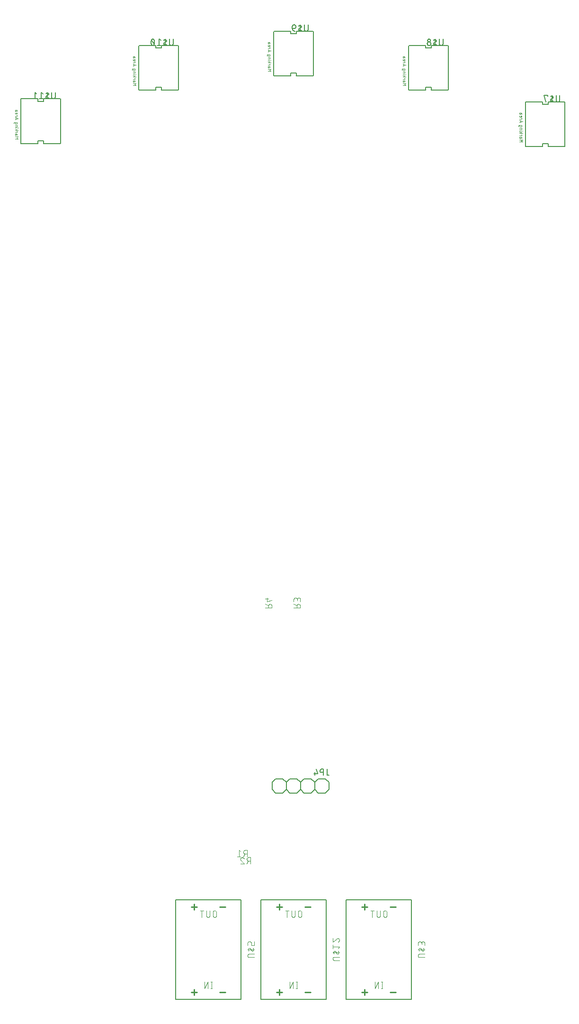
<source format=gbr>
G04 EAGLE Gerber RS-274X export*
G75*
%MOMM*%
%FSLAX34Y34*%
%LPD*%
%INSilkscreen Bottom*%
%IPPOS*%
%AMOC8*
5,1,8,0,0,1.08239X$1,22.5*%
G01*
%ADD10C,0.152400*%
%ADD11C,0.127000*%
%ADD12C,0.101600*%
%ADD13C,0.050800*%
%ADD14C,0.254000*%


D10*
X741200Y459950D02*
X734850Y466300D01*
X722150Y466300D01*
X715800Y459950D01*
X715800Y447250D01*
X722150Y440900D01*
X734850Y440900D01*
X741200Y447250D01*
X772950Y466300D02*
X785650Y466300D01*
X772950Y466300D02*
X766600Y459950D01*
X766600Y447250D01*
X772950Y440900D01*
X766600Y459950D02*
X760250Y466300D01*
X747550Y466300D01*
X741200Y459950D01*
X741200Y447250D01*
X747550Y440900D01*
X760250Y440900D01*
X766600Y447250D01*
X792000Y447250D02*
X792000Y459950D01*
X785650Y466300D01*
X792000Y447250D02*
X785650Y440900D01*
X772950Y440900D01*
X709450Y466300D02*
X696750Y466300D01*
X690400Y459950D01*
X690400Y447250D01*
X696750Y440900D01*
X715800Y459950D02*
X709450Y466300D01*
X715800Y447250D02*
X709450Y440900D01*
X696750Y440900D01*
D11*
X788317Y475063D02*
X788317Y483953D01*
X788317Y475063D02*
X788319Y474963D01*
X788325Y474864D01*
X788335Y474764D01*
X788348Y474666D01*
X788366Y474567D01*
X788387Y474470D01*
X788412Y474374D01*
X788441Y474278D01*
X788474Y474184D01*
X788510Y474091D01*
X788550Y474000D01*
X788594Y473910D01*
X788641Y473822D01*
X788691Y473736D01*
X788745Y473652D01*
X788802Y473570D01*
X788862Y473491D01*
X788926Y473413D01*
X788992Y473339D01*
X789061Y473267D01*
X789133Y473198D01*
X789207Y473132D01*
X789285Y473068D01*
X789364Y473008D01*
X789446Y472951D01*
X789530Y472897D01*
X789616Y472847D01*
X789704Y472800D01*
X789794Y472756D01*
X789885Y472716D01*
X789978Y472680D01*
X790072Y472647D01*
X790168Y472618D01*
X790264Y472593D01*
X790361Y472572D01*
X790460Y472554D01*
X790558Y472541D01*
X790658Y472531D01*
X790757Y472525D01*
X790857Y472523D01*
X792127Y472523D01*
X782337Y472523D02*
X782337Y483953D01*
X779162Y483953D01*
X779051Y483951D01*
X778941Y483945D01*
X778830Y483936D01*
X778720Y483922D01*
X778611Y483905D01*
X778502Y483884D01*
X778394Y483859D01*
X778287Y483830D01*
X778181Y483798D01*
X778076Y483762D01*
X777973Y483722D01*
X777871Y483679D01*
X777770Y483632D01*
X777671Y483581D01*
X777575Y483528D01*
X777480Y483471D01*
X777387Y483410D01*
X777296Y483347D01*
X777207Y483280D01*
X777121Y483210D01*
X777038Y483137D01*
X776956Y483062D01*
X776878Y482984D01*
X776803Y482902D01*
X776730Y482819D01*
X776660Y482733D01*
X776593Y482644D01*
X776530Y482553D01*
X776469Y482460D01*
X776412Y482366D01*
X776359Y482269D01*
X776308Y482170D01*
X776261Y482069D01*
X776218Y481967D01*
X776178Y481864D01*
X776142Y481759D01*
X776110Y481653D01*
X776081Y481546D01*
X776056Y481438D01*
X776035Y481329D01*
X776018Y481220D01*
X776004Y481110D01*
X775995Y480999D01*
X775989Y480889D01*
X775987Y480778D01*
X775989Y480667D01*
X775995Y480557D01*
X776004Y480446D01*
X776018Y480336D01*
X776035Y480227D01*
X776056Y480118D01*
X776081Y480010D01*
X776110Y479903D01*
X776142Y479797D01*
X776178Y479692D01*
X776218Y479589D01*
X776261Y479487D01*
X776308Y479386D01*
X776359Y479287D01*
X776412Y479191D01*
X776469Y479096D01*
X776530Y479003D01*
X776593Y478912D01*
X776660Y478823D01*
X776730Y478737D01*
X776803Y478654D01*
X776878Y478572D01*
X776956Y478494D01*
X777038Y478419D01*
X777121Y478346D01*
X777207Y478276D01*
X777296Y478209D01*
X777387Y478146D01*
X777480Y478085D01*
X777575Y478028D01*
X777671Y477975D01*
X777770Y477924D01*
X777871Y477877D01*
X777973Y477834D01*
X778076Y477794D01*
X778181Y477758D01*
X778287Y477726D01*
X778394Y477697D01*
X778502Y477672D01*
X778611Y477651D01*
X778720Y477634D01*
X778830Y477620D01*
X778941Y477611D01*
X779051Y477605D01*
X779162Y477603D01*
X782337Y477603D01*
X771478Y475063D02*
X768938Y483953D01*
X771478Y475063D02*
X765128Y475063D01*
X767033Y477603D02*
X767033Y472523D01*
D12*
X645442Y338792D02*
X645442Y327108D01*
X645442Y338792D02*
X642196Y338792D01*
X642083Y338790D01*
X641970Y338784D01*
X641857Y338774D01*
X641744Y338760D01*
X641632Y338743D01*
X641521Y338721D01*
X641411Y338696D01*
X641301Y338666D01*
X641193Y338633D01*
X641086Y338596D01*
X640980Y338556D01*
X640876Y338511D01*
X640773Y338463D01*
X640672Y338412D01*
X640573Y338357D01*
X640476Y338299D01*
X640381Y338237D01*
X640288Y338172D01*
X640198Y338104D01*
X640110Y338033D01*
X640024Y337958D01*
X639941Y337881D01*
X639861Y337801D01*
X639784Y337718D01*
X639709Y337632D01*
X639638Y337544D01*
X639570Y337454D01*
X639505Y337361D01*
X639443Y337266D01*
X639385Y337169D01*
X639330Y337070D01*
X639279Y336969D01*
X639231Y336866D01*
X639186Y336762D01*
X639146Y336656D01*
X639109Y336549D01*
X639076Y336441D01*
X639046Y336331D01*
X639021Y336221D01*
X638999Y336110D01*
X638982Y335998D01*
X638968Y335885D01*
X638958Y335772D01*
X638952Y335659D01*
X638950Y335546D01*
X638952Y335433D01*
X638958Y335320D01*
X638968Y335207D01*
X638982Y335094D01*
X638999Y334982D01*
X639021Y334871D01*
X639046Y334761D01*
X639076Y334651D01*
X639109Y334543D01*
X639146Y334436D01*
X639186Y334330D01*
X639231Y334226D01*
X639279Y334123D01*
X639330Y334022D01*
X639385Y333923D01*
X639443Y333826D01*
X639505Y333731D01*
X639570Y333638D01*
X639638Y333548D01*
X639709Y333460D01*
X639784Y333374D01*
X639861Y333291D01*
X639941Y333211D01*
X640024Y333134D01*
X640110Y333059D01*
X640198Y332988D01*
X640288Y332920D01*
X640381Y332855D01*
X640476Y332793D01*
X640573Y332735D01*
X640672Y332680D01*
X640773Y332629D01*
X640876Y332581D01*
X640980Y332536D01*
X641086Y332496D01*
X641193Y332459D01*
X641301Y332426D01*
X641411Y332396D01*
X641521Y332371D01*
X641632Y332349D01*
X641744Y332332D01*
X641857Y332318D01*
X641970Y332308D01*
X642083Y332302D01*
X642196Y332300D01*
X642196Y332301D02*
X645442Y332301D01*
X641547Y332301D02*
X638951Y327108D01*
X634086Y336196D02*
X630840Y338792D01*
X630840Y327108D01*
X627595Y327108D02*
X634086Y327108D01*
X651605Y326092D02*
X651605Y314408D01*
X651605Y326092D02*
X648360Y326092D01*
X648247Y326090D01*
X648134Y326084D01*
X648021Y326074D01*
X647908Y326060D01*
X647796Y326043D01*
X647685Y326021D01*
X647575Y325996D01*
X647465Y325966D01*
X647357Y325933D01*
X647250Y325896D01*
X647144Y325856D01*
X647040Y325811D01*
X646937Y325763D01*
X646836Y325712D01*
X646737Y325657D01*
X646640Y325599D01*
X646545Y325537D01*
X646452Y325472D01*
X646362Y325404D01*
X646274Y325333D01*
X646188Y325258D01*
X646105Y325181D01*
X646025Y325101D01*
X645948Y325018D01*
X645873Y324932D01*
X645802Y324844D01*
X645734Y324754D01*
X645669Y324661D01*
X645607Y324566D01*
X645549Y324469D01*
X645494Y324370D01*
X645443Y324269D01*
X645395Y324166D01*
X645350Y324062D01*
X645310Y323956D01*
X645273Y323849D01*
X645240Y323741D01*
X645210Y323631D01*
X645185Y323521D01*
X645163Y323410D01*
X645146Y323298D01*
X645132Y323185D01*
X645122Y323072D01*
X645116Y322959D01*
X645114Y322846D01*
X645116Y322733D01*
X645122Y322620D01*
X645132Y322507D01*
X645146Y322394D01*
X645163Y322282D01*
X645185Y322171D01*
X645210Y322061D01*
X645240Y321951D01*
X645273Y321843D01*
X645310Y321736D01*
X645350Y321630D01*
X645395Y321526D01*
X645443Y321423D01*
X645494Y321322D01*
X645549Y321223D01*
X645607Y321126D01*
X645669Y321031D01*
X645734Y320938D01*
X645802Y320848D01*
X645873Y320760D01*
X645948Y320674D01*
X646025Y320591D01*
X646105Y320511D01*
X646188Y320434D01*
X646274Y320359D01*
X646362Y320288D01*
X646452Y320220D01*
X646545Y320155D01*
X646640Y320093D01*
X646737Y320035D01*
X646836Y319980D01*
X646937Y319929D01*
X647040Y319881D01*
X647144Y319836D01*
X647250Y319796D01*
X647357Y319759D01*
X647465Y319726D01*
X647575Y319696D01*
X647685Y319671D01*
X647796Y319649D01*
X647908Y319632D01*
X648021Y319618D01*
X648134Y319608D01*
X648247Y319602D01*
X648360Y319600D01*
X648360Y319601D02*
X651605Y319601D01*
X647711Y319601D02*
X645114Y314408D01*
X633758Y323171D02*
X633760Y323278D01*
X633766Y323384D01*
X633776Y323490D01*
X633789Y323596D01*
X633807Y323702D01*
X633828Y323806D01*
X633853Y323910D01*
X633882Y324013D01*
X633914Y324114D01*
X633951Y324214D01*
X633991Y324313D01*
X634034Y324411D01*
X634081Y324507D01*
X634132Y324601D01*
X634186Y324693D01*
X634243Y324783D01*
X634303Y324871D01*
X634367Y324956D01*
X634434Y325039D01*
X634504Y325120D01*
X634576Y325198D01*
X634652Y325274D01*
X634730Y325346D01*
X634811Y325416D01*
X634894Y325483D01*
X634979Y325547D01*
X635067Y325607D01*
X635157Y325664D01*
X635249Y325718D01*
X635343Y325769D01*
X635439Y325816D01*
X635537Y325859D01*
X635636Y325899D01*
X635736Y325936D01*
X635837Y325968D01*
X635940Y325997D01*
X636044Y326022D01*
X636148Y326043D01*
X636254Y326061D01*
X636360Y326074D01*
X636466Y326084D01*
X636572Y326090D01*
X636679Y326092D01*
X636800Y326090D01*
X636921Y326084D01*
X637041Y326074D01*
X637162Y326061D01*
X637281Y326043D01*
X637401Y326022D01*
X637519Y325997D01*
X637636Y325968D01*
X637753Y325935D01*
X637868Y325899D01*
X637982Y325858D01*
X638095Y325815D01*
X638207Y325767D01*
X638316Y325716D01*
X638424Y325661D01*
X638531Y325603D01*
X638635Y325542D01*
X638737Y325477D01*
X638837Y325409D01*
X638935Y325338D01*
X639031Y325264D01*
X639124Y325187D01*
X639214Y325106D01*
X639302Y325023D01*
X639387Y324937D01*
X639470Y324848D01*
X639549Y324757D01*
X639626Y324663D01*
X639699Y324567D01*
X639769Y324469D01*
X639836Y324368D01*
X639900Y324265D01*
X639961Y324160D01*
X640018Y324053D01*
X640071Y323945D01*
X640121Y323835D01*
X640167Y323723D01*
X640210Y323610D01*
X640249Y323495D01*
X634732Y320899D02*
X634653Y320977D01*
X634577Y321057D01*
X634504Y321140D01*
X634434Y321226D01*
X634367Y321313D01*
X634303Y321404D01*
X634243Y321496D01*
X634185Y321590D01*
X634131Y321687D01*
X634081Y321785D01*
X634034Y321885D01*
X633990Y321986D01*
X633950Y322089D01*
X633914Y322194D01*
X633882Y322299D01*
X633853Y322406D01*
X633828Y322513D01*
X633806Y322622D01*
X633789Y322731D01*
X633775Y322840D01*
X633766Y322950D01*
X633760Y323061D01*
X633758Y323171D01*
X634732Y320899D02*
X640249Y314408D01*
X633758Y314408D01*
X729008Y771795D02*
X740692Y771795D01*
X740692Y775040D01*
X740690Y775153D01*
X740684Y775266D01*
X740674Y775379D01*
X740660Y775492D01*
X740643Y775604D01*
X740621Y775715D01*
X740596Y775825D01*
X740566Y775935D01*
X740533Y776043D01*
X740496Y776150D01*
X740456Y776256D01*
X740411Y776360D01*
X740363Y776463D01*
X740312Y776564D01*
X740257Y776663D01*
X740199Y776760D01*
X740137Y776855D01*
X740072Y776948D01*
X740004Y777038D01*
X739933Y777126D01*
X739858Y777212D01*
X739781Y777295D01*
X739701Y777375D01*
X739618Y777452D01*
X739532Y777527D01*
X739444Y777598D01*
X739354Y777666D01*
X739261Y777731D01*
X739166Y777793D01*
X739069Y777851D01*
X738970Y777906D01*
X738869Y777957D01*
X738766Y778005D01*
X738662Y778050D01*
X738556Y778090D01*
X738449Y778127D01*
X738341Y778160D01*
X738231Y778190D01*
X738121Y778215D01*
X738010Y778237D01*
X737898Y778254D01*
X737785Y778268D01*
X737672Y778278D01*
X737559Y778284D01*
X737446Y778286D01*
X737333Y778284D01*
X737220Y778278D01*
X737107Y778268D01*
X736994Y778254D01*
X736882Y778237D01*
X736771Y778215D01*
X736661Y778190D01*
X736551Y778160D01*
X736443Y778127D01*
X736336Y778090D01*
X736230Y778050D01*
X736126Y778005D01*
X736023Y777957D01*
X735922Y777906D01*
X735823Y777851D01*
X735726Y777793D01*
X735631Y777731D01*
X735538Y777666D01*
X735448Y777598D01*
X735360Y777527D01*
X735274Y777452D01*
X735191Y777375D01*
X735111Y777295D01*
X735034Y777212D01*
X734959Y777126D01*
X734888Y777038D01*
X734820Y776948D01*
X734755Y776855D01*
X734693Y776760D01*
X734635Y776663D01*
X734580Y776564D01*
X734529Y776463D01*
X734481Y776360D01*
X734436Y776256D01*
X734396Y776150D01*
X734359Y776043D01*
X734326Y775935D01*
X734296Y775825D01*
X734271Y775715D01*
X734249Y775604D01*
X734232Y775492D01*
X734218Y775379D01*
X734208Y775266D01*
X734202Y775153D01*
X734200Y775040D01*
X734201Y775040D02*
X734201Y771795D01*
X734201Y775689D02*
X729008Y778286D01*
X729008Y783151D02*
X729008Y786396D01*
X729010Y786509D01*
X729016Y786622D01*
X729026Y786735D01*
X729040Y786848D01*
X729057Y786960D01*
X729079Y787071D01*
X729104Y787181D01*
X729134Y787291D01*
X729167Y787399D01*
X729204Y787506D01*
X729244Y787612D01*
X729289Y787716D01*
X729337Y787819D01*
X729388Y787920D01*
X729443Y788019D01*
X729501Y788116D01*
X729563Y788211D01*
X729628Y788304D01*
X729696Y788394D01*
X729767Y788482D01*
X729842Y788568D01*
X729919Y788651D01*
X729999Y788731D01*
X730082Y788808D01*
X730168Y788883D01*
X730256Y788954D01*
X730346Y789022D01*
X730439Y789087D01*
X730534Y789149D01*
X730631Y789207D01*
X730730Y789262D01*
X730831Y789313D01*
X730934Y789361D01*
X731038Y789406D01*
X731144Y789446D01*
X731251Y789483D01*
X731359Y789516D01*
X731469Y789546D01*
X731579Y789571D01*
X731690Y789593D01*
X731802Y789610D01*
X731915Y789624D01*
X732028Y789634D01*
X732141Y789640D01*
X732254Y789642D01*
X732367Y789640D01*
X732480Y789634D01*
X732593Y789624D01*
X732706Y789610D01*
X732818Y789593D01*
X732929Y789571D01*
X733039Y789546D01*
X733149Y789516D01*
X733257Y789483D01*
X733364Y789446D01*
X733470Y789406D01*
X733574Y789361D01*
X733677Y789313D01*
X733778Y789262D01*
X733877Y789207D01*
X733974Y789149D01*
X734069Y789087D01*
X734162Y789022D01*
X734252Y788954D01*
X734340Y788883D01*
X734426Y788808D01*
X734509Y788731D01*
X734589Y788651D01*
X734666Y788568D01*
X734741Y788482D01*
X734812Y788394D01*
X734880Y788304D01*
X734945Y788211D01*
X735007Y788116D01*
X735065Y788019D01*
X735120Y787920D01*
X735171Y787819D01*
X735219Y787716D01*
X735264Y787612D01*
X735304Y787506D01*
X735341Y787399D01*
X735374Y787291D01*
X735404Y787181D01*
X735429Y787071D01*
X735451Y786960D01*
X735468Y786848D01*
X735482Y786735D01*
X735492Y786622D01*
X735498Y786509D01*
X735500Y786396D01*
X740692Y787046D02*
X740692Y783151D01*
X740692Y787046D02*
X740690Y787147D01*
X740684Y787247D01*
X740674Y787347D01*
X740661Y787447D01*
X740643Y787546D01*
X740622Y787645D01*
X740597Y787742D01*
X740568Y787839D01*
X740535Y787934D01*
X740499Y788028D01*
X740459Y788120D01*
X740416Y788211D01*
X740369Y788300D01*
X740319Y788387D01*
X740265Y788473D01*
X740208Y788556D01*
X740148Y788636D01*
X740085Y788715D01*
X740018Y788791D01*
X739949Y788864D01*
X739877Y788934D01*
X739803Y789002D01*
X739726Y789067D01*
X739646Y789128D01*
X739564Y789187D01*
X739480Y789242D01*
X739394Y789294D01*
X739306Y789343D01*
X739216Y789388D01*
X739124Y789430D01*
X739031Y789468D01*
X738936Y789502D01*
X738841Y789533D01*
X738744Y789560D01*
X738646Y789583D01*
X738547Y789603D01*
X738447Y789618D01*
X738347Y789630D01*
X738247Y789638D01*
X738146Y789642D01*
X738046Y789642D01*
X737945Y789638D01*
X737845Y789630D01*
X737745Y789618D01*
X737645Y789603D01*
X737546Y789583D01*
X737448Y789560D01*
X737351Y789533D01*
X737256Y789502D01*
X737161Y789468D01*
X737068Y789430D01*
X736976Y789388D01*
X736886Y789343D01*
X736798Y789294D01*
X736712Y789242D01*
X736628Y789187D01*
X736546Y789128D01*
X736466Y789067D01*
X736389Y789002D01*
X736315Y788934D01*
X736243Y788864D01*
X736174Y788791D01*
X736107Y788715D01*
X736044Y788636D01*
X735984Y788556D01*
X735927Y788473D01*
X735873Y788387D01*
X735823Y788300D01*
X735776Y788211D01*
X735733Y788120D01*
X735693Y788028D01*
X735657Y787934D01*
X735624Y787839D01*
X735595Y787742D01*
X735570Y787645D01*
X735549Y787546D01*
X735531Y787447D01*
X735518Y787347D01*
X735508Y787247D01*
X735502Y787147D01*
X735500Y787046D01*
X735499Y787046D02*
X735499Y784449D01*
X689892Y771795D02*
X678208Y771795D01*
X689892Y771795D02*
X689892Y775040D01*
X689890Y775153D01*
X689884Y775266D01*
X689874Y775379D01*
X689860Y775492D01*
X689843Y775604D01*
X689821Y775715D01*
X689796Y775825D01*
X689766Y775935D01*
X689733Y776043D01*
X689696Y776150D01*
X689656Y776256D01*
X689611Y776360D01*
X689563Y776463D01*
X689512Y776564D01*
X689457Y776663D01*
X689399Y776760D01*
X689337Y776855D01*
X689272Y776948D01*
X689204Y777038D01*
X689133Y777126D01*
X689058Y777212D01*
X688981Y777295D01*
X688901Y777375D01*
X688818Y777452D01*
X688732Y777527D01*
X688644Y777598D01*
X688554Y777666D01*
X688461Y777731D01*
X688366Y777793D01*
X688269Y777851D01*
X688170Y777906D01*
X688069Y777957D01*
X687966Y778005D01*
X687862Y778050D01*
X687756Y778090D01*
X687649Y778127D01*
X687541Y778160D01*
X687431Y778190D01*
X687321Y778215D01*
X687210Y778237D01*
X687098Y778254D01*
X686985Y778268D01*
X686872Y778278D01*
X686759Y778284D01*
X686646Y778286D01*
X686533Y778284D01*
X686420Y778278D01*
X686307Y778268D01*
X686194Y778254D01*
X686082Y778237D01*
X685971Y778215D01*
X685861Y778190D01*
X685751Y778160D01*
X685643Y778127D01*
X685536Y778090D01*
X685430Y778050D01*
X685326Y778005D01*
X685223Y777957D01*
X685122Y777906D01*
X685023Y777851D01*
X684926Y777793D01*
X684831Y777731D01*
X684738Y777666D01*
X684648Y777598D01*
X684560Y777527D01*
X684474Y777452D01*
X684391Y777375D01*
X684311Y777295D01*
X684234Y777212D01*
X684159Y777126D01*
X684088Y777038D01*
X684020Y776948D01*
X683955Y776855D01*
X683893Y776760D01*
X683835Y776663D01*
X683780Y776564D01*
X683729Y776463D01*
X683681Y776360D01*
X683636Y776256D01*
X683596Y776150D01*
X683559Y776043D01*
X683526Y775935D01*
X683496Y775825D01*
X683471Y775715D01*
X683449Y775604D01*
X683432Y775492D01*
X683418Y775379D01*
X683408Y775266D01*
X683402Y775153D01*
X683400Y775040D01*
X683401Y775040D02*
X683401Y771795D01*
X683401Y775689D02*
X678208Y778286D01*
X680804Y783151D02*
X689892Y785747D01*
X680804Y783151D02*
X680804Y789642D01*
X683401Y787695D02*
X678208Y787695D01*
D10*
X451800Y1697090D02*
X451800Y1775510D01*
X522600Y1776140D02*
X522600Y1697090D01*
D11*
X492200Y1771300D02*
X492200Y1776300D01*
X492200Y1771300D02*
X482200Y1771300D01*
X482200Y1776300D01*
X492200Y1701300D02*
X492200Y1696300D01*
X492200Y1701300D02*
X482200Y1701300D01*
X482200Y1696300D01*
X492200Y1776300D02*
X522200Y1776300D01*
X482200Y1776300D02*
X452200Y1776300D01*
X492200Y1696300D02*
X522200Y1696300D01*
X482200Y1696300D02*
X452200Y1696300D01*
D13*
X446946Y1704508D02*
X441358Y1704508D01*
X443842Y1706370D02*
X446946Y1704508D01*
X443842Y1706370D02*
X446946Y1708233D01*
X441358Y1708233D01*
X443531Y1711856D02*
X443531Y1713253D01*
X443532Y1711856D02*
X443530Y1711792D01*
X443524Y1711727D01*
X443515Y1711664D01*
X443502Y1711601D01*
X443485Y1711539D01*
X443464Y1711478D01*
X443440Y1711418D01*
X443412Y1711360D01*
X443381Y1711303D01*
X443347Y1711249D01*
X443309Y1711196D01*
X443268Y1711146D01*
X443225Y1711099D01*
X443179Y1711054D01*
X443130Y1711012D01*
X443079Y1710973D01*
X443025Y1710937D01*
X442970Y1710904D01*
X442912Y1710875D01*
X442854Y1710849D01*
X442793Y1710826D01*
X442732Y1710807D01*
X442669Y1710792D01*
X442605Y1710781D01*
X442542Y1710773D01*
X442477Y1710769D01*
X442413Y1710769D01*
X442348Y1710773D01*
X442285Y1710781D01*
X442221Y1710792D01*
X442158Y1710807D01*
X442097Y1710826D01*
X442036Y1710849D01*
X441978Y1710875D01*
X441920Y1710904D01*
X441865Y1710937D01*
X441811Y1710973D01*
X441760Y1711012D01*
X441711Y1711054D01*
X441665Y1711099D01*
X441622Y1711146D01*
X441581Y1711196D01*
X441543Y1711249D01*
X441509Y1711303D01*
X441478Y1711360D01*
X441450Y1711418D01*
X441426Y1711478D01*
X441405Y1711539D01*
X441388Y1711601D01*
X441375Y1711664D01*
X441366Y1711727D01*
X441360Y1711792D01*
X441358Y1711856D01*
X441358Y1713253D01*
X444152Y1713253D01*
X444152Y1713252D02*
X444210Y1713250D01*
X444269Y1713245D01*
X444326Y1713236D01*
X444384Y1713223D01*
X444440Y1713206D01*
X444495Y1713187D01*
X444548Y1713163D01*
X444601Y1713137D01*
X444651Y1713107D01*
X444699Y1713074D01*
X444745Y1713038D01*
X444789Y1713000D01*
X444831Y1712958D01*
X444869Y1712914D01*
X444905Y1712868D01*
X444938Y1712820D01*
X444968Y1712770D01*
X444994Y1712717D01*
X445018Y1712664D01*
X445037Y1712609D01*
X445054Y1712553D01*
X445067Y1712495D01*
X445076Y1712438D01*
X445081Y1712379D01*
X445083Y1712321D01*
X445083Y1711079D01*
X445083Y1715951D02*
X441358Y1715951D01*
X445083Y1715951D02*
X445083Y1717814D01*
X444462Y1717814D01*
X446946Y1719825D02*
X441358Y1719825D01*
X443221Y1719825D02*
X445083Y1722309D01*
X443997Y1720912D02*
X441358Y1722309D01*
X441358Y1724292D02*
X445083Y1724292D01*
X446636Y1724137D02*
X446946Y1724137D01*
X446946Y1724448D01*
X446636Y1724448D01*
X446636Y1724137D01*
X445083Y1726708D02*
X441358Y1726708D01*
X445083Y1726708D02*
X445083Y1728260D01*
X445081Y1728318D01*
X445076Y1728377D01*
X445067Y1728434D01*
X445054Y1728492D01*
X445037Y1728548D01*
X445018Y1728603D01*
X444994Y1728656D01*
X444968Y1728709D01*
X444938Y1728759D01*
X444905Y1728807D01*
X444869Y1728853D01*
X444831Y1728897D01*
X444789Y1728939D01*
X444745Y1728977D01*
X444699Y1729013D01*
X444651Y1729046D01*
X444601Y1729076D01*
X444548Y1729102D01*
X444495Y1729126D01*
X444440Y1729145D01*
X444384Y1729162D01*
X444326Y1729175D01*
X444269Y1729184D01*
X444210Y1729189D01*
X444152Y1729191D01*
X444152Y1729192D02*
X441358Y1729192D01*
X441358Y1732548D02*
X441358Y1734101D01*
X441358Y1732548D02*
X441360Y1732490D01*
X441365Y1732431D01*
X441374Y1732374D01*
X441387Y1732316D01*
X441404Y1732260D01*
X441423Y1732205D01*
X441447Y1732152D01*
X441473Y1732099D01*
X441503Y1732049D01*
X441536Y1732001D01*
X441572Y1731955D01*
X441610Y1731911D01*
X441652Y1731869D01*
X441696Y1731831D01*
X441742Y1731795D01*
X441790Y1731762D01*
X441840Y1731732D01*
X441893Y1731706D01*
X441946Y1731682D01*
X442001Y1731663D01*
X442057Y1731646D01*
X442115Y1731633D01*
X442172Y1731624D01*
X442231Y1731619D01*
X442289Y1731617D01*
X444152Y1731617D01*
X444210Y1731619D01*
X444269Y1731624D01*
X444326Y1731633D01*
X444384Y1731646D01*
X444440Y1731663D01*
X444495Y1731682D01*
X444548Y1731706D01*
X444601Y1731732D01*
X444651Y1731762D01*
X444699Y1731795D01*
X444745Y1731831D01*
X444789Y1731869D01*
X444831Y1731911D01*
X444869Y1731955D01*
X444905Y1732001D01*
X444938Y1732049D01*
X444968Y1732099D01*
X444994Y1732152D01*
X445018Y1732205D01*
X445037Y1732260D01*
X445054Y1732316D01*
X445067Y1732374D01*
X445076Y1732431D01*
X445081Y1732490D01*
X445083Y1732548D01*
X445083Y1734101D01*
X440427Y1734101D01*
X440427Y1734100D02*
X440366Y1734098D01*
X440305Y1734092D01*
X440245Y1734082D01*
X440186Y1734068D01*
X440128Y1734051D01*
X440071Y1734029D01*
X440015Y1734004D01*
X439962Y1733975D01*
X439910Y1733943D01*
X439860Y1733908D01*
X439813Y1733869D01*
X439769Y1733827D01*
X439727Y1733783D01*
X439688Y1733736D01*
X439653Y1733686D01*
X439621Y1733635D01*
X439592Y1733581D01*
X439567Y1733525D01*
X439545Y1733468D01*
X439528Y1733410D01*
X439514Y1733351D01*
X439504Y1733291D01*
X439498Y1733230D01*
X439496Y1733169D01*
X439495Y1733169D02*
X439495Y1731928D01*
X441358Y1739255D02*
X446946Y1741117D01*
X441358Y1742980D01*
X442755Y1742514D02*
X442755Y1739720D01*
X441358Y1745211D02*
X445083Y1745211D01*
X445083Y1747074D01*
X444462Y1747074D01*
X441358Y1749768D02*
X441358Y1751320D01*
X441358Y1749768D02*
X441360Y1749710D01*
X441365Y1749651D01*
X441374Y1749594D01*
X441387Y1749536D01*
X441404Y1749480D01*
X441423Y1749425D01*
X441447Y1749372D01*
X441473Y1749319D01*
X441503Y1749269D01*
X441536Y1749221D01*
X441572Y1749175D01*
X441610Y1749131D01*
X441652Y1749089D01*
X441696Y1749051D01*
X441742Y1749015D01*
X441790Y1748982D01*
X441840Y1748952D01*
X441893Y1748926D01*
X441946Y1748902D01*
X442001Y1748883D01*
X442057Y1748866D01*
X442115Y1748853D01*
X442172Y1748844D01*
X442231Y1748839D01*
X442289Y1748837D01*
X443842Y1748837D01*
X443842Y1748836D02*
X443912Y1748838D01*
X443981Y1748844D01*
X444050Y1748854D01*
X444118Y1748867D01*
X444186Y1748885D01*
X444252Y1748906D01*
X444317Y1748931D01*
X444381Y1748959D01*
X444443Y1748991D01*
X444503Y1749026D01*
X444561Y1749065D01*
X444616Y1749107D01*
X444670Y1749152D01*
X444720Y1749200D01*
X444768Y1749250D01*
X444813Y1749304D01*
X444855Y1749359D01*
X444894Y1749417D01*
X444929Y1749477D01*
X444961Y1749539D01*
X444989Y1749603D01*
X445014Y1749668D01*
X445035Y1749734D01*
X445053Y1749802D01*
X445066Y1749870D01*
X445076Y1749939D01*
X445082Y1750008D01*
X445084Y1750078D01*
X445082Y1750148D01*
X445076Y1750217D01*
X445066Y1750286D01*
X445053Y1750354D01*
X445035Y1750422D01*
X445014Y1750488D01*
X444989Y1750553D01*
X444961Y1750617D01*
X444929Y1750679D01*
X444894Y1750739D01*
X444855Y1750797D01*
X444813Y1750852D01*
X444768Y1750906D01*
X444720Y1750956D01*
X444670Y1751004D01*
X444616Y1751049D01*
X444561Y1751091D01*
X444503Y1751130D01*
X444443Y1751165D01*
X444381Y1751197D01*
X444317Y1751225D01*
X444252Y1751250D01*
X444186Y1751271D01*
X444118Y1751289D01*
X444050Y1751302D01*
X443981Y1751312D01*
X443912Y1751318D01*
X443842Y1751320D01*
X443221Y1751320D01*
X443221Y1748837D01*
X443531Y1754649D02*
X443531Y1756046D01*
X443532Y1754649D02*
X443530Y1754585D01*
X443524Y1754520D01*
X443515Y1754457D01*
X443502Y1754394D01*
X443485Y1754332D01*
X443464Y1754271D01*
X443440Y1754211D01*
X443412Y1754153D01*
X443381Y1754096D01*
X443347Y1754042D01*
X443309Y1753989D01*
X443268Y1753939D01*
X443225Y1753892D01*
X443179Y1753847D01*
X443130Y1753805D01*
X443079Y1753766D01*
X443025Y1753730D01*
X442970Y1753697D01*
X442912Y1753668D01*
X442854Y1753642D01*
X442793Y1753619D01*
X442732Y1753600D01*
X442669Y1753585D01*
X442605Y1753574D01*
X442542Y1753566D01*
X442477Y1753562D01*
X442413Y1753562D01*
X442348Y1753566D01*
X442285Y1753574D01*
X442221Y1753585D01*
X442158Y1753600D01*
X442097Y1753619D01*
X442036Y1753642D01*
X441978Y1753668D01*
X441920Y1753697D01*
X441865Y1753730D01*
X441811Y1753766D01*
X441760Y1753805D01*
X441711Y1753847D01*
X441665Y1753892D01*
X441622Y1753939D01*
X441581Y1753989D01*
X441543Y1754042D01*
X441509Y1754096D01*
X441478Y1754153D01*
X441450Y1754211D01*
X441426Y1754271D01*
X441405Y1754332D01*
X441388Y1754394D01*
X441375Y1754457D01*
X441366Y1754520D01*
X441360Y1754585D01*
X441358Y1754649D01*
X441358Y1756046D01*
X444152Y1756046D01*
X444210Y1756044D01*
X444269Y1756039D01*
X444326Y1756030D01*
X444384Y1756017D01*
X444440Y1756000D01*
X444495Y1755981D01*
X444548Y1755957D01*
X444601Y1755931D01*
X444651Y1755901D01*
X444699Y1755868D01*
X444745Y1755832D01*
X444789Y1755794D01*
X444831Y1755752D01*
X444869Y1755708D01*
X444905Y1755662D01*
X444938Y1755614D01*
X444968Y1755564D01*
X444994Y1755511D01*
X445018Y1755458D01*
X445037Y1755403D01*
X445054Y1755347D01*
X445067Y1755289D01*
X445076Y1755232D01*
X445081Y1755173D01*
X445083Y1755115D01*
X445083Y1753873D01*
D11*
X513235Y1779320D02*
X513235Y1787575D01*
X513235Y1779320D02*
X513233Y1779209D01*
X513227Y1779099D01*
X513218Y1778988D01*
X513204Y1778878D01*
X513187Y1778769D01*
X513166Y1778660D01*
X513141Y1778552D01*
X513112Y1778445D01*
X513080Y1778339D01*
X513044Y1778234D01*
X513004Y1778131D01*
X512961Y1778029D01*
X512914Y1777928D01*
X512863Y1777829D01*
X512810Y1777733D01*
X512753Y1777638D01*
X512692Y1777545D01*
X512629Y1777454D01*
X512562Y1777365D01*
X512492Y1777279D01*
X512419Y1777196D01*
X512344Y1777114D01*
X512266Y1777036D01*
X512184Y1776961D01*
X512101Y1776888D01*
X512015Y1776818D01*
X511926Y1776751D01*
X511835Y1776688D01*
X511742Y1776627D01*
X511647Y1776570D01*
X511551Y1776517D01*
X511452Y1776466D01*
X511351Y1776419D01*
X511249Y1776376D01*
X511146Y1776336D01*
X511041Y1776300D01*
X510935Y1776268D01*
X510828Y1776239D01*
X510720Y1776214D01*
X510611Y1776193D01*
X510502Y1776176D01*
X510392Y1776162D01*
X510281Y1776153D01*
X510171Y1776147D01*
X510060Y1776145D01*
X509949Y1776147D01*
X509839Y1776153D01*
X509728Y1776162D01*
X509618Y1776176D01*
X509509Y1776193D01*
X509400Y1776214D01*
X509292Y1776239D01*
X509185Y1776268D01*
X509079Y1776300D01*
X508974Y1776336D01*
X508871Y1776376D01*
X508769Y1776419D01*
X508668Y1776466D01*
X508569Y1776517D01*
X508473Y1776570D01*
X508378Y1776627D01*
X508285Y1776688D01*
X508194Y1776751D01*
X508105Y1776818D01*
X508019Y1776888D01*
X507936Y1776961D01*
X507854Y1777036D01*
X507776Y1777114D01*
X507701Y1777196D01*
X507628Y1777279D01*
X507558Y1777365D01*
X507491Y1777454D01*
X507428Y1777545D01*
X507367Y1777638D01*
X507310Y1777733D01*
X507257Y1777829D01*
X507206Y1777928D01*
X507159Y1778029D01*
X507116Y1778131D01*
X507076Y1778234D01*
X507040Y1778339D01*
X507008Y1778445D01*
X506979Y1778552D01*
X506954Y1778660D01*
X506933Y1778769D01*
X506916Y1778878D01*
X506902Y1778988D01*
X506893Y1779099D01*
X506887Y1779209D01*
X506885Y1779320D01*
X506885Y1787575D01*
X499011Y1787575D02*
X499011Y1776145D01*
X499011Y1781860D02*
X500599Y1782813D01*
X500599Y1782812D02*
X500672Y1782859D01*
X500743Y1782908D01*
X500812Y1782961D01*
X500878Y1783017D01*
X500942Y1783076D01*
X501003Y1783137D01*
X501061Y1783201D01*
X501116Y1783268D01*
X501168Y1783338D01*
X501216Y1783409D01*
X501262Y1783483D01*
X501304Y1783559D01*
X501342Y1783637D01*
X501377Y1783716D01*
X501408Y1783797D01*
X501435Y1783879D01*
X501459Y1783962D01*
X501479Y1784047D01*
X501495Y1784132D01*
X501507Y1784218D01*
X501515Y1784304D01*
X501519Y1784390D01*
X501520Y1784477D01*
X501516Y1784564D01*
X501508Y1784650D01*
X501497Y1784736D01*
X501481Y1784821D01*
X501462Y1784905D01*
X501439Y1784989D01*
X501412Y1785071D01*
X501381Y1785152D01*
X501346Y1785232D01*
X501309Y1785309D01*
X501267Y1785385D01*
X501222Y1785460D01*
X501174Y1785531D01*
X501122Y1785601D01*
X501068Y1785668D01*
X501010Y1785733D01*
X500950Y1785795D01*
X500886Y1785854D01*
X500820Y1785910D01*
X500752Y1785964D01*
X500681Y1786013D01*
X500608Y1786060D01*
X500533Y1786103D01*
X500456Y1786143D01*
X500378Y1786179D01*
X500297Y1786212D01*
X500216Y1786241D01*
X500133Y1786266D01*
X500049Y1786288D01*
X499964Y1786305D01*
X499963Y1786305D02*
X499826Y1786328D01*
X499687Y1786348D01*
X499549Y1786363D01*
X499410Y1786375D01*
X499270Y1786383D01*
X499131Y1786386D01*
X498991Y1786387D01*
X498852Y1786383D01*
X498713Y1786375D01*
X498574Y1786364D01*
X498435Y1786348D01*
X498297Y1786329D01*
X498159Y1786306D01*
X498022Y1786279D01*
X497886Y1786248D01*
X497751Y1786214D01*
X497617Y1786176D01*
X497483Y1786134D01*
X497352Y1786088D01*
X497221Y1786039D01*
X497092Y1785986D01*
X496964Y1785930D01*
X496838Y1785870D01*
X496714Y1785807D01*
X496591Y1785740D01*
X496471Y1785670D01*
X499011Y1781860D02*
X497424Y1780908D01*
X497423Y1780908D02*
X497350Y1780861D01*
X497279Y1780812D01*
X497210Y1780759D01*
X497144Y1780703D01*
X497080Y1780644D01*
X497019Y1780583D01*
X496961Y1780519D01*
X496906Y1780452D01*
X496854Y1780382D01*
X496806Y1780311D01*
X496760Y1780237D01*
X496718Y1780161D01*
X496680Y1780083D01*
X496645Y1780004D01*
X496614Y1779923D01*
X496587Y1779841D01*
X496563Y1779758D01*
X496543Y1779673D01*
X496527Y1779588D01*
X496515Y1779502D01*
X496507Y1779416D01*
X496503Y1779330D01*
X496502Y1779243D01*
X496506Y1779156D01*
X496514Y1779070D01*
X496525Y1778984D01*
X496541Y1778899D01*
X496560Y1778815D01*
X496583Y1778731D01*
X496610Y1778649D01*
X496641Y1778568D01*
X496676Y1778488D01*
X496713Y1778411D01*
X496755Y1778335D01*
X496800Y1778260D01*
X496848Y1778189D01*
X496900Y1778119D01*
X496954Y1778052D01*
X497012Y1777987D01*
X497072Y1777925D01*
X497136Y1777866D01*
X497202Y1777810D01*
X497270Y1777756D01*
X497341Y1777707D01*
X497414Y1777660D01*
X497489Y1777617D01*
X497566Y1777577D01*
X497644Y1777541D01*
X497725Y1777508D01*
X497806Y1777479D01*
X497889Y1777454D01*
X497973Y1777432D01*
X498058Y1777415D01*
X498059Y1777415D02*
X498196Y1777392D01*
X498335Y1777372D01*
X498473Y1777357D01*
X498612Y1777345D01*
X498752Y1777337D01*
X498891Y1777334D01*
X499031Y1777333D01*
X499170Y1777337D01*
X499309Y1777345D01*
X499448Y1777356D01*
X499587Y1777372D01*
X499725Y1777391D01*
X499863Y1777414D01*
X500000Y1777441D01*
X500136Y1777472D01*
X500271Y1777506D01*
X500405Y1777544D01*
X500539Y1777586D01*
X500670Y1777632D01*
X500801Y1777681D01*
X500930Y1777734D01*
X501058Y1777790D01*
X501184Y1777850D01*
X501308Y1777913D01*
X501431Y1777980D01*
X501551Y1778050D01*
X491518Y1785035D02*
X488343Y1787575D01*
X488343Y1776145D01*
X491518Y1776145D02*
X485168Y1776145D01*
X480088Y1781860D02*
X480085Y1782085D01*
X480077Y1782310D01*
X480064Y1782534D01*
X480045Y1782758D01*
X480021Y1782982D01*
X479992Y1783205D01*
X479957Y1783427D01*
X479917Y1783648D01*
X479871Y1783868D01*
X479821Y1784087D01*
X479765Y1784305D01*
X479704Y1784522D01*
X479638Y1784737D01*
X479567Y1784950D01*
X479490Y1785161D01*
X479409Y1785371D01*
X479323Y1785579D01*
X479232Y1785784D01*
X479136Y1785987D01*
X479136Y1785988D02*
X479104Y1786076D01*
X479068Y1786163D01*
X479029Y1786249D01*
X478986Y1786333D01*
X478940Y1786415D01*
X478891Y1786495D01*
X478839Y1786573D01*
X478783Y1786649D01*
X478725Y1786723D01*
X478663Y1786794D01*
X478599Y1786863D01*
X478532Y1786929D01*
X478463Y1786992D01*
X478391Y1787053D01*
X478317Y1787111D01*
X478240Y1787165D01*
X478162Y1787217D01*
X478081Y1787265D01*
X477999Y1787310D01*
X477914Y1787352D01*
X477828Y1787390D01*
X477741Y1787425D01*
X477653Y1787457D01*
X477563Y1787484D01*
X477472Y1787509D01*
X477380Y1787529D01*
X477288Y1787546D01*
X477194Y1787559D01*
X477101Y1787568D01*
X477007Y1787574D01*
X476913Y1787576D01*
X476819Y1787574D01*
X476725Y1787568D01*
X476632Y1787559D01*
X476538Y1787546D01*
X476446Y1787529D01*
X476354Y1787509D01*
X476263Y1787484D01*
X476173Y1787457D01*
X476085Y1787425D01*
X475998Y1787390D01*
X475912Y1787352D01*
X475827Y1787310D01*
X475745Y1787265D01*
X475664Y1787217D01*
X475586Y1787165D01*
X475509Y1787111D01*
X475435Y1787053D01*
X475363Y1786992D01*
X475294Y1786929D01*
X475227Y1786863D01*
X475163Y1786794D01*
X475101Y1786723D01*
X475043Y1786649D01*
X474987Y1786573D01*
X474935Y1786495D01*
X474886Y1786415D01*
X474840Y1786333D01*
X474797Y1786249D01*
X474758Y1786163D01*
X474722Y1786076D01*
X474690Y1785988D01*
X474690Y1785987D02*
X474594Y1785784D01*
X474503Y1785579D01*
X474417Y1785371D01*
X474336Y1785161D01*
X474259Y1784950D01*
X474188Y1784737D01*
X474122Y1784522D01*
X474061Y1784305D01*
X474005Y1784087D01*
X473955Y1783868D01*
X473909Y1783648D01*
X473869Y1783427D01*
X473834Y1783205D01*
X473805Y1782982D01*
X473781Y1782758D01*
X473762Y1782534D01*
X473749Y1782310D01*
X473741Y1782085D01*
X473738Y1781860D01*
X480088Y1781860D02*
X480085Y1781635D01*
X480077Y1781410D01*
X480064Y1781186D01*
X480045Y1780962D01*
X480021Y1780738D01*
X479992Y1780515D01*
X479957Y1780293D01*
X479917Y1780072D01*
X479871Y1779852D01*
X479821Y1779633D01*
X479765Y1779415D01*
X479704Y1779198D01*
X479638Y1778983D01*
X479567Y1778770D01*
X479490Y1778559D01*
X479409Y1778349D01*
X479323Y1778141D01*
X479232Y1777936D01*
X479136Y1777733D01*
X479104Y1777645D01*
X479068Y1777558D01*
X479029Y1777472D01*
X478986Y1777388D01*
X478940Y1777306D01*
X478891Y1777226D01*
X478839Y1777148D01*
X478783Y1777072D01*
X478725Y1776998D01*
X478663Y1776927D01*
X478599Y1776858D01*
X478532Y1776792D01*
X478463Y1776729D01*
X478391Y1776668D01*
X478317Y1776610D01*
X478240Y1776556D01*
X478162Y1776504D01*
X478081Y1776456D01*
X477999Y1776411D01*
X477914Y1776369D01*
X477828Y1776331D01*
X477741Y1776296D01*
X477653Y1776264D01*
X477563Y1776237D01*
X477472Y1776212D01*
X477380Y1776192D01*
X477288Y1776175D01*
X477194Y1776162D01*
X477101Y1776153D01*
X477007Y1776147D01*
X476913Y1776145D01*
X474690Y1777733D02*
X474594Y1777936D01*
X474503Y1778141D01*
X474417Y1778349D01*
X474336Y1778559D01*
X474259Y1778770D01*
X474188Y1778983D01*
X474122Y1779198D01*
X474061Y1779415D01*
X474005Y1779633D01*
X473955Y1779852D01*
X473909Y1780072D01*
X473869Y1780293D01*
X473834Y1780515D01*
X473805Y1780738D01*
X473781Y1780962D01*
X473762Y1781186D01*
X473749Y1781410D01*
X473741Y1781635D01*
X473738Y1781860D01*
X474690Y1777733D02*
X474722Y1777645D01*
X474758Y1777558D01*
X474797Y1777472D01*
X474840Y1777388D01*
X474886Y1777306D01*
X474935Y1777226D01*
X474987Y1777148D01*
X475043Y1777072D01*
X475101Y1776998D01*
X475163Y1776927D01*
X475227Y1776858D01*
X475294Y1776792D01*
X475363Y1776729D01*
X475435Y1776668D01*
X475509Y1776610D01*
X475586Y1776556D01*
X475664Y1776504D01*
X475745Y1776456D01*
X475827Y1776411D01*
X475912Y1776369D01*
X475998Y1776331D01*
X476085Y1776296D01*
X476173Y1776264D01*
X476263Y1776237D01*
X476354Y1776212D01*
X476446Y1776192D01*
X476538Y1776175D01*
X476632Y1776162D01*
X476725Y1776153D01*
X476819Y1776147D01*
X476913Y1776145D01*
X479453Y1778685D02*
X474373Y1785035D01*
D10*
X240900Y1680310D02*
X240900Y1601890D01*
X311700Y1601890D02*
X311700Y1680940D01*
D11*
X281300Y1681100D02*
X281300Y1676100D01*
X271300Y1676100D01*
X271300Y1681100D01*
X281300Y1606100D02*
X281300Y1601100D01*
X281300Y1606100D02*
X271300Y1606100D01*
X271300Y1601100D01*
X281300Y1681100D02*
X311300Y1681100D01*
X271300Y1681100D02*
X241300Y1681100D01*
X281300Y1601100D02*
X311300Y1601100D01*
X271300Y1601100D02*
X241300Y1601100D01*
D13*
X236046Y1609308D02*
X230458Y1609308D01*
X232942Y1611170D02*
X236046Y1609308D01*
X232942Y1611170D02*
X236046Y1613033D01*
X230458Y1613033D01*
X232631Y1616656D02*
X232631Y1618053D01*
X232632Y1616656D02*
X232630Y1616592D01*
X232624Y1616527D01*
X232615Y1616464D01*
X232602Y1616401D01*
X232585Y1616339D01*
X232564Y1616278D01*
X232540Y1616218D01*
X232512Y1616160D01*
X232481Y1616103D01*
X232447Y1616049D01*
X232409Y1615996D01*
X232368Y1615946D01*
X232325Y1615899D01*
X232279Y1615854D01*
X232230Y1615812D01*
X232179Y1615773D01*
X232125Y1615737D01*
X232070Y1615704D01*
X232012Y1615675D01*
X231954Y1615649D01*
X231893Y1615626D01*
X231832Y1615607D01*
X231769Y1615592D01*
X231705Y1615581D01*
X231642Y1615573D01*
X231577Y1615569D01*
X231513Y1615569D01*
X231448Y1615573D01*
X231385Y1615581D01*
X231321Y1615592D01*
X231258Y1615607D01*
X231197Y1615626D01*
X231136Y1615649D01*
X231078Y1615675D01*
X231020Y1615704D01*
X230965Y1615737D01*
X230911Y1615773D01*
X230860Y1615812D01*
X230811Y1615854D01*
X230765Y1615899D01*
X230722Y1615946D01*
X230681Y1615996D01*
X230643Y1616049D01*
X230609Y1616103D01*
X230578Y1616160D01*
X230550Y1616218D01*
X230526Y1616278D01*
X230505Y1616339D01*
X230488Y1616401D01*
X230475Y1616464D01*
X230466Y1616527D01*
X230460Y1616592D01*
X230458Y1616656D01*
X230458Y1618053D01*
X233252Y1618053D01*
X233252Y1618052D02*
X233310Y1618050D01*
X233369Y1618045D01*
X233426Y1618036D01*
X233484Y1618023D01*
X233540Y1618006D01*
X233595Y1617987D01*
X233648Y1617963D01*
X233701Y1617937D01*
X233751Y1617907D01*
X233799Y1617874D01*
X233845Y1617838D01*
X233889Y1617800D01*
X233931Y1617758D01*
X233969Y1617714D01*
X234005Y1617668D01*
X234038Y1617620D01*
X234068Y1617570D01*
X234094Y1617517D01*
X234118Y1617464D01*
X234137Y1617409D01*
X234154Y1617353D01*
X234167Y1617295D01*
X234176Y1617238D01*
X234181Y1617179D01*
X234183Y1617121D01*
X234183Y1615879D01*
X234183Y1620751D02*
X230458Y1620751D01*
X234183Y1620751D02*
X234183Y1622614D01*
X233562Y1622614D01*
X236046Y1624625D02*
X230458Y1624625D01*
X232321Y1624625D02*
X234183Y1627109D01*
X233097Y1625712D02*
X230458Y1627109D01*
X230458Y1629092D02*
X234183Y1629092D01*
X235736Y1628937D02*
X236046Y1628937D01*
X236046Y1629248D01*
X235736Y1629248D01*
X235736Y1628937D01*
X234183Y1631508D02*
X230458Y1631508D01*
X234183Y1631508D02*
X234183Y1633060D01*
X234181Y1633118D01*
X234176Y1633177D01*
X234167Y1633234D01*
X234154Y1633292D01*
X234137Y1633348D01*
X234118Y1633403D01*
X234094Y1633456D01*
X234068Y1633509D01*
X234038Y1633559D01*
X234005Y1633607D01*
X233969Y1633653D01*
X233931Y1633697D01*
X233889Y1633739D01*
X233845Y1633777D01*
X233799Y1633813D01*
X233751Y1633846D01*
X233701Y1633876D01*
X233648Y1633902D01*
X233595Y1633926D01*
X233540Y1633945D01*
X233484Y1633962D01*
X233426Y1633975D01*
X233369Y1633984D01*
X233310Y1633989D01*
X233252Y1633991D01*
X233252Y1633992D02*
X230458Y1633992D01*
X230458Y1637348D02*
X230458Y1638901D01*
X230458Y1637348D02*
X230460Y1637290D01*
X230465Y1637231D01*
X230474Y1637174D01*
X230487Y1637116D01*
X230504Y1637060D01*
X230523Y1637005D01*
X230547Y1636952D01*
X230573Y1636899D01*
X230603Y1636849D01*
X230636Y1636801D01*
X230672Y1636755D01*
X230710Y1636711D01*
X230752Y1636669D01*
X230796Y1636631D01*
X230842Y1636595D01*
X230890Y1636562D01*
X230940Y1636532D01*
X230993Y1636506D01*
X231046Y1636482D01*
X231101Y1636463D01*
X231157Y1636446D01*
X231215Y1636433D01*
X231272Y1636424D01*
X231331Y1636419D01*
X231389Y1636417D01*
X233252Y1636417D01*
X233310Y1636419D01*
X233369Y1636424D01*
X233426Y1636433D01*
X233484Y1636446D01*
X233540Y1636463D01*
X233595Y1636482D01*
X233648Y1636506D01*
X233701Y1636532D01*
X233751Y1636562D01*
X233799Y1636595D01*
X233845Y1636631D01*
X233889Y1636669D01*
X233931Y1636711D01*
X233969Y1636755D01*
X234005Y1636801D01*
X234038Y1636849D01*
X234068Y1636899D01*
X234094Y1636952D01*
X234118Y1637005D01*
X234137Y1637060D01*
X234154Y1637116D01*
X234167Y1637174D01*
X234176Y1637231D01*
X234181Y1637290D01*
X234183Y1637348D01*
X234183Y1638901D01*
X229527Y1638901D01*
X229527Y1638900D02*
X229466Y1638898D01*
X229405Y1638892D01*
X229345Y1638882D01*
X229286Y1638868D01*
X229228Y1638851D01*
X229171Y1638829D01*
X229115Y1638804D01*
X229062Y1638775D01*
X229010Y1638743D01*
X228960Y1638708D01*
X228913Y1638669D01*
X228869Y1638627D01*
X228827Y1638583D01*
X228788Y1638536D01*
X228753Y1638486D01*
X228721Y1638435D01*
X228692Y1638381D01*
X228667Y1638325D01*
X228645Y1638268D01*
X228628Y1638210D01*
X228614Y1638151D01*
X228604Y1638091D01*
X228598Y1638030D01*
X228596Y1637969D01*
X228595Y1637969D02*
X228595Y1636728D01*
X230458Y1644055D02*
X236046Y1645917D01*
X230458Y1647780D01*
X231855Y1647314D02*
X231855Y1644520D01*
X230458Y1650011D02*
X234183Y1650011D01*
X234183Y1651874D01*
X233562Y1651874D01*
X230458Y1654568D02*
X230458Y1656120D01*
X230458Y1654568D02*
X230460Y1654510D01*
X230465Y1654451D01*
X230474Y1654394D01*
X230487Y1654336D01*
X230504Y1654280D01*
X230523Y1654225D01*
X230547Y1654172D01*
X230573Y1654119D01*
X230603Y1654069D01*
X230636Y1654021D01*
X230672Y1653975D01*
X230710Y1653931D01*
X230752Y1653889D01*
X230796Y1653851D01*
X230842Y1653815D01*
X230890Y1653782D01*
X230940Y1653752D01*
X230993Y1653726D01*
X231046Y1653702D01*
X231101Y1653683D01*
X231157Y1653666D01*
X231215Y1653653D01*
X231272Y1653644D01*
X231331Y1653639D01*
X231389Y1653637D01*
X232942Y1653637D01*
X232942Y1653636D02*
X233012Y1653638D01*
X233081Y1653644D01*
X233150Y1653654D01*
X233218Y1653667D01*
X233286Y1653685D01*
X233352Y1653706D01*
X233417Y1653731D01*
X233481Y1653759D01*
X233543Y1653791D01*
X233603Y1653826D01*
X233661Y1653865D01*
X233716Y1653907D01*
X233770Y1653952D01*
X233820Y1654000D01*
X233868Y1654050D01*
X233913Y1654104D01*
X233955Y1654159D01*
X233994Y1654217D01*
X234029Y1654277D01*
X234061Y1654339D01*
X234089Y1654403D01*
X234114Y1654468D01*
X234135Y1654534D01*
X234153Y1654602D01*
X234166Y1654670D01*
X234176Y1654739D01*
X234182Y1654808D01*
X234184Y1654878D01*
X234182Y1654948D01*
X234176Y1655017D01*
X234166Y1655086D01*
X234153Y1655154D01*
X234135Y1655222D01*
X234114Y1655288D01*
X234089Y1655353D01*
X234061Y1655417D01*
X234029Y1655479D01*
X233994Y1655539D01*
X233955Y1655597D01*
X233913Y1655652D01*
X233868Y1655706D01*
X233820Y1655756D01*
X233770Y1655804D01*
X233716Y1655849D01*
X233661Y1655891D01*
X233603Y1655930D01*
X233543Y1655965D01*
X233481Y1655997D01*
X233417Y1656025D01*
X233352Y1656050D01*
X233286Y1656071D01*
X233218Y1656089D01*
X233150Y1656102D01*
X233081Y1656112D01*
X233012Y1656118D01*
X232942Y1656120D01*
X232321Y1656120D01*
X232321Y1653637D01*
X232631Y1659449D02*
X232631Y1660846D01*
X232632Y1659449D02*
X232630Y1659385D01*
X232624Y1659320D01*
X232615Y1659257D01*
X232602Y1659194D01*
X232585Y1659132D01*
X232564Y1659071D01*
X232540Y1659011D01*
X232512Y1658953D01*
X232481Y1658896D01*
X232447Y1658842D01*
X232409Y1658789D01*
X232368Y1658739D01*
X232325Y1658692D01*
X232279Y1658647D01*
X232230Y1658605D01*
X232179Y1658566D01*
X232125Y1658530D01*
X232070Y1658497D01*
X232012Y1658468D01*
X231954Y1658442D01*
X231893Y1658419D01*
X231832Y1658400D01*
X231769Y1658385D01*
X231705Y1658374D01*
X231642Y1658366D01*
X231577Y1658362D01*
X231513Y1658362D01*
X231448Y1658366D01*
X231385Y1658374D01*
X231321Y1658385D01*
X231258Y1658400D01*
X231197Y1658419D01*
X231136Y1658442D01*
X231078Y1658468D01*
X231020Y1658497D01*
X230965Y1658530D01*
X230911Y1658566D01*
X230860Y1658605D01*
X230811Y1658647D01*
X230765Y1658692D01*
X230722Y1658739D01*
X230681Y1658789D01*
X230643Y1658842D01*
X230609Y1658896D01*
X230578Y1658953D01*
X230550Y1659011D01*
X230526Y1659071D01*
X230505Y1659132D01*
X230488Y1659194D01*
X230475Y1659257D01*
X230466Y1659320D01*
X230460Y1659385D01*
X230458Y1659449D01*
X230458Y1660846D01*
X233252Y1660846D01*
X233310Y1660844D01*
X233369Y1660839D01*
X233426Y1660830D01*
X233484Y1660817D01*
X233540Y1660800D01*
X233595Y1660781D01*
X233648Y1660757D01*
X233701Y1660731D01*
X233751Y1660701D01*
X233799Y1660668D01*
X233845Y1660632D01*
X233889Y1660594D01*
X233931Y1660552D01*
X233969Y1660508D01*
X234005Y1660462D01*
X234038Y1660414D01*
X234068Y1660364D01*
X234094Y1660311D01*
X234118Y1660258D01*
X234137Y1660203D01*
X234154Y1660147D01*
X234167Y1660089D01*
X234176Y1660032D01*
X234181Y1659973D01*
X234183Y1659915D01*
X234183Y1658673D01*
D11*
X302335Y1684120D02*
X302335Y1692375D01*
X302335Y1684120D02*
X302333Y1684009D01*
X302327Y1683899D01*
X302318Y1683788D01*
X302304Y1683678D01*
X302287Y1683569D01*
X302266Y1683460D01*
X302241Y1683352D01*
X302212Y1683245D01*
X302180Y1683139D01*
X302144Y1683034D01*
X302104Y1682931D01*
X302061Y1682829D01*
X302014Y1682728D01*
X301963Y1682629D01*
X301910Y1682533D01*
X301853Y1682438D01*
X301792Y1682345D01*
X301729Y1682254D01*
X301662Y1682165D01*
X301592Y1682079D01*
X301519Y1681996D01*
X301444Y1681914D01*
X301366Y1681836D01*
X301284Y1681761D01*
X301201Y1681688D01*
X301115Y1681618D01*
X301026Y1681551D01*
X300935Y1681488D01*
X300842Y1681427D01*
X300747Y1681370D01*
X300651Y1681317D01*
X300552Y1681266D01*
X300451Y1681219D01*
X300349Y1681176D01*
X300246Y1681136D01*
X300141Y1681100D01*
X300035Y1681068D01*
X299928Y1681039D01*
X299820Y1681014D01*
X299711Y1680993D01*
X299602Y1680976D01*
X299492Y1680962D01*
X299381Y1680953D01*
X299271Y1680947D01*
X299160Y1680945D01*
X299049Y1680947D01*
X298939Y1680953D01*
X298828Y1680962D01*
X298718Y1680976D01*
X298609Y1680993D01*
X298500Y1681014D01*
X298392Y1681039D01*
X298285Y1681068D01*
X298179Y1681100D01*
X298074Y1681136D01*
X297971Y1681176D01*
X297869Y1681219D01*
X297768Y1681266D01*
X297669Y1681317D01*
X297573Y1681370D01*
X297478Y1681427D01*
X297385Y1681488D01*
X297294Y1681551D01*
X297205Y1681618D01*
X297119Y1681688D01*
X297036Y1681761D01*
X296954Y1681836D01*
X296876Y1681914D01*
X296801Y1681996D01*
X296728Y1682079D01*
X296658Y1682165D01*
X296591Y1682254D01*
X296528Y1682345D01*
X296467Y1682438D01*
X296410Y1682533D01*
X296357Y1682629D01*
X296306Y1682728D01*
X296259Y1682829D01*
X296216Y1682931D01*
X296176Y1683034D01*
X296140Y1683139D01*
X296108Y1683245D01*
X296079Y1683352D01*
X296054Y1683460D01*
X296033Y1683569D01*
X296016Y1683678D01*
X296002Y1683788D01*
X295993Y1683899D01*
X295987Y1684009D01*
X295985Y1684120D01*
X295985Y1692375D01*
X288111Y1692375D02*
X288111Y1680945D01*
X288111Y1686660D02*
X289699Y1687613D01*
X289699Y1687612D02*
X289772Y1687659D01*
X289843Y1687708D01*
X289912Y1687761D01*
X289978Y1687817D01*
X290042Y1687876D01*
X290103Y1687937D01*
X290161Y1688001D01*
X290216Y1688068D01*
X290268Y1688138D01*
X290316Y1688209D01*
X290362Y1688283D01*
X290404Y1688359D01*
X290442Y1688437D01*
X290477Y1688516D01*
X290508Y1688597D01*
X290535Y1688679D01*
X290559Y1688762D01*
X290579Y1688847D01*
X290595Y1688932D01*
X290607Y1689018D01*
X290615Y1689104D01*
X290619Y1689190D01*
X290620Y1689277D01*
X290616Y1689364D01*
X290608Y1689450D01*
X290597Y1689536D01*
X290581Y1689621D01*
X290562Y1689705D01*
X290539Y1689789D01*
X290512Y1689871D01*
X290481Y1689952D01*
X290446Y1690032D01*
X290409Y1690109D01*
X290367Y1690185D01*
X290322Y1690260D01*
X290274Y1690331D01*
X290222Y1690401D01*
X290168Y1690468D01*
X290110Y1690533D01*
X290050Y1690595D01*
X289986Y1690654D01*
X289920Y1690710D01*
X289852Y1690764D01*
X289781Y1690813D01*
X289708Y1690860D01*
X289633Y1690903D01*
X289556Y1690943D01*
X289478Y1690979D01*
X289397Y1691012D01*
X289316Y1691041D01*
X289233Y1691066D01*
X289149Y1691088D01*
X289064Y1691105D01*
X289063Y1691105D02*
X288926Y1691128D01*
X288787Y1691148D01*
X288649Y1691163D01*
X288510Y1691175D01*
X288370Y1691183D01*
X288231Y1691186D01*
X288091Y1691187D01*
X287952Y1691183D01*
X287813Y1691175D01*
X287674Y1691164D01*
X287535Y1691148D01*
X287397Y1691129D01*
X287259Y1691106D01*
X287122Y1691079D01*
X286986Y1691048D01*
X286851Y1691014D01*
X286717Y1690976D01*
X286583Y1690934D01*
X286452Y1690888D01*
X286321Y1690839D01*
X286192Y1690786D01*
X286064Y1690730D01*
X285938Y1690670D01*
X285814Y1690607D01*
X285691Y1690540D01*
X285571Y1690470D01*
X288111Y1686660D02*
X286524Y1685708D01*
X286523Y1685708D02*
X286450Y1685661D01*
X286379Y1685612D01*
X286310Y1685559D01*
X286244Y1685503D01*
X286180Y1685444D01*
X286119Y1685383D01*
X286061Y1685319D01*
X286006Y1685252D01*
X285954Y1685182D01*
X285906Y1685111D01*
X285860Y1685037D01*
X285818Y1684961D01*
X285780Y1684883D01*
X285745Y1684804D01*
X285714Y1684723D01*
X285687Y1684641D01*
X285663Y1684558D01*
X285643Y1684473D01*
X285627Y1684388D01*
X285615Y1684302D01*
X285607Y1684216D01*
X285603Y1684130D01*
X285602Y1684043D01*
X285606Y1683956D01*
X285614Y1683870D01*
X285625Y1683784D01*
X285641Y1683699D01*
X285660Y1683615D01*
X285683Y1683531D01*
X285710Y1683449D01*
X285741Y1683368D01*
X285776Y1683288D01*
X285813Y1683211D01*
X285855Y1683135D01*
X285900Y1683060D01*
X285948Y1682989D01*
X286000Y1682919D01*
X286054Y1682852D01*
X286112Y1682787D01*
X286172Y1682725D01*
X286236Y1682666D01*
X286302Y1682610D01*
X286370Y1682556D01*
X286441Y1682507D01*
X286514Y1682460D01*
X286589Y1682417D01*
X286666Y1682377D01*
X286744Y1682341D01*
X286825Y1682308D01*
X286906Y1682279D01*
X286989Y1682254D01*
X287073Y1682232D01*
X287158Y1682215D01*
X287159Y1682215D02*
X287296Y1682192D01*
X287435Y1682172D01*
X287573Y1682157D01*
X287712Y1682145D01*
X287852Y1682137D01*
X287991Y1682134D01*
X288131Y1682133D01*
X288270Y1682137D01*
X288409Y1682145D01*
X288548Y1682156D01*
X288687Y1682172D01*
X288825Y1682191D01*
X288963Y1682214D01*
X289100Y1682241D01*
X289236Y1682272D01*
X289371Y1682306D01*
X289505Y1682344D01*
X289639Y1682386D01*
X289770Y1682432D01*
X289901Y1682481D01*
X290030Y1682534D01*
X290158Y1682590D01*
X290284Y1682650D01*
X290408Y1682713D01*
X290531Y1682780D01*
X290651Y1682850D01*
X280618Y1689835D02*
X277443Y1692375D01*
X277443Y1680945D01*
X280618Y1680945D02*
X274268Y1680945D01*
X269188Y1689835D02*
X266013Y1692375D01*
X266013Y1680945D01*
X269188Y1680945D02*
X262838Y1680945D01*
X786920Y250400D02*
X786920Y72600D01*
X786920Y250400D02*
X670080Y250400D01*
X670080Y72600D01*
X786920Y72600D01*
D12*
X734236Y92158D02*
X734236Y103842D01*
X735534Y92158D02*
X732938Y92158D01*
X732938Y103842D02*
X735534Y103842D01*
X727957Y103842D02*
X727957Y92158D01*
X721466Y92158D02*
X727957Y103842D01*
X721466Y103842D02*
X721466Y92158D01*
D14*
X748820Y85300D02*
X758980Y85300D01*
X708180Y85300D02*
X698020Y85300D01*
X703100Y80220D02*
X703100Y90380D01*
X708180Y237700D02*
X698020Y237700D01*
X703100Y232620D02*
X703100Y242780D01*
X748820Y237700D02*
X758980Y237700D01*
D12*
X743176Y227596D02*
X743176Y222404D01*
X743176Y227596D02*
X743174Y227709D01*
X743168Y227822D01*
X743158Y227935D01*
X743144Y228048D01*
X743127Y228160D01*
X743105Y228271D01*
X743080Y228381D01*
X743050Y228491D01*
X743017Y228599D01*
X742980Y228706D01*
X742940Y228812D01*
X742895Y228916D01*
X742847Y229019D01*
X742796Y229120D01*
X742741Y229219D01*
X742683Y229316D01*
X742621Y229411D01*
X742556Y229504D01*
X742488Y229594D01*
X742417Y229682D01*
X742342Y229768D01*
X742265Y229851D01*
X742185Y229931D01*
X742102Y230008D01*
X742016Y230083D01*
X741928Y230154D01*
X741838Y230222D01*
X741745Y230287D01*
X741650Y230349D01*
X741553Y230407D01*
X741454Y230462D01*
X741353Y230513D01*
X741250Y230561D01*
X741146Y230606D01*
X741040Y230646D01*
X740933Y230683D01*
X740825Y230716D01*
X740715Y230746D01*
X740605Y230771D01*
X740494Y230793D01*
X740382Y230810D01*
X740269Y230824D01*
X740156Y230834D01*
X740043Y230840D01*
X739930Y230842D01*
X739817Y230840D01*
X739704Y230834D01*
X739591Y230824D01*
X739478Y230810D01*
X739366Y230793D01*
X739255Y230771D01*
X739145Y230746D01*
X739035Y230716D01*
X738927Y230683D01*
X738820Y230646D01*
X738714Y230606D01*
X738610Y230561D01*
X738507Y230513D01*
X738406Y230462D01*
X738307Y230407D01*
X738210Y230349D01*
X738115Y230287D01*
X738022Y230222D01*
X737932Y230154D01*
X737844Y230083D01*
X737758Y230008D01*
X737675Y229931D01*
X737595Y229851D01*
X737518Y229768D01*
X737443Y229682D01*
X737372Y229594D01*
X737304Y229504D01*
X737239Y229411D01*
X737177Y229316D01*
X737119Y229219D01*
X737064Y229120D01*
X737013Y229019D01*
X736965Y228916D01*
X736920Y228812D01*
X736880Y228706D01*
X736843Y228599D01*
X736810Y228491D01*
X736780Y228381D01*
X736755Y228271D01*
X736733Y228160D01*
X736716Y228048D01*
X736702Y227935D01*
X736692Y227822D01*
X736686Y227709D01*
X736684Y227596D01*
X736684Y222404D01*
X736686Y222291D01*
X736692Y222178D01*
X736702Y222065D01*
X736716Y221952D01*
X736733Y221840D01*
X736755Y221729D01*
X736780Y221619D01*
X736810Y221509D01*
X736843Y221401D01*
X736880Y221294D01*
X736920Y221188D01*
X736965Y221084D01*
X737013Y220981D01*
X737064Y220880D01*
X737119Y220781D01*
X737177Y220684D01*
X737239Y220589D01*
X737304Y220496D01*
X737372Y220406D01*
X737443Y220318D01*
X737518Y220232D01*
X737595Y220149D01*
X737675Y220069D01*
X737758Y219992D01*
X737844Y219917D01*
X737932Y219846D01*
X738022Y219778D01*
X738115Y219713D01*
X738210Y219651D01*
X738307Y219593D01*
X738406Y219538D01*
X738507Y219487D01*
X738610Y219439D01*
X738714Y219394D01*
X738820Y219354D01*
X738927Y219317D01*
X739035Y219284D01*
X739145Y219254D01*
X739255Y219229D01*
X739366Y219207D01*
X739478Y219190D01*
X739591Y219176D01*
X739704Y219166D01*
X739817Y219160D01*
X739930Y219158D01*
X740043Y219160D01*
X740156Y219166D01*
X740269Y219176D01*
X740382Y219190D01*
X740494Y219207D01*
X740605Y219229D01*
X740715Y219254D01*
X740825Y219284D01*
X740933Y219317D01*
X741040Y219354D01*
X741146Y219394D01*
X741250Y219439D01*
X741353Y219487D01*
X741454Y219538D01*
X741553Y219593D01*
X741650Y219651D01*
X741745Y219713D01*
X741838Y219778D01*
X741928Y219846D01*
X742016Y219917D01*
X742102Y219992D01*
X742185Y220069D01*
X742265Y220149D01*
X742342Y220232D01*
X742417Y220318D01*
X742488Y220406D01*
X742556Y220496D01*
X742621Y220589D01*
X742683Y220684D01*
X742741Y220781D01*
X742796Y220880D01*
X742847Y220981D01*
X742895Y221084D01*
X742940Y221188D01*
X742980Y221294D01*
X743017Y221401D01*
X743050Y221509D01*
X743080Y221619D01*
X743105Y221729D01*
X743127Y221840D01*
X743144Y221952D01*
X743158Y222065D01*
X743168Y222178D01*
X743174Y222291D01*
X743176Y222404D01*
X731365Y222404D02*
X731365Y230842D01*
X731365Y222404D02*
X731363Y222291D01*
X731357Y222178D01*
X731347Y222065D01*
X731333Y221952D01*
X731316Y221840D01*
X731294Y221729D01*
X731269Y221619D01*
X731239Y221509D01*
X731206Y221401D01*
X731169Y221294D01*
X731129Y221188D01*
X731084Y221084D01*
X731036Y220981D01*
X730985Y220880D01*
X730930Y220781D01*
X730872Y220684D01*
X730810Y220589D01*
X730745Y220496D01*
X730677Y220406D01*
X730606Y220318D01*
X730531Y220232D01*
X730454Y220149D01*
X730374Y220069D01*
X730291Y219992D01*
X730205Y219917D01*
X730117Y219846D01*
X730027Y219778D01*
X729934Y219713D01*
X729839Y219651D01*
X729742Y219593D01*
X729643Y219538D01*
X729542Y219487D01*
X729439Y219439D01*
X729335Y219394D01*
X729229Y219354D01*
X729122Y219317D01*
X729014Y219284D01*
X728904Y219254D01*
X728794Y219229D01*
X728683Y219207D01*
X728571Y219190D01*
X728458Y219176D01*
X728345Y219166D01*
X728232Y219160D01*
X728119Y219158D01*
X728006Y219160D01*
X727893Y219166D01*
X727780Y219176D01*
X727667Y219190D01*
X727555Y219207D01*
X727444Y219229D01*
X727334Y219254D01*
X727224Y219284D01*
X727116Y219317D01*
X727009Y219354D01*
X726903Y219394D01*
X726799Y219439D01*
X726696Y219487D01*
X726595Y219538D01*
X726496Y219593D01*
X726399Y219651D01*
X726304Y219713D01*
X726211Y219778D01*
X726121Y219846D01*
X726033Y219917D01*
X725947Y219992D01*
X725864Y220069D01*
X725784Y220149D01*
X725707Y220232D01*
X725632Y220318D01*
X725561Y220406D01*
X725493Y220496D01*
X725428Y220589D01*
X725366Y220684D01*
X725308Y220781D01*
X725253Y220880D01*
X725202Y220981D01*
X725154Y221084D01*
X725109Y221188D01*
X725069Y221294D01*
X725032Y221401D01*
X724999Y221509D01*
X724969Y221619D01*
X724944Y221729D01*
X724922Y221840D01*
X724905Y221952D01*
X724891Y222065D01*
X724881Y222178D01*
X724875Y222291D01*
X724873Y222404D01*
X724873Y230842D01*
X717070Y230842D02*
X717070Y219158D01*
X720316Y230842D02*
X713825Y230842D01*
X802104Y141681D02*
X810542Y141681D01*
X802104Y141681D02*
X801991Y141683D01*
X801878Y141689D01*
X801765Y141699D01*
X801652Y141713D01*
X801540Y141730D01*
X801429Y141752D01*
X801319Y141777D01*
X801209Y141807D01*
X801101Y141840D01*
X800994Y141877D01*
X800888Y141917D01*
X800784Y141962D01*
X800681Y142010D01*
X800580Y142061D01*
X800481Y142116D01*
X800384Y142174D01*
X800289Y142236D01*
X800196Y142301D01*
X800106Y142369D01*
X800018Y142440D01*
X799932Y142515D01*
X799849Y142592D01*
X799769Y142672D01*
X799692Y142755D01*
X799617Y142841D01*
X799546Y142929D01*
X799478Y143019D01*
X799413Y143112D01*
X799351Y143207D01*
X799293Y143304D01*
X799238Y143403D01*
X799187Y143504D01*
X799139Y143607D01*
X799094Y143711D01*
X799054Y143817D01*
X799017Y143924D01*
X798984Y144032D01*
X798954Y144142D01*
X798929Y144252D01*
X798907Y144363D01*
X798890Y144475D01*
X798876Y144588D01*
X798866Y144701D01*
X798860Y144814D01*
X798858Y144927D01*
X798860Y145040D01*
X798866Y145153D01*
X798876Y145266D01*
X798890Y145379D01*
X798907Y145491D01*
X798929Y145602D01*
X798954Y145712D01*
X798984Y145822D01*
X799017Y145930D01*
X799054Y146037D01*
X799094Y146143D01*
X799139Y146247D01*
X799187Y146350D01*
X799238Y146451D01*
X799293Y146550D01*
X799351Y146647D01*
X799413Y146742D01*
X799478Y146835D01*
X799546Y146925D01*
X799617Y147013D01*
X799692Y147099D01*
X799769Y147182D01*
X799849Y147262D01*
X799932Y147339D01*
X800018Y147414D01*
X800106Y147485D01*
X800196Y147553D01*
X800289Y147618D01*
X800384Y147680D01*
X800481Y147738D01*
X800580Y147793D01*
X800681Y147844D01*
X800784Y147892D01*
X800888Y147937D01*
X800994Y147977D01*
X801101Y148014D01*
X801209Y148047D01*
X801319Y148077D01*
X801429Y148102D01*
X801540Y148124D01*
X801652Y148141D01*
X801765Y148155D01*
X801878Y148165D01*
X801991Y148171D01*
X802104Y148173D01*
X802104Y148172D02*
X810542Y148172D01*
X810542Y155976D02*
X798858Y155976D01*
X804700Y155976D02*
X805674Y154353D01*
X805673Y154352D02*
X805720Y154279D01*
X805769Y154208D01*
X805822Y154138D01*
X805878Y154072D01*
X805937Y154008D01*
X805998Y153946D01*
X806062Y153888D01*
X806129Y153832D01*
X806198Y153780D01*
X806270Y153730D01*
X806344Y153684D01*
X806419Y153641D01*
X806497Y153602D01*
X806576Y153566D01*
X806657Y153534D01*
X806739Y153505D01*
X806822Y153480D01*
X806906Y153459D01*
X806991Y153442D01*
X807077Y153428D01*
X807163Y153419D01*
X807250Y153413D01*
X807337Y153411D01*
X807424Y153413D01*
X807511Y153419D01*
X807597Y153429D01*
X807683Y153442D01*
X807768Y153460D01*
X807852Y153481D01*
X807935Y153506D01*
X808018Y153535D01*
X808098Y153567D01*
X808177Y153603D01*
X808255Y153642D01*
X808330Y153685D01*
X808404Y153732D01*
X808475Y153781D01*
X808545Y153834D01*
X808611Y153889D01*
X808675Y153948D01*
X808737Y154009D01*
X808796Y154074D01*
X808851Y154140D01*
X808904Y154209D01*
X808954Y154281D01*
X809000Y154354D01*
X809043Y154430D01*
X809082Y154507D01*
X809118Y154586D01*
X809151Y154667D01*
X809179Y154749D01*
X809205Y154832D01*
X809226Y154916D01*
X809243Y155002D01*
X809244Y155002D02*
X809268Y155142D01*
X809288Y155284D01*
X809304Y155425D01*
X809315Y155567D01*
X809323Y155710D01*
X809327Y155852D01*
X809328Y155995D01*
X809324Y156138D01*
X809316Y156280D01*
X809304Y156422D01*
X809288Y156564D01*
X809269Y156705D01*
X809245Y156846D01*
X809218Y156986D01*
X809186Y157125D01*
X809151Y157263D01*
X809112Y157401D01*
X809069Y157537D01*
X809023Y157671D01*
X808972Y157805D01*
X808919Y157937D01*
X808861Y158067D01*
X808800Y158196D01*
X808735Y158323D01*
X808667Y158449D01*
X808595Y158572D01*
X804700Y155976D02*
X803726Y157598D01*
X803727Y157599D02*
X803680Y157672D01*
X803631Y157743D01*
X803578Y157813D01*
X803522Y157879D01*
X803463Y157943D01*
X803402Y158005D01*
X803338Y158063D01*
X803271Y158119D01*
X803202Y158171D01*
X803130Y158221D01*
X803056Y158267D01*
X802981Y158310D01*
X802903Y158349D01*
X802824Y158385D01*
X802743Y158417D01*
X802661Y158446D01*
X802578Y158471D01*
X802494Y158492D01*
X802409Y158509D01*
X802323Y158523D01*
X802237Y158532D01*
X802150Y158538D01*
X802063Y158540D01*
X801976Y158538D01*
X801889Y158532D01*
X801803Y158522D01*
X801717Y158509D01*
X801632Y158491D01*
X801548Y158470D01*
X801465Y158445D01*
X801382Y158416D01*
X801302Y158384D01*
X801223Y158348D01*
X801145Y158309D01*
X801070Y158266D01*
X800996Y158219D01*
X800925Y158170D01*
X800855Y158117D01*
X800789Y158062D01*
X800725Y158003D01*
X800663Y157942D01*
X800604Y157877D01*
X800549Y157811D01*
X800496Y157742D01*
X800446Y157670D01*
X800400Y157597D01*
X800357Y157521D01*
X800318Y157444D01*
X800282Y157365D01*
X800249Y157284D01*
X800221Y157202D01*
X800195Y157119D01*
X800174Y157035D01*
X800157Y156950D01*
X800156Y156949D02*
X800132Y156809D01*
X800112Y156667D01*
X800096Y156526D01*
X800085Y156384D01*
X800077Y156241D01*
X800073Y156099D01*
X800072Y155956D01*
X800076Y155813D01*
X800084Y155671D01*
X800096Y155529D01*
X800112Y155387D01*
X800131Y155246D01*
X800155Y155105D01*
X800182Y154965D01*
X800214Y154826D01*
X800249Y154688D01*
X800288Y154550D01*
X800331Y154414D01*
X800377Y154280D01*
X800428Y154146D01*
X800481Y154014D01*
X800539Y153884D01*
X800600Y153755D01*
X800665Y153628D01*
X800733Y153502D01*
X800805Y153379D01*
X807946Y163398D02*
X810542Y166644D01*
X798858Y166644D01*
X798858Y169889D02*
X798858Y163398D01*
X810542Y178398D02*
X810540Y178505D01*
X810534Y178611D01*
X810524Y178717D01*
X810511Y178823D01*
X810493Y178929D01*
X810472Y179033D01*
X810447Y179137D01*
X810418Y179240D01*
X810386Y179341D01*
X810349Y179441D01*
X810309Y179540D01*
X810266Y179638D01*
X810219Y179734D01*
X810168Y179828D01*
X810114Y179920D01*
X810057Y180010D01*
X809997Y180098D01*
X809933Y180183D01*
X809866Y180266D01*
X809796Y180347D01*
X809724Y180425D01*
X809648Y180501D01*
X809570Y180573D01*
X809489Y180643D01*
X809406Y180710D01*
X809321Y180774D01*
X809233Y180834D01*
X809143Y180891D01*
X809051Y180945D01*
X808957Y180996D01*
X808861Y181043D01*
X808763Y181086D01*
X808664Y181126D01*
X808564Y181163D01*
X808463Y181195D01*
X808360Y181224D01*
X808256Y181249D01*
X808152Y181270D01*
X808046Y181288D01*
X807940Y181301D01*
X807834Y181311D01*
X807728Y181317D01*
X807621Y181319D01*
X810542Y178398D02*
X810540Y178277D01*
X810534Y178156D01*
X810524Y178036D01*
X810511Y177915D01*
X810493Y177796D01*
X810472Y177676D01*
X810447Y177558D01*
X810418Y177441D01*
X810385Y177324D01*
X810349Y177209D01*
X810308Y177095D01*
X810265Y176982D01*
X810217Y176870D01*
X810166Y176761D01*
X810111Y176653D01*
X810053Y176546D01*
X809992Y176442D01*
X809927Y176340D01*
X809859Y176240D01*
X809788Y176142D01*
X809714Y176046D01*
X809637Y175953D01*
X809556Y175863D01*
X809473Y175775D01*
X809387Y175690D01*
X809298Y175607D01*
X809207Y175528D01*
X809113Y175451D01*
X809017Y175378D01*
X808919Y175308D01*
X808818Y175241D01*
X808715Y175177D01*
X808610Y175117D01*
X808503Y175060D01*
X808395Y175006D01*
X808285Y174956D01*
X808173Y174910D01*
X808060Y174867D01*
X807945Y174828D01*
X805349Y180346D02*
X805426Y180425D01*
X805507Y180501D01*
X805590Y180574D01*
X805675Y180644D01*
X805763Y180711D01*
X805853Y180775D01*
X805945Y180835D01*
X806040Y180892D01*
X806136Y180946D01*
X806234Y180997D01*
X806334Y181044D01*
X806436Y181088D01*
X806539Y181128D01*
X806643Y181164D01*
X806749Y181196D01*
X806855Y181225D01*
X806963Y181250D01*
X807071Y181272D01*
X807181Y181289D01*
X807290Y181303D01*
X807400Y181312D01*
X807511Y181318D01*
X807621Y181320D01*
X805349Y180345D02*
X798858Y174828D01*
X798858Y181319D01*
D11*
X939320Y250400D02*
X939320Y72600D01*
X939320Y250400D02*
X822480Y250400D01*
X822480Y72600D01*
X939320Y72600D01*
D12*
X886636Y92158D02*
X886636Y103842D01*
X887934Y92158D02*
X885338Y92158D01*
X885338Y103842D02*
X887934Y103842D01*
X880357Y103842D02*
X880357Y92158D01*
X873866Y92158D02*
X880357Y103842D01*
X873866Y103842D02*
X873866Y92158D01*
D14*
X901220Y85300D02*
X911380Y85300D01*
X860580Y85300D02*
X850420Y85300D01*
X855500Y80220D02*
X855500Y90380D01*
X860580Y237700D02*
X850420Y237700D01*
X855500Y232620D02*
X855500Y242780D01*
X901220Y237700D02*
X911380Y237700D01*
D12*
X895576Y227596D02*
X895576Y222404D01*
X895576Y227596D02*
X895574Y227709D01*
X895568Y227822D01*
X895558Y227935D01*
X895544Y228048D01*
X895527Y228160D01*
X895505Y228271D01*
X895480Y228381D01*
X895450Y228491D01*
X895417Y228599D01*
X895380Y228706D01*
X895340Y228812D01*
X895295Y228916D01*
X895247Y229019D01*
X895196Y229120D01*
X895141Y229219D01*
X895083Y229316D01*
X895021Y229411D01*
X894956Y229504D01*
X894888Y229594D01*
X894817Y229682D01*
X894742Y229768D01*
X894665Y229851D01*
X894585Y229931D01*
X894502Y230008D01*
X894416Y230083D01*
X894328Y230154D01*
X894238Y230222D01*
X894145Y230287D01*
X894050Y230349D01*
X893953Y230407D01*
X893854Y230462D01*
X893753Y230513D01*
X893650Y230561D01*
X893546Y230606D01*
X893440Y230646D01*
X893333Y230683D01*
X893225Y230716D01*
X893115Y230746D01*
X893005Y230771D01*
X892894Y230793D01*
X892782Y230810D01*
X892669Y230824D01*
X892556Y230834D01*
X892443Y230840D01*
X892330Y230842D01*
X892217Y230840D01*
X892104Y230834D01*
X891991Y230824D01*
X891878Y230810D01*
X891766Y230793D01*
X891655Y230771D01*
X891545Y230746D01*
X891435Y230716D01*
X891327Y230683D01*
X891220Y230646D01*
X891114Y230606D01*
X891010Y230561D01*
X890907Y230513D01*
X890806Y230462D01*
X890707Y230407D01*
X890610Y230349D01*
X890515Y230287D01*
X890422Y230222D01*
X890332Y230154D01*
X890244Y230083D01*
X890158Y230008D01*
X890075Y229931D01*
X889995Y229851D01*
X889918Y229768D01*
X889843Y229682D01*
X889772Y229594D01*
X889704Y229504D01*
X889639Y229411D01*
X889577Y229316D01*
X889519Y229219D01*
X889464Y229120D01*
X889413Y229019D01*
X889365Y228916D01*
X889320Y228812D01*
X889280Y228706D01*
X889243Y228599D01*
X889210Y228491D01*
X889180Y228381D01*
X889155Y228271D01*
X889133Y228160D01*
X889116Y228048D01*
X889102Y227935D01*
X889092Y227822D01*
X889086Y227709D01*
X889084Y227596D01*
X889084Y222404D01*
X889086Y222291D01*
X889092Y222178D01*
X889102Y222065D01*
X889116Y221952D01*
X889133Y221840D01*
X889155Y221729D01*
X889180Y221619D01*
X889210Y221509D01*
X889243Y221401D01*
X889280Y221294D01*
X889320Y221188D01*
X889365Y221084D01*
X889413Y220981D01*
X889464Y220880D01*
X889519Y220781D01*
X889577Y220684D01*
X889639Y220589D01*
X889704Y220496D01*
X889772Y220406D01*
X889843Y220318D01*
X889918Y220232D01*
X889995Y220149D01*
X890075Y220069D01*
X890158Y219992D01*
X890244Y219917D01*
X890332Y219846D01*
X890422Y219778D01*
X890515Y219713D01*
X890610Y219651D01*
X890707Y219593D01*
X890806Y219538D01*
X890907Y219487D01*
X891010Y219439D01*
X891114Y219394D01*
X891220Y219354D01*
X891327Y219317D01*
X891435Y219284D01*
X891545Y219254D01*
X891655Y219229D01*
X891766Y219207D01*
X891878Y219190D01*
X891991Y219176D01*
X892104Y219166D01*
X892217Y219160D01*
X892330Y219158D01*
X892443Y219160D01*
X892556Y219166D01*
X892669Y219176D01*
X892782Y219190D01*
X892894Y219207D01*
X893005Y219229D01*
X893115Y219254D01*
X893225Y219284D01*
X893333Y219317D01*
X893440Y219354D01*
X893546Y219394D01*
X893650Y219439D01*
X893753Y219487D01*
X893854Y219538D01*
X893953Y219593D01*
X894050Y219651D01*
X894145Y219713D01*
X894238Y219778D01*
X894328Y219846D01*
X894416Y219917D01*
X894502Y219992D01*
X894585Y220069D01*
X894665Y220149D01*
X894742Y220232D01*
X894817Y220318D01*
X894888Y220406D01*
X894956Y220496D01*
X895021Y220589D01*
X895083Y220684D01*
X895141Y220781D01*
X895196Y220880D01*
X895247Y220981D01*
X895295Y221084D01*
X895340Y221188D01*
X895380Y221294D01*
X895417Y221401D01*
X895450Y221509D01*
X895480Y221619D01*
X895505Y221729D01*
X895527Y221840D01*
X895544Y221952D01*
X895558Y222065D01*
X895568Y222178D01*
X895574Y222291D01*
X895576Y222404D01*
X883765Y222404D02*
X883765Y230842D01*
X883765Y222404D02*
X883763Y222291D01*
X883757Y222178D01*
X883747Y222065D01*
X883733Y221952D01*
X883716Y221840D01*
X883694Y221729D01*
X883669Y221619D01*
X883639Y221509D01*
X883606Y221401D01*
X883569Y221294D01*
X883529Y221188D01*
X883484Y221084D01*
X883436Y220981D01*
X883385Y220880D01*
X883330Y220781D01*
X883272Y220684D01*
X883210Y220589D01*
X883145Y220496D01*
X883077Y220406D01*
X883006Y220318D01*
X882931Y220232D01*
X882854Y220149D01*
X882774Y220069D01*
X882691Y219992D01*
X882605Y219917D01*
X882517Y219846D01*
X882427Y219778D01*
X882334Y219713D01*
X882239Y219651D01*
X882142Y219593D01*
X882043Y219538D01*
X881942Y219487D01*
X881839Y219439D01*
X881735Y219394D01*
X881629Y219354D01*
X881522Y219317D01*
X881414Y219284D01*
X881304Y219254D01*
X881194Y219229D01*
X881083Y219207D01*
X880971Y219190D01*
X880858Y219176D01*
X880745Y219166D01*
X880632Y219160D01*
X880519Y219158D01*
X880406Y219160D01*
X880293Y219166D01*
X880180Y219176D01*
X880067Y219190D01*
X879955Y219207D01*
X879844Y219229D01*
X879734Y219254D01*
X879624Y219284D01*
X879516Y219317D01*
X879409Y219354D01*
X879303Y219394D01*
X879199Y219439D01*
X879096Y219487D01*
X878995Y219538D01*
X878896Y219593D01*
X878799Y219651D01*
X878704Y219713D01*
X878611Y219778D01*
X878521Y219846D01*
X878433Y219917D01*
X878347Y219992D01*
X878264Y220069D01*
X878184Y220149D01*
X878107Y220232D01*
X878032Y220318D01*
X877961Y220406D01*
X877893Y220496D01*
X877828Y220589D01*
X877766Y220684D01*
X877708Y220781D01*
X877653Y220880D01*
X877602Y220981D01*
X877554Y221084D01*
X877509Y221188D01*
X877469Y221294D01*
X877432Y221401D01*
X877399Y221509D01*
X877369Y221619D01*
X877344Y221729D01*
X877322Y221840D01*
X877305Y221952D01*
X877291Y222065D01*
X877281Y222178D01*
X877275Y222291D01*
X877273Y222404D01*
X877273Y230842D01*
X869470Y230842D02*
X869470Y219158D01*
X872716Y230842D02*
X866225Y230842D01*
X954504Y147396D02*
X962942Y147396D01*
X954504Y147396D02*
X954391Y147398D01*
X954278Y147404D01*
X954165Y147414D01*
X954052Y147428D01*
X953940Y147445D01*
X953829Y147467D01*
X953719Y147492D01*
X953609Y147522D01*
X953501Y147555D01*
X953394Y147592D01*
X953288Y147632D01*
X953184Y147677D01*
X953081Y147725D01*
X952980Y147776D01*
X952881Y147831D01*
X952784Y147889D01*
X952689Y147951D01*
X952596Y148016D01*
X952506Y148084D01*
X952418Y148155D01*
X952332Y148230D01*
X952249Y148307D01*
X952169Y148387D01*
X952092Y148470D01*
X952017Y148556D01*
X951946Y148644D01*
X951878Y148734D01*
X951813Y148827D01*
X951751Y148922D01*
X951693Y149019D01*
X951638Y149118D01*
X951587Y149219D01*
X951539Y149322D01*
X951494Y149426D01*
X951454Y149532D01*
X951417Y149639D01*
X951384Y149747D01*
X951354Y149857D01*
X951329Y149967D01*
X951307Y150078D01*
X951290Y150190D01*
X951276Y150303D01*
X951266Y150416D01*
X951260Y150529D01*
X951258Y150642D01*
X951260Y150755D01*
X951266Y150868D01*
X951276Y150981D01*
X951290Y151094D01*
X951307Y151206D01*
X951329Y151317D01*
X951354Y151427D01*
X951384Y151537D01*
X951417Y151645D01*
X951454Y151752D01*
X951494Y151858D01*
X951539Y151962D01*
X951587Y152065D01*
X951638Y152166D01*
X951693Y152265D01*
X951751Y152362D01*
X951813Y152457D01*
X951878Y152550D01*
X951946Y152640D01*
X952017Y152728D01*
X952092Y152814D01*
X952169Y152897D01*
X952249Y152977D01*
X952332Y153054D01*
X952418Y153129D01*
X952506Y153200D01*
X952596Y153268D01*
X952689Y153333D01*
X952784Y153395D01*
X952881Y153453D01*
X952980Y153508D01*
X953081Y153559D01*
X953184Y153607D01*
X953288Y153652D01*
X953394Y153692D01*
X953501Y153729D01*
X953609Y153762D01*
X953719Y153792D01*
X953829Y153817D01*
X953940Y153839D01*
X954052Y153856D01*
X954165Y153870D01*
X954278Y153880D01*
X954391Y153886D01*
X954504Y153888D01*
X954504Y153887D02*
X962942Y153887D01*
X962942Y161691D02*
X951258Y161691D01*
X957100Y161691D02*
X958074Y160068D01*
X958073Y160067D02*
X958120Y159994D01*
X958169Y159923D01*
X958222Y159853D01*
X958278Y159787D01*
X958337Y159723D01*
X958398Y159661D01*
X958462Y159603D01*
X958529Y159547D01*
X958598Y159495D01*
X958670Y159445D01*
X958744Y159399D01*
X958819Y159356D01*
X958897Y159317D01*
X958976Y159281D01*
X959057Y159249D01*
X959139Y159220D01*
X959222Y159195D01*
X959306Y159174D01*
X959391Y159157D01*
X959477Y159143D01*
X959563Y159134D01*
X959650Y159128D01*
X959737Y159126D01*
X959824Y159128D01*
X959911Y159134D01*
X959997Y159144D01*
X960083Y159157D01*
X960168Y159175D01*
X960252Y159196D01*
X960335Y159221D01*
X960418Y159250D01*
X960498Y159282D01*
X960577Y159318D01*
X960655Y159357D01*
X960730Y159400D01*
X960804Y159447D01*
X960875Y159496D01*
X960945Y159549D01*
X961011Y159604D01*
X961075Y159663D01*
X961137Y159724D01*
X961196Y159789D01*
X961251Y159855D01*
X961304Y159924D01*
X961354Y159996D01*
X961400Y160069D01*
X961443Y160145D01*
X961482Y160222D01*
X961518Y160301D01*
X961551Y160382D01*
X961579Y160464D01*
X961605Y160547D01*
X961626Y160631D01*
X961643Y160717D01*
X961644Y160717D02*
X961668Y160857D01*
X961688Y160999D01*
X961704Y161140D01*
X961715Y161282D01*
X961723Y161425D01*
X961727Y161567D01*
X961728Y161710D01*
X961724Y161853D01*
X961716Y161995D01*
X961704Y162137D01*
X961688Y162279D01*
X961669Y162420D01*
X961645Y162561D01*
X961618Y162701D01*
X961586Y162840D01*
X961551Y162978D01*
X961512Y163116D01*
X961469Y163252D01*
X961423Y163386D01*
X961372Y163520D01*
X961319Y163652D01*
X961261Y163782D01*
X961200Y163911D01*
X961135Y164038D01*
X961067Y164164D01*
X960995Y164287D01*
X957100Y161691D02*
X956126Y163313D01*
X956127Y163314D02*
X956080Y163387D01*
X956031Y163458D01*
X955978Y163528D01*
X955922Y163594D01*
X955863Y163658D01*
X955802Y163720D01*
X955738Y163778D01*
X955671Y163834D01*
X955602Y163886D01*
X955530Y163936D01*
X955456Y163982D01*
X955381Y164025D01*
X955303Y164064D01*
X955224Y164100D01*
X955143Y164132D01*
X955061Y164161D01*
X954978Y164186D01*
X954894Y164207D01*
X954809Y164224D01*
X954723Y164238D01*
X954637Y164247D01*
X954550Y164253D01*
X954463Y164255D01*
X954376Y164253D01*
X954289Y164247D01*
X954203Y164237D01*
X954117Y164224D01*
X954032Y164206D01*
X953948Y164185D01*
X953865Y164160D01*
X953782Y164131D01*
X953702Y164099D01*
X953623Y164063D01*
X953545Y164024D01*
X953470Y163981D01*
X953396Y163934D01*
X953325Y163885D01*
X953255Y163832D01*
X953189Y163777D01*
X953125Y163718D01*
X953063Y163657D01*
X953004Y163592D01*
X952949Y163526D01*
X952896Y163457D01*
X952846Y163385D01*
X952800Y163312D01*
X952757Y163236D01*
X952718Y163159D01*
X952682Y163080D01*
X952649Y162999D01*
X952621Y162917D01*
X952595Y162834D01*
X952574Y162750D01*
X952557Y162665D01*
X952556Y162664D02*
X952532Y162524D01*
X952512Y162382D01*
X952496Y162241D01*
X952485Y162099D01*
X952477Y161956D01*
X952473Y161814D01*
X952472Y161671D01*
X952476Y161528D01*
X952484Y161386D01*
X952496Y161244D01*
X952512Y161102D01*
X952531Y160961D01*
X952555Y160820D01*
X952582Y160680D01*
X952614Y160541D01*
X952649Y160403D01*
X952688Y160265D01*
X952731Y160129D01*
X952777Y159995D01*
X952828Y159861D01*
X952881Y159729D01*
X952939Y159599D01*
X953000Y159470D01*
X953065Y159343D01*
X953133Y159217D01*
X953205Y159094D01*
X951258Y169113D02*
X951258Y172358D01*
X951260Y172471D01*
X951266Y172584D01*
X951276Y172697D01*
X951290Y172810D01*
X951307Y172922D01*
X951329Y173033D01*
X951354Y173143D01*
X951384Y173253D01*
X951417Y173361D01*
X951454Y173468D01*
X951494Y173574D01*
X951539Y173678D01*
X951587Y173781D01*
X951638Y173882D01*
X951693Y173981D01*
X951751Y174078D01*
X951813Y174173D01*
X951878Y174266D01*
X951946Y174356D01*
X952017Y174444D01*
X952092Y174530D01*
X952169Y174613D01*
X952249Y174693D01*
X952332Y174770D01*
X952418Y174845D01*
X952506Y174916D01*
X952596Y174984D01*
X952689Y175049D01*
X952784Y175111D01*
X952881Y175169D01*
X952980Y175224D01*
X953081Y175275D01*
X953184Y175323D01*
X953288Y175368D01*
X953394Y175408D01*
X953501Y175445D01*
X953609Y175478D01*
X953719Y175508D01*
X953829Y175533D01*
X953940Y175555D01*
X954052Y175572D01*
X954165Y175586D01*
X954278Y175596D01*
X954391Y175602D01*
X954504Y175604D01*
X954617Y175602D01*
X954730Y175596D01*
X954843Y175586D01*
X954956Y175572D01*
X955068Y175555D01*
X955179Y175533D01*
X955289Y175508D01*
X955399Y175478D01*
X955507Y175445D01*
X955614Y175408D01*
X955720Y175368D01*
X955824Y175323D01*
X955927Y175275D01*
X956028Y175224D01*
X956127Y175169D01*
X956224Y175111D01*
X956319Y175049D01*
X956412Y174984D01*
X956502Y174916D01*
X956590Y174845D01*
X956676Y174770D01*
X956759Y174693D01*
X956839Y174613D01*
X956916Y174530D01*
X956991Y174444D01*
X957062Y174356D01*
X957130Y174266D01*
X957195Y174173D01*
X957257Y174078D01*
X957315Y173981D01*
X957370Y173882D01*
X957421Y173781D01*
X957469Y173678D01*
X957514Y173574D01*
X957554Y173468D01*
X957591Y173361D01*
X957624Y173253D01*
X957654Y173143D01*
X957679Y173033D01*
X957701Y172922D01*
X957718Y172810D01*
X957732Y172697D01*
X957742Y172584D01*
X957748Y172471D01*
X957750Y172358D01*
X962942Y173008D02*
X962942Y169113D01*
X962942Y173008D02*
X962940Y173109D01*
X962934Y173209D01*
X962924Y173309D01*
X962911Y173409D01*
X962893Y173508D01*
X962872Y173607D01*
X962847Y173704D01*
X962818Y173801D01*
X962785Y173896D01*
X962749Y173990D01*
X962709Y174082D01*
X962666Y174173D01*
X962619Y174262D01*
X962569Y174349D01*
X962515Y174435D01*
X962458Y174518D01*
X962398Y174598D01*
X962335Y174677D01*
X962268Y174753D01*
X962199Y174826D01*
X962127Y174896D01*
X962053Y174964D01*
X961976Y175029D01*
X961896Y175090D01*
X961814Y175149D01*
X961730Y175204D01*
X961644Y175256D01*
X961556Y175305D01*
X961466Y175350D01*
X961374Y175392D01*
X961281Y175430D01*
X961186Y175464D01*
X961091Y175495D01*
X960994Y175522D01*
X960896Y175545D01*
X960797Y175565D01*
X960697Y175580D01*
X960597Y175592D01*
X960497Y175600D01*
X960396Y175604D01*
X960296Y175604D01*
X960195Y175600D01*
X960095Y175592D01*
X959995Y175580D01*
X959895Y175565D01*
X959796Y175545D01*
X959698Y175522D01*
X959601Y175495D01*
X959506Y175464D01*
X959411Y175430D01*
X959318Y175392D01*
X959226Y175350D01*
X959136Y175305D01*
X959048Y175256D01*
X958962Y175204D01*
X958878Y175149D01*
X958796Y175090D01*
X958716Y175029D01*
X958639Y174964D01*
X958565Y174896D01*
X958493Y174826D01*
X958424Y174753D01*
X958357Y174677D01*
X958294Y174598D01*
X958234Y174518D01*
X958177Y174435D01*
X958123Y174349D01*
X958073Y174262D01*
X958026Y174173D01*
X957983Y174082D01*
X957943Y173990D01*
X957907Y173896D01*
X957874Y173801D01*
X957845Y173704D01*
X957820Y173607D01*
X957799Y173508D01*
X957781Y173409D01*
X957768Y173309D01*
X957758Y173209D01*
X957752Y173109D01*
X957750Y173008D01*
X957749Y173008D02*
X957749Y170411D01*
D11*
X634520Y250400D02*
X634520Y72600D01*
X634520Y250400D02*
X517680Y250400D01*
X517680Y72600D01*
X634520Y72600D01*
D12*
X581836Y92158D02*
X581836Y103842D01*
X583134Y92158D02*
X580538Y92158D01*
X580538Y103842D02*
X583134Y103842D01*
X575557Y103842D02*
X575557Y92158D01*
X569066Y92158D02*
X575557Y103842D01*
X569066Y103842D02*
X569066Y92158D01*
D14*
X596420Y85300D02*
X606580Y85300D01*
X555780Y85300D02*
X545620Y85300D01*
X550700Y80220D02*
X550700Y90380D01*
X555780Y237700D02*
X545620Y237700D01*
X550700Y232620D02*
X550700Y242780D01*
X596420Y237700D02*
X606580Y237700D01*
D12*
X590776Y227596D02*
X590776Y222404D01*
X590776Y227596D02*
X590774Y227709D01*
X590768Y227822D01*
X590758Y227935D01*
X590744Y228048D01*
X590727Y228160D01*
X590705Y228271D01*
X590680Y228381D01*
X590650Y228491D01*
X590617Y228599D01*
X590580Y228706D01*
X590540Y228812D01*
X590495Y228916D01*
X590447Y229019D01*
X590396Y229120D01*
X590341Y229219D01*
X590283Y229316D01*
X590221Y229411D01*
X590156Y229504D01*
X590088Y229594D01*
X590017Y229682D01*
X589942Y229768D01*
X589865Y229851D01*
X589785Y229931D01*
X589702Y230008D01*
X589616Y230083D01*
X589528Y230154D01*
X589438Y230222D01*
X589345Y230287D01*
X589250Y230349D01*
X589153Y230407D01*
X589054Y230462D01*
X588953Y230513D01*
X588850Y230561D01*
X588746Y230606D01*
X588640Y230646D01*
X588533Y230683D01*
X588425Y230716D01*
X588315Y230746D01*
X588205Y230771D01*
X588094Y230793D01*
X587982Y230810D01*
X587869Y230824D01*
X587756Y230834D01*
X587643Y230840D01*
X587530Y230842D01*
X587417Y230840D01*
X587304Y230834D01*
X587191Y230824D01*
X587078Y230810D01*
X586966Y230793D01*
X586855Y230771D01*
X586745Y230746D01*
X586635Y230716D01*
X586527Y230683D01*
X586420Y230646D01*
X586314Y230606D01*
X586210Y230561D01*
X586107Y230513D01*
X586006Y230462D01*
X585907Y230407D01*
X585810Y230349D01*
X585715Y230287D01*
X585622Y230222D01*
X585532Y230154D01*
X585444Y230083D01*
X585358Y230008D01*
X585275Y229931D01*
X585195Y229851D01*
X585118Y229768D01*
X585043Y229682D01*
X584972Y229594D01*
X584904Y229504D01*
X584839Y229411D01*
X584777Y229316D01*
X584719Y229219D01*
X584664Y229120D01*
X584613Y229019D01*
X584565Y228916D01*
X584520Y228812D01*
X584480Y228706D01*
X584443Y228599D01*
X584410Y228491D01*
X584380Y228381D01*
X584355Y228271D01*
X584333Y228160D01*
X584316Y228048D01*
X584302Y227935D01*
X584292Y227822D01*
X584286Y227709D01*
X584284Y227596D01*
X584284Y222404D01*
X584286Y222291D01*
X584292Y222178D01*
X584302Y222065D01*
X584316Y221952D01*
X584333Y221840D01*
X584355Y221729D01*
X584380Y221619D01*
X584410Y221509D01*
X584443Y221401D01*
X584480Y221294D01*
X584520Y221188D01*
X584565Y221084D01*
X584613Y220981D01*
X584664Y220880D01*
X584719Y220781D01*
X584777Y220684D01*
X584839Y220589D01*
X584904Y220496D01*
X584972Y220406D01*
X585043Y220318D01*
X585118Y220232D01*
X585195Y220149D01*
X585275Y220069D01*
X585358Y219992D01*
X585444Y219917D01*
X585532Y219846D01*
X585622Y219778D01*
X585715Y219713D01*
X585810Y219651D01*
X585907Y219593D01*
X586006Y219538D01*
X586107Y219487D01*
X586210Y219439D01*
X586314Y219394D01*
X586420Y219354D01*
X586527Y219317D01*
X586635Y219284D01*
X586745Y219254D01*
X586855Y219229D01*
X586966Y219207D01*
X587078Y219190D01*
X587191Y219176D01*
X587304Y219166D01*
X587417Y219160D01*
X587530Y219158D01*
X587643Y219160D01*
X587756Y219166D01*
X587869Y219176D01*
X587982Y219190D01*
X588094Y219207D01*
X588205Y219229D01*
X588315Y219254D01*
X588425Y219284D01*
X588533Y219317D01*
X588640Y219354D01*
X588746Y219394D01*
X588850Y219439D01*
X588953Y219487D01*
X589054Y219538D01*
X589153Y219593D01*
X589250Y219651D01*
X589345Y219713D01*
X589438Y219778D01*
X589528Y219846D01*
X589616Y219917D01*
X589702Y219992D01*
X589785Y220069D01*
X589865Y220149D01*
X589942Y220232D01*
X590017Y220318D01*
X590088Y220406D01*
X590156Y220496D01*
X590221Y220589D01*
X590283Y220684D01*
X590341Y220781D01*
X590396Y220880D01*
X590447Y220981D01*
X590495Y221084D01*
X590540Y221188D01*
X590580Y221294D01*
X590617Y221401D01*
X590650Y221509D01*
X590680Y221619D01*
X590705Y221729D01*
X590727Y221840D01*
X590744Y221952D01*
X590758Y222065D01*
X590768Y222178D01*
X590774Y222291D01*
X590776Y222404D01*
X578965Y222404D02*
X578965Y230842D01*
X578965Y222404D02*
X578963Y222291D01*
X578957Y222178D01*
X578947Y222065D01*
X578933Y221952D01*
X578916Y221840D01*
X578894Y221729D01*
X578869Y221619D01*
X578839Y221509D01*
X578806Y221401D01*
X578769Y221294D01*
X578729Y221188D01*
X578684Y221084D01*
X578636Y220981D01*
X578585Y220880D01*
X578530Y220781D01*
X578472Y220684D01*
X578410Y220589D01*
X578345Y220496D01*
X578277Y220406D01*
X578206Y220318D01*
X578131Y220232D01*
X578054Y220149D01*
X577974Y220069D01*
X577891Y219992D01*
X577805Y219917D01*
X577717Y219846D01*
X577627Y219778D01*
X577534Y219713D01*
X577439Y219651D01*
X577342Y219593D01*
X577243Y219538D01*
X577142Y219487D01*
X577039Y219439D01*
X576935Y219394D01*
X576829Y219354D01*
X576722Y219317D01*
X576614Y219284D01*
X576504Y219254D01*
X576394Y219229D01*
X576283Y219207D01*
X576171Y219190D01*
X576058Y219176D01*
X575945Y219166D01*
X575832Y219160D01*
X575719Y219158D01*
X575606Y219160D01*
X575493Y219166D01*
X575380Y219176D01*
X575267Y219190D01*
X575155Y219207D01*
X575044Y219229D01*
X574934Y219254D01*
X574824Y219284D01*
X574716Y219317D01*
X574609Y219354D01*
X574503Y219394D01*
X574399Y219439D01*
X574296Y219487D01*
X574195Y219538D01*
X574096Y219593D01*
X573999Y219651D01*
X573904Y219713D01*
X573811Y219778D01*
X573721Y219846D01*
X573633Y219917D01*
X573547Y219992D01*
X573464Y220069D01*
X573384Y220149D01*
X573307Y220232D01*
X573232Y220318D01*
X573161Y220406D01*
X573093Y220496D01*
X573028Y220589D01*
X572966Y220684D01*
X572908Y220781D01*
X572853Y220880D01*
X572802Y220981D01*
X572754Y221084D01*
X572709Y221188D01*
X572669Y221294D01*
X572632Y221401D01*
X572599Y221509D01*
X572569Y221619D01*
X572544Y221729D01*
X572522Y221840D01*
X572505Y221952D01*
X572491Y222065D01*
X572481Y222178D01*
X572475Y222291D01*
X572473Y222404D01*
X572473Y230842D01*
X564670Y230842D02*
X564670Y219158D01*
X567916Y230842D02*
X561425Y230842D01*
X649704Y147396D02*
X658142Y147396D01*
X649704Y147396D02*
X649591Y147398D01*
X649478Y147404D01*
X649365Y147414D01*
X649252Y147428D01*
X649140Y147445D01*
X649029Y147467D01*
X648919Y147492D01*
X648809Y147522D01*
X648701Y147555D01*
X648594Y147592D01*
X648488Y147632D01*
X648384Y147677D01*
X648281Y147725D01*
X648180Y147776D01*
X648081Y147831D01*
X647984Y147889D01*
X647889Y147951D01*
X647796Y148016D01*
X647706Y148084D01*
X647618Y148155D01*
X647532Y148230D01*
X647449Y148307D01*
X647369Y148387D01*
X647292Y148470D01*
X647217Y148556D01*
X647146Y148644D01*
X647078Y148734D01*
X647013Y148827D01*
X646951Y148922D01*
X646893Y149019D01*
X646838Y149118D01*
X646787Y149219D01*
X646739Y149322D01*
X646694Y149426D01*
X646654Y149532D01*
X646617Y149639D01*
X646584Y149747D01*
X646554Y149857D01*
X646529Y149967D01*
X646507Y150078D01*
X646490Y150190D01*
X646476Y150303D01*
X646466Y150416D01*
X646460Y150529D01*
X646458Y150642D01*
X646460Y150755D01*
X646466Y150868D01*
X646476Y150981D01*
X646490Y151094D01*
X646507Y151206D01*
X646529Y151317D01*
X646554Y151427D01*
X646584Y151537D01*
X646617Y151645D01*
X646654Y151752D01*
X646694Y151858D01*
X646739Y151962D01*
X646787Y152065D01*
X646838Y152166D01*
X646893Y152265D01*
X646951Y152362D01*
X647013Y152457D01*
X647078Y152550D01*
X647146Y152640D01*
X647217Y152728D01*
X647292Y152814D01*
X647369Y152897D01*
X647449Y152977D01*
X647532Y153054D01*
X647618Y153129D01*
X647706Y153200D01*
X647796Y153268D01*
X647889Y153333D01*
X647984Y153395D01*
X648081Y153453D01*
X648180Y153508D01*
X648281Y153559D01*
X648384Y153607D01*
X648488Y153652D01*
X648594Y153692D01*
X648701Y153729D01*
X648809Y153762D01*
X648919Y153792D01*
X649029Y153817D01*
X649140Y153839D01*
X649252Y153856D01*
X649365Y153870D01*
X649478Y153880D01*
X649591Y153886D01*
X649704Y153888D01*
X649704Y153887D02*
X658142Y153887D01*
X658142Y161691D02*
X646458Y161691D01*
X652300Y161691D02*
X653274Y160068D01*
X653273Y160067D02*
X653320Y159994D01*
X653369Y159923D01*
X653422Y159853D01*
X653478Y159787D01*
X653537Y159723D01*
X653598Y159661D01*
X653662Y159603D01*
X653729Y159547D01*
X653798Y159495D01*
X653870Y159445D01*
X653944Y159399D01*
X654019Y159356D01*
X654097Y159317D01*
X654176Y159281D01*
X654257Y159249D01*
X654339Y159220D01*
X654422Y159195D01*
X654506Y159174D01*
X654591Y159157D01*
X654677Y159143D01*
X654763Y159134D01*
X654850Y159128D01*
X654937Y159126D01*
X655024Y159128D01*
X655111Y159134D01*
X655197Y159144D01*
X655283Y159157D01*
X655368Y159175D01*
X655452Y159196D01*
X655535Y159221D01*
X655618Y159250D01*
X655698Y159282D01*
X655777Y159318D01*
X655855Y159357D01*
X655930Y159400D01*
X656004Y159447D01*
X656075Y159496D01*
X656145Y159549D01*
X656211Y159604D01*
X656275Y159663D01*
X656337Y159724D01*
X656396Y159789D01*
X656451Y159855D01*
X656504Y159924D01*
X656554Y159996D01*
X656600Y160069D01*
X656643Y160145D01*
X656682Y160222D01*
X656718Y160301D01*
X656751Y160382D01*
X656779Y160464D01*
X656805Y160547D01*
X656826Y160631D01*
X656843Y160717D01*
X656844Y160717D02*
X656868Y160857D01*
X656888Y160999D01*
X656904Y161140D01*
X656915Y161282D01*
X656923Y161425D01*
X656927Y161567D01*
X656928Y161710D01*
X656924Y161853D01*
X656916Y161995D01*
X656904Y162137D01*
X656888Y162279D01*
X656869Y162420D01*
X656845Y162561D01*
X656818Y162701D01*
X656786Y162840D01*
X656751Y162978D01*
X656712Y163116D01*
X656669Y163252D01*
X656623Y163386D01*
X656572Y163520D01*
X656519Y163652D01*
X656461Y163782D01*
X656400Y163911D01*
X656335Y164038D01*
X656267Y164164D01*
X656195Y164287D01*
X652300Y161691D02*
X651326Y163313D01*
X651327Y163314D02*
X651280Y163387D01*
X651231Y163458D01*
X651178Y163528D01*
X651122Y163594D01*
X651063Y163658D01*
X651002Y163720D01*
X650938Y163778D01*
X650871Y163834D01*
X650802Y163886D01*
X650730Y163936D01*
X650656Y163982D01*
X650581Y164025D01*
X650503Y164064D01*
X650424Y164100D01*
X650343Y164132D01*
X650261Y164161D01*
X650178Y164186D01*
X650094Y164207D01*
X650009Y164224D01*
X649923Y164238D01*
X649837Y164247D01*
X649750Y164253D01*
X649663Y164255D01*
X649576Y164253D01*
X649489Y164247D01*
X649403Y164237D01*
X649317Y164224D01*
X649232Y164206D01*
X649148Y164185D01*
X649065Y164160D01*
X648982Y164131D01*
X648902Y164099D01*
X648823Y164063D01*
X648745Y164024D01*
X648670Y163981D01*
X648596Y163934D01*
X648525Y163885D01*
X648455Y163832D01*
X648389Y163777D01*
X648325Y163718D01*
X648263Y163657D01*
X648204Y163592D01*
X648149Y163526D01*
X648096Y163457D01*
X648046Y163385D01*
X648000Y163312D01*
X647957Y163236D01*
X647918Y163159D01*
X647882Y163080D01*
X647849Y162999D01*
X647821Y162917D01*
X647795Y162834D01*
X647774Y162750D01*
X647757Y162665D01*
X647756Y162664D02*
X647732Y162524D01*
X647712Y162382D01*
X647696Y162241D01*
X647685Y162099D01*
X647677Y161956D01*
X647673Y161814D01*
X647672Y161671D01*
X647676Y161528D01*
X647684Y161386D01*
X647696Y161244D01*
X647712Y161102D01*
X647731Y160961D01*
X647755Y160820D01*
X647782Y160680D01*
X647814Y160541D01*
X647849Y160403D01*
X647888Y160265D01*
X647931Y160129D01*
X647977Y159995D01*
X648028Y159861D01*
X648081Y159729D01*
X648139Y159599D01*
X648200Y159470D01*
X648265Y159343D01*
X648333Y159217D01*
X648405Y159094D01*
X646458Y169113D02*
X646458Y173008D01*
X646460Y173107D01*
X646466Y173207D01*
X646475Y173306D01*
X646488Y173404D01*
X646505Y173502D01*
X646526Y173600D01*
X646551Y173696D01*
X646579Y173791D01*
X646611Y173885D01*
X646646Y173978D01*
X646685Y174070D01*
X646728Y174160D01*
X646773Y174248D01*
X646823Y174335D01*
X646875Y174419D01*
X646931Y174502D01*
X646989Y174582D01*
X647051Y174660D01*
X647116Y174735D01*
X647184Y174808D01*
X647254Y174878D01*
X647327Y174946D01*
X647402Y175011D01*
X647480Y175073D01*
X647560Y175131D01*
X647643Y175187D01*
X647727Y175239D01*
X647814Y175289D01*
X647902Y175334D01*
X647992Y175377D01*
X648084Y175416D01*
X648177Y175451D01*
X648271Y175483D01*
X648366Y175511D01*
X648462Y175536D01*
X648560Y175557D01*
X648658Y175574D01*
X648756Y175587D01*
X648855Y175596D01*
X648955Y175602D01*
X649054Y175604D01*
X650353Y175604D01*
X650452Y175602D01*
X650552Y175596D01*
X650651Y175587D01*
X650749Y175574D01*
X650847Y175557D01*
X650945Y175536D01*
X651041Y175511D01*
X651136Y175483D01*
X651230Y175451D01*
X651323Y175416D01*
X651415Y175377D01*
X651505Y175334D01*
X651593Y175289D01*
X651680Y175239D01*
X651764Y175187D01*
X651847Y175131D01*
X651927Y175073D01*
X652005Y175011D01*
X652080Y174946D01*
X652153Y174878D01*
X652223Y174808D01*
X652291Y174735D01*
X652356Y174660D01*
X652418Y174582D01*
X652476Y174502D01*
X652532Y174419D01*
X652584Y174335D01*
X652634Y174248D01*
X652679Y174160D01*
X652722Y174070D01*
X652761Y173978D01*
X652796Y173885D01*
X652828Y173791D01*
X652856Y173696D01*
X652881Y173600D01*
X652902Y173502D01*
X652919Y173404D01*
X652932Y173306D01*
X652941Y173207D01*
X652947Y173107D01*
X652949Y173008D01*
X652949Y169113D01*
X658142Y169113D01*
X658142Y175604D01*
D10*
X1143300Y1596390D02*
X1143300Y1674810D01*
X1214100Y1675440D02*
X1214100Y1596390D01*
D11*
X1183700Y1670600D02*
X1183700Y1675600D01*
X1183700Y1670600D02*
X1173700Y1670600D01*
X1173700Y1675600D01*
X1183700Y1600600D02*
X1183700Y1595600D01*
X1183700Y1600600D02*
X1173700Y1600600D01*
X1173700Y1595600D01*
X1183700Y1675600D02*
X1213700Y1675600D01*
X1173700Y1675600D02*
X1143700Y1675600D01*
X1183700Y1595600D02*
X1213700Y1595600D01*
X1173700Y1595600D02*
X1143700Y1595600D01*
D13*
X1138446Y1603808D02*
X1132858Y1603808D01*
X1135342Y1605670D02*
X1138446Y1603808D01*
X1135342Y1605670D02*
X1138446Y1607533D01*
X1132858Y1607533D01*
X1135031Y1611156D02*
X1135031Y1612553D01*
X1135032Y1611156D02*
X1135030Y1611092D01*
X1135024Y1611027D01*
X1135015Y1610964D01*
X1135002Y1610901D01*
X1134985Y1610839D01*
X1134964Y1610778D01*
X1134940Y1610718D01*
X1134912Y1610660D01*
X1134881Y1610603D01*
X1134847Y1610549D01*
X1134809Y1610496D01*
X1134768Y1610446D01*
X1134725Y1610399D01*
X1134679Y1610354D01*
X1134630Y1610312D01*
X1134579Y1610273D01*
X1134525Y1610237D01*
X1134470Y1610204D01*
X1134412Y1610175D01*
X1134354Y1610149D01*
X1134293Y1610126D01*
X1134232Y1610107D01*
X1134169Y1610092D01*
X1134105Y1610081D01*
X1134042Y1610073D01*
X1133977Y1610069D01*
X1133913Y1610069D01*
X1133848Y1610073D01*
X1133785Y1610081D01*
X1133721Y1610092D01*
X1133658Y1610107D01*
X1133597Y1610126D01*
X1133536Y1610149D01*
X1133478Y1610175D01*
X1133420Y1610204D01*
X1133365Y1610237D01*
X1133311Y1610273D01*
X1133260Y1610312D01*
X1133211Y1610354D01*
X1133165Y1610399D01*
X1133122Y1610446D01*
X1133081Y1610496D01*
X1133043Y1610549D01*
X1133009Y1610603D01*
X1132978Y1610660D01*
X1132950Y1610718D01*
X1132926Y1610778D01*
X1132905Y1610839D01*
X1132888Y1610901D01*
X1132875Y1610964D01*
X1132866Y1611027D01*
X1132860Y1611092D01*
X1132858Y1611156D01*
X1132858Y1612553D01*
X1135652Y1612553D01*
X1135652Y1612552D02*
X1135710Y1612550D01*
X1135769Y1612545D01*
X1135826Y1612536D01*
X1135884Y1612523D01*
X1135940Y1612506D01*
X1135995Y1612487D01*
X1136048Y1612463D01*
X1136101Y1612437D01*
X1136151Y1612407D01*
X1136199Y1612374D01*
X1136245Y1612338D01*
X1136289Y1612300D01*
X1136331Y1612258D01*
X1136369Y1612214D01*
X1136405Y1612168D01*
X1136438Y1612120D01*
X1136468Y1612070D01*
X1136494Y1612017D01*
X1136518Y1611964D01*
X1136537Y1611909D01*
X1136554Y1611853D01*
X1136567Y1611795D01*
X1136576Y1611738D01*
X1136581Y1611679D01*
X1136583Y1611621D01*
X1136583Y1610379D01*
X1136583Y1615251D02*
X1132858Y1615251D01*
X1136583Y1615251D02*
X1136583Y1617114D01*
X1135962Y1617114D01*
X1138446Y1619125D02*
X1132858Y1619125D01*
X1134721Y1619125D02*
X1136583Y1621609D01*
X1135497Y1620212D02*
X1132858Y1621609D01*
X1132858Y1623592D02*
X1136583Y1623592D01*
X1138136Y1623437D02*
X1138446Y1623437D01*
X1138446Y1623748D01*
X1138136Y1623748D01*
X1138136Y1623437D01*
X1136583Y1626008D02*
X1132858Y1626008D01*
X1136583Y1626008D02*
X1136583Y1627560D01*
X1136581Y1627618D01*
X1136576Y1627677D01*
X1136567Y1627734D01*
X1136554Y1627792D01*
X1136537Y1627848D01*
X1136518Y1627903D01*
X1136494Y1627956D01*
X1136468Y1628009D01*
X1136438Y1628059D01*
X1136405Y1628107D01*
X1136369Y1628153D01*
X1136331Y1628197D01*
X1136289Y1628239D01*
X1136245Y1628277D01*
X1136199Y1628313D01*
X1136151Y1628346D01*
X1136101Y1628376D01*
X1136048Y1628402D01*
X1135995Y1628426D01*
X1135940Y1628445D01*
X1135884Y1628462D01*
X1135826Y1628475D01*
X1135769Y1628484D01*
X1135710Y1628489D01*
X1135652Y1628491D01*
X1135652Y1628492D02*
X1132858Y1628492D01*
X1132858Y1631848D02*
X1132858Y1633401D01*
X1132858Y1631848D02*
X1132860Y1631790D01*
X1132865Y1631731D01*
X1132874Y1631674D01*
X1132887Y1631616D01*
X1132904Y1631560D01*
X1132923Y1631505D01*
X1132947Y1631452D01*
X1132973Y1631399D01*
X1133003Y1631349D01*
X1133036Y1631301D01*
X1133072Y1631255D01*
X1133110Y1631211D01*
X1133152Y1631169D01*
X1133196Y1631131D01*
X1133242Y1631095D01*
X1133290Y1631062D01*
X1133340Y1631032D01*
X1133393Y1631006D01*
X1133446Y1630982D01*
X1133501Y1630963D01*
X1133557Y1630946D01*
X1133615Y1630933D01*
X1133672Y1630924D01*
X1133731Y1630919D01*
X1133789Y1630917D01*
X1135652Y1630917D01*
X1135710Y1630919D01*
X1135769Y1630924D01*
X1135826Y1630933D01*
X1135884Y1630946D01*
X1135940Y1630963D01*
X1135995Y1630982D01*
X1136048Y1631006D01*
X1136101Y1631032D01*
X1136151Y1631062D01*
X1136199Y1631095D01*
X1136245Y1631131D01*
X1136289Y1631169D01*
X1136331Y1631211D01*
X1136369Y1631255D01*
X1136405Y1631301D01*
X1136438Y1631349D01*
X1136468Y1631399D01*
X1136494Y1631452D01*
X1136518Y1631505D01*
X1136537Y1631560D01*
X1136554Y1631616D01*
X1136567Y1631674D01*
X1136576Y1631731D01*
X1136581Y1631790D01*
X1136583Y1631848D01*
X1136583Y1633401D01*
X1131927Y1633401D01*
X1131927Y1633400D02*
X1131866Y1633398D01*
X1131805Y1633392D01*
X1131745Y1633382D01*
X1131686Y1633368D01*
X1131628Y1633351D01*
X1131571Y1633329D01*
X1131515Y1633304D01*
X1131462Y1633275D01*
X1131410Y1633243D01*
X1131360Y1633208D01*
X1131313Y1633169D01*
X1131269Y1633127D01*
X1131227Y1633083D01*
X1131188Y1633036D01*
X1131153Y1632986D01*
X1131121Y1632935D01*
X1131092Y1632881D01*
X1131067Y1632825D01*
X1131045Y1632768D01*
X1131028Y1632710D01*
X1131014Y1632651D01*
X1131004Y1632591D01*
X1130998Y1632530D01*
X1130996Y1632469D01*
X1130995Y1632469D02*
X1130995Y1631228D01*
X1132858Y1638555D02*
X1138446Y1640417D01*
X1132858Y1642280D01*
X1134255Y1641814D02*
X1134255Y1639020D01*
X1132858Y1644511D02*
X1136583Y1644511D01*
X1136583Y1646374D01*
X1135962Y1646374D01*
X1132858Y1649068D02*
X1132858Y1650620D01*
X1132858Y1649068D02*
X1132860Y1649010D01*
X1132865Y1648951D01*
X1132874Y1648894D01*
X1132887Y1648836D01*
X1132904Y1648780D01*
X1132923Y1648725D01*
X1132947Y1648672D01*
X1132973Y1648619D01*
X1133003Y1648569D01*
X1133036Y1648521D01*
X1133072Y1648475D01*
X1133110Y1648431D01*
X1133152Y1648389D01*
X1133196Y1648351D01*
X1133242Y1648315D01*
X1133290Y1648282D01*
X1133340Y1648252D01*
X1133393Y1648226D01*
X1133446Y1648202D01*
X1133501Y1648183D01*
X1133557Y1648166D01*
X1133615Y1648153D01*
X1133672Y1648144D01*
X1133731Y1648139D01*
X1133789Y1648137D01*
X1135342Y1648137D01*
X1135342Y1648136D02*
X1135412Y1648138D01*
X1135481Y1648144D01*
X1135550Y1648154D01*
X1135618Y1648167D01*
X1135686Y1648185D01*
X1135752Y1648206D01*
X1135817Y1648231D01*
X1135881Y1648259D01*
X1135943Y1648291D01*
X1136003Y1648326D01*
X1136061Y1648365D01*
X1136116Y1648407D01*
X1136170Y1648452D01*
X1136220Y1648500D01*
X1136268Y1648550D01*
X1136313Y1648604D01*
X1136355Y1648659D01*
X1136394Y1648717D01*
X1136429Y1648777D01*
X1136461Y1648839D01*
X1136489Y1648903D01*
X1136514Y1648968D01*
X1136535Y1649034D01*
X1136553Y1649102D01*
X1136566Y1649170D01*
X1136576Y1649239D01*
X1136582Y1649308D01*
X1136584Y1649378D01*
X1136582Y1649448D01*
X1136576Y1649517D01*
X1136566Y1649586D01*
X1136553Y1649654D01*
X1136535Y1649722D01*
X1136514Y1649788D01*
X1136489Y1649853D01*
X1136461Y1649917D01*
X1136429Y1649979D01*
X1136394Y1650039D01*
X1136355Y1650097D01*
X1136313Y1650152D01*
X1136268Y1650206D01*
X1136220Y1650256D01*
X1136170Y1650304D01*
X1136116Y1650349D01*
X1136061Y1650391D01*
X1136003Y1650430D01*
X1135943Y1650465D01*
X1135881Y1650497D01*
X1135817Y1650525D01*
X1135752Y1650550D01*
X1135686Y1650571D01*
X1135618Y1650589D01*
X1135550Y1650602D01*
X1135481Y1650612D01*
X1135412Y1650618D01*
X1135342Y1650620D01*
X1134721Y1650620D01*
X1134721Y1648137D01*
X1135031Y1653949D02*
X1135031Y1655346D01*
X1135032Y1653949D02*
X1135030Y1653885D01*
X1135024Y1653820D01*
X1135015Y1653757D01*
X1135002Y1653694D01*
X1134985Y1653632D01*
X1134964Y1653571D01*
X1134940Y1653511D01*
X1134912Y1653453D01*
X1134881Y1653396D01*
X1134847Y1653342D01*
X1134809Y1653289D01*
X1134768Y1653239D01*
X1134725Y1653192D01*
X1134679Y1653147D01*
X1134630Y1653105D01*
X1134579Y1653066D01*
X1134525Y1653030D01*
X1134470Y1652997D01*
X1134412Y1652968D01*
X1134354Y1652942D01*
X1134293Y1652919D01*
X1134232Y1652900D01*
X1134169Y1652885D01*
X1134105Y1652874D01*
X1134042Y1652866D01*
X1133977Y1652862D01*
X1133913Y1652862D01*
X1133848Y1652866D01*
X1133785Y1652874D01*
X1133721Y1652885D01*
X1133658Y1652900D01*
X1133597Y1652919D01*
X1133536Y1652942D01*
X1133478Y1652968D01*
X1133420Y1652997D01*
X1133365Y1653030D01*
X1133311Y1653066D01*
X1133260Y1653105D01*
X1133211Y1653147D01*
X1133165Y1653192D01*
X1133122Y1653239D01*
X1133081Y1653289D01*
X1133043Y1653342D01*
X1133009Y1653396D01*
X1132978Y1653453D01*
X1132950Y1653511D01*
X1132926Y1653571D01*
X1132905Y1653632D01*
X1132888Y1653694D01*
X1132875Y1653757D01*
X1132866Y1653820D01*
X1132860Y1653885D01*
X1132858Y1653949D01*
X1132858Y1655346D01*
X1135652Y1655346D01*
X1135710Y1655344D01*
X1135769Y1655339D01*
X1135826Y1655330D01*
X1135884Y1655317D01*
X1135940Y1655300D01*
X1135995Y1655281D01*
X1136048Y1655257D01*
X1136101Y1655231D01*
X1136151Y1655201D01*
X1136199Y1655168D01*
X1136245Y1655132D01*
X1136289Y1655094D01*
X1136331Y1655052D01*
X1136369Y1655008D01*
X1136405Y1654962D01*
X1136438Y1654914D01*
X1136468Y1654864D01*
X1136494Y1654811D01*
X1136518Y1654758D01*
X1136537Y1654703D01*
X1136554Y1654647D01*
X1136567Y1654589D01*
X1136576Y1654532D01*
X1136581Y1654473D01*
X1136583Y1654415D01*
X1136583Y1653173D01*
D11*
X1204735Y1678620D02*
X1204735Y1686875D01*
X1204735Y1678620D02*
X1204733Y1678509D01*
X1204727Y1678399D01*
X1204718Y1678288D01*
X1204704Y1678178D01*
X1204687Y1678069D01*
X1204666Y1677960D01*
X1204641Y1677852D01*
X1204612Y1677745D01*
X1204580Y1677639D01*
X1204544Y1677534D01*
X1204504Y1677431D01*
X1204461Y1677329D01*
X1204414Y1677228D01*
X1204363Y1677129D01*
X1204310Y1677033D01*
X1204253Y1676938D01*
X1204192Y1676845D01*
X1204129Y1676754D01*
X1204062Y1676665D01*
X1203992Y1676579D01*
X1203919Y1676496D01*
X1203844Y1676414D01*
X1203766Y1676336D01*
X1203684Y1676261D01*
X1203601Y1676188D01*
X1203515Y1676118D01*
X1203426Y1676051D01*
X1203335Y1675988D01*
X1203242Y1675927D01*
X1203148Y1675870D01*
X1203051Y1675817D01*
X1202952Y1675766D01*
X1202851Y1675719D01*
X1202749Y1675676D01*
X1202646Y1675636D01*
X1202541Y1675600D01*
X1202435Y1675568D01*
X1202328Y1675539D01*
X1202220Y1675514D01*
X1202111Y1675493D01*
X1202002Y1675476D01*
X1201892Y1675462D01*
X1201781Y1675453D01*
X1201671Y1675447D01*
X1201560Y1675445D01*
X1201449Y1675447D01*
X1201339Y1675453D01*
X1201228Y1675462D01*
X1201118Y1675476D01*
X1201009Y1675493D01*
X1200900Y1675514D01*
X1200792Y1675539D01*
X1200685Y1675568D01*
X1200579Y1675600D01*
X1200474Y1675636D01*
X1200371Y1675676D01*
X1200269Y1675719D01*
X1200168Y1675766D01*
X1200069Y1675817D01*
X1199973Y1675870D01*
X1199878Y1675927D01*
X1199785Y1675988D01*
X1199694Y1676051D01*
X1199605Y1676118D01*
X1199519Y1676188D01*
X1199436Y1676261D01*
X1199354Y1676336D01*
X1199276Y1676414D01*
X1199201Y1676496D01*
X1199128Y1676579D01*
X1199058Y1676665D01*
X1198991Y1676754D01*
X1198928Y1676845D01*
X1198867Y1676938D01*
X1198810Y1677033D01*
X1198757Y1677129D01*
X1198706Y1677228D01*
X1198659Y1677329D01*
X1198616Y1677431D01*
X1198576Y1677534D01*
X1198540Y1677639D01*
X1198508Y1677745D01*
X1198479Y1677852D01*
X1198454Y1677960D01*
X1198433Y1678069D01*
X1198416Y1678178D01*
X1198402Y1678288D01*
X1198393Y1678399D01*
X1198387Y1678509D01*
X1198385Y1678620D01*
X1198385Y1686875D01*
X1190511Y1686875D02*
X1190511Y1675445D01*
X1190511Y1681160D02*
X1192099Y1682113D01*
X1192099Y1682112D02*
X1192172Y1682159D01*
X1192243Y1682208D01*
X1192312Y1682261D01*
X1192378Y1682317D01*
X1192442Y1682376D01*
X1192503Y1682437D01*
X1192561Y1682501D01*
X1192616Y1682568D01*
X1192668Y1682638D01*
X1192716Y1682709D01*
X1192762Y1682783D01*
X1192804Y1682859D01*
X1192842Y1682937D01*
X1192877Y1683016D01*
X1192908Y1683097D01*
X1192935Y1683179D01*
X1192959Y1683262D01*
X1192979Y1683347D01*
X1192995Y1683432D01*
X1193007Y1683518D01*
X1193015Y1683604D01*
X1193019Y1683690D01*
X1193020Y1683777D01*
X1193016Y1683864D01*
X1193008Y1683950D01*
X1192997Y1684036D01*
X1192981Y1684121D01*
X1192962Y1684205D01*
X1192939Y1684289D01*
X1192912Y1684371D01*
X1192881Y1684452D01*
X1192846Y1684532D01*
X1192809Y1684609D01*
X1192767Y1684685D01*
X1192722Y1684760D01*
X1192674Y1684831D01*
X1192622Y1684901D01*
X1192568Y1684968D01*
X1192510Y1685033D01*
X1192450Y1685095D01*
X1192386Y1685154D01*
X1192320Y1685210D01*
X1192252Y1685264D01*
X1192181Y1685313D01*
X1192108Y1685360D01*
X1192033Y1685403D01*
X1191956Y1685443D01*
X1191878Y1685479D01*
X1191797Y1685512D01*
X1191716Y1685541D01*
X1191633Y1685566D01*
X1191549Y1685588D01*
X1191464Y1685605D01*
X1191463Y1685605D02*
X1191326Y1685628D01*
X1191187Y1685648D01*
X1191049Y1685663D01*
X1190910Y1685675D01*
X1190770Y1685683D01*
X1190631Y1685686D01*
X1190491Y1685687D01*
X1190352Y1685683D01*
X1190213Y1685675D01*
X1190074Y1685664D01*
X1189935Y1685648D01*
X1189797Y1685629D01*
X1189659Y1685606D01*
X1189522Y1685579D01*
X1189386Y1685548D01*
X1189251Y1685514D01*
X1189117Y1685476D01*
X1188983Y1685434D01*
X1188852Y1685388D01*
X1188721Y1685339D01*
X1188592Y1685286D01*
X1188464Y1685230D01*
X1188338Y1685170D01*
X1188214Y1685107D01*
X1188091Y1685040D01*
X1187971Y1684970D01*
X1190511Y1681160D02*
X1188924Y1680208D01*
X1188923Y1680208D02*
X1188850Y1680161D01*
X1188779Y1680112D01*
X1188710Y1680059D01*
X1188644Y1680003D01*
X1188580Y1679944D01*
X1188519Y1679883D01*
X1188461Y1679819D01*
X1188406Y1679752D01*
X1188354Y1679682D01*
X1188306Y1679611D01*
X1188260Y1679537D01*
X1188218Y1679461D01*
X1188180Y1679383D01*
X1188145Y1679304D01*
X1188114Y1679223D01*
X1188087Y1679141D01*
X1188063Y1679058D01*
X1188043Y1678973D01*
X1188027Y1678888D01*
X1188015Y1678802D01*
X1188007Y1678716D01*
X1188003Y1678630D01*
X1188002Y1678543D01*
X1188006Y1678456D01*
X1188014Y1678370D01*
X1188025Y1678284D01*
X1188041Y1678199D01*
X1188060Y1678115D01*
X1188083Y1678031D01*
X1188110Y1677949D01*
X1188141Y1677868D01*
X1188176Y1677788D01*
X1188213Y1677711D01*
X1188255Y1677635D01*
X1188300Y1677560D01*
X1188348Y1677489D01*
X1188400Y1677419D01*
X1188454Y1677352D01*
X1188512Y1677287D01*
X1188572Y1677225D01*
X1188636Y1677166D01*
X1188702Y1677110D01*
X1188770Y1677056D01*
X1188841Y1677007D01*
X1188914Y1676960D01*
X1188989Y1676917D01*
X1189066Y1676877D01*
X1189144Y1676841D01*
X1189225Y1676808D01*
X1189306Y1676779D01*
X1189389Y1676754D01*
X1189473Y1676732D01*
X1189558Y1676715D01*
X1189559Y1676715D02*
X1189696Y1676692D01*
X1189835Y1676672D01*
X1189973Y1676657D01*
X1190112Y1676645D01*
X1190252Y1676637D01*
X1190391Y1676634D01*
X1190531Y1676633D01*
X1190670Y1676637D01*
X1190809Y1676645D01*
X1190948Y1676656D01*
X1191087Y1676672D01*
X1191225Y1676691D01*
X1191363Y1676714D01*
X1191500Y1676741D01*
X1191636Y1676772D01*
X1191771Y1676806D01*
X1191905Y1676844D01*
X1192039Y1676886D01*
X1192170Y1676932D01*
X1192301Y1676981D01*
X1192430Y1677034D01*
X1192558Y1677090D01*
X1192684Y1677150D01*
X1192808Y1677213D01*
X1192931Y1677280D01*
X1193051Y1677350D01*
X1183018Y1685605D02*
X1183018Y1686875D01*
X1176668Y1686875D01*
X1179843Y1675445D01*
D10*
X934400Y1697090D02*
X934400Y1775510D01*
X1005200Y1776140D02*
X1005200Y1697090D01*
D11*
X974800Y1771300D02*
X974800Y1776300D01*
X974800Y1771300D02*
X964800Y1771300D01*
X964800Y1776300D01*
X974800Y1701300D02*
X974800Y1696300D01*
X974800Y1701300D02*
X964800Y1701300D01*
X964800Y1696300D01*
X974800Y1776300D02*
X1004800Y1776300D01*
X964800Y1776300D02*
X934800Y1776300D01*
X974800Y1696300D02*
X1004800Y1696300D01*
X964800Y1696300D02*
X934800Y1696300D01*
D13*
X929546Y1704508D02*
X923958Y1704508D01*
X926442Y1706370D02*
X929546Y1704508D01*
X926442Y1706370D02*
X929546Y1708233D01*
X923958Y1708233D01*
X926131Y1711856D02*
X926131Y1713253D01*
X926132Y1711856D02*
X926130Y1711792D01*
X926124Y1711727D01*
X926115Y1711664D01*
X926102Y1711601D01*
X926085Y1711539D01*
X926064Y1711478D01*
X926040Y1711418D01*
X926012Y1711360D01*
X925981Y1711303D01*
X925947Y1711249D01*
X925909Y1711196D01*
X925868Y1711146D01*
X925825Y1711099D01*
X925779Y1711054D01*
X925730Y1711012D01*
X925679Y1710973D01*
X925625Y1710937D01*
X925570Y1710904D01*
X925512Y1710875D01*
X925454Y1710849D01*
X925393Y1710826D01*
X925332Y1710807D01*
X925269Y1710792D01*
X925205Y1710781D01*
X925142Y1710773D01*
X925077Y1710769D01*
X925013Y1710769D01*
X924948Y1710773D01*
X924885Y1710781D01*
X924821Y1710792D01*
X924758Y1710807D01*
X924697Y1710826D01*
X924636Y1710849D01*
X924578Y1710875D01*
X924520Y1710904D01*
X924465Y1710937D01*
X924411Y1710973D01*
X924360Y1711012D01*
X924311Y1711054D01*
X924265Y1711099D01*
X924222Y1711146D01*
X924181Y1711196D01*
X924143Y1711249D01*
X924109Y1711303D01*
X924078Y1711360D01*
X924050Y1711418D01*
X924026Y1711478D01*
X924005Y1711539D01*
X923988Y1711601D01*
X923975Y1711664D01*
X923966Y1711727D01*
X923960Y1711792D01*
X923958Y1711856D01*
X923958Y1713253D01*
X926752Y1713253D01*
X926752Y1713252D02*
X926810Y1713250D01*
X926869Y1713245D01*
X926926Y1713236D01*
X926984Y1713223D01*
X927040Y1713206D01*
X927095Y1713187D01*
X927148Y1713163D01*
X927201Y1713137D01*
X927251Y1713107D01*
X927299Y1713074D01*
X927345Y1713038D01*
X927389Y1713000D01*
X927431Y1712958D01*
X927469Y1712914D01*
X927505Y1712868D01*
X927538Y1712820D01*
X927568Y1712770D01*
X927594Y1712717D01*
X927618Y1712664D01*
X927637Y1712609D01*
X927654Y1712553D01*
X927667Y1712495D01*
X927676Y1712438D01*
X927681Y1712379D01*
X927683Y1712321D01*
X927683Y1711079D01*
X927683Y1715951D02*
X923958Y1715951D01*
X927683Y1715951D02*
X927683Y1717814D01*
X927062Y1717814D01*
X929546Y1719825D02*
X923958Y1719825D01*
X925821Y1719825D02*
X927683Y1722309D01*
X926597Y1720912D02*
X923958Y1722309D01*
X923958Y1724292D02*
X927683Y1724292D01*
X929236Y1724137D02*
X929546Y1724137D01*
X929546Y1724448D01*
X929236Y1724448D01*
X929236Y1724137D01*
X927683Y1726708D02*
X923958Y1726708D01*
X927683Y1726708D02*
X927683Y1728260D01*
X927681Y1728318D01*
X927676Y1728377D01*
X927667Y1728434D01*
X927654Y1728492D01*
X927637Y1728548D01*
X927618Y1728603D01*
X927594Y1728656D01*
X927568Y1728709D01*
X927538Y1728759D01*
X927505Y1728807D01*
X927469Y1728853D01*
X927431Y1728897D01*
X927389Y1728939D01*
X927345Y1728977D01*
X927299Y1729013D01*
X927251Y1729046D01*
X927201Y1729076D01*
X927148Y1729102D01*
X927095Y1729126D01*
X927040Y1729145D01*
X926984Y1729162D01*
X926926Y1729175D01*
X926869Y1729184D01*
X926810Y1729189D01*
X926752Y1729191D01*
X926752Y1729192D02*
X923958Y1729192D01*
X923958Y1732548D02*
X923958Y1734101D01*
X923958Y1732548D02*
X923960Y1732490D01*
X923965Y1732431D01*
X923974Y1732374D01*
X923987Y1732316D01*
X924004Y1732260D01*
X924023Y1732205D01*
X924047Y1732152D01*
X924073Y1732099D01*
X924103Y1732049D01*
X924136Y1732001D01*
X924172Y1731955D01*
X924210Y1731911D01*
X924252Y1731869D01*
X924296Y1731831D01*
X924342Y1731795D01*
X924390Y1731762D01*
X924440Y1731732D01*
X924493Y1731706D01*
X924546Y1731682D01*
X924601Y1731663D01*
X924657Y1731646D01*
X924715Y1731633D01*
X924772Y1731624D01*
X924831Y1731619D01*
X924889Y1731617D01*
X926752Y1731617D01*
X926810Y1731619D01*
X926869Y1731624D01*
X926926Y1731633D01*
X926984Y1731646D01*
X927040Y1731663D01*
X927095Y1731682D01*
X927148Y1731706D01*
X927201Y1731732D01*
X927251Y1731762D01*
X927299Y1731795D01*
X927345Y1731831D01*
X927389Y1731869D01*
X927431Y1731911D01*
X927469Y1731955D01*
X927505Y1732001D01*
X927538Y1732049D01*
X927568Y1732099D01*
X927594Y1732152D01*
X927618Y1732205D01*
X927637Y1732260D01*
X927654Y1732316D01*
X927667Y1732374D01*
X927676Y1732431D01*
X927681Y1732490D01*
X927683Y1732548D01*
X927683Y1734101D01*
X923027Y1734101D01*
X923027Y1734100D02*
X922966Y1734098D01*
X922905Y1734092D01*
X922845Y1734082D01*
X922786Y1734068D01*
X922728Y1734051D01*
X922671Y1734029D01*
X922615Y1734004D01*
X922562Y1733975D01*
X922510Y1733943D01*
X922460Y1733908D01*
X922413Y1733869D01*
X922369Y1733827D01*
X922327Y1733783D01*
X922288Y1733736D01*
X922253Y1733686D01*
X922221Y1733635D01*
X922192Y1733581D01*
X922167Y1733525D01*
X922145Y1733468D01*
X922128Y1733410D01*
X922114Y1733351D01*
X922104Y1733291D01*
X922098Y1733230D01*
X922096Y1733169D01*
X922095Y1733169D02*
X922095Y1731928D01*
X923958Y1739255D02*
X929546Y1741117D01*
X923958Y1742980D01*
X925355Y1742514D02*
X925355Y1739720D01*
X923958Y1745211D02*
X927683Y1745211D01*
X927683Y1747074D01*
X927062Y1747074D01*
X923958Y1749768D02*
X923958Y1751320D01*
X923958Y1749768D02*
X923960Y1749710D01*
X923965Y1749651D01*
X923974Y1749594D01*
X923987Y1749536D01*
X924004Y1749480D01*
X924023Y1749425D01*
X924047Y1749372D01*
X924073Y1749319D01*
X924103Y1749269D01*
X924136Y1749221D01*
X924172Y1749175D01*
X924210Y1749131D01*
X924252Y1749089D01*
X924296Y1749051D01*
X924342Y1749015D01*
X924390Y1748982D01*
X924440Y1748952D01*
X924493Y1748926D01*
X924546Y1748902D01*
X924601Y1748883D01*
X924657Y1748866D01*
X924715Y1748853D01*
X924772Y1748844D01*
X924831Y1748839D01*
X924889Y1748837D01*
X926442Y1748837D01*
X926442Y1748836D02*
X926512Y1748838D01*
X926581Y1748844D01*
X926650Y1748854D01*
X926718Y1748867D01*
X926786Y1748885D01*
X926852Y1748906D01*
X926917Y1748931D01*
X926981Y1748959D01*
X927043Y1748991D01*
X927103Y1749026D01*
X927161Y1749065D01*
X927216Y1749107D01*
X927270Y1749152D01*
X927320Y1749200D01*
X927368Y1749250D01*
X927413Y1749304D01*
X927455Y1749359D01*
X927494Y1749417D01*
X927529Y1749477D01*
X927561Y1749539D01*
X927589Y1749603D01*
X927614Y1749668D01*
X927635Y1749734D01*
X927653Y1749802D01*
X927666Y1749870D01*
X927676Y1749939D01*
X927682Y1750008D01*
X927684Y1750078D01*
X927682Y1750148D01*
X927676Y1750217D01*
X927666Y1750286D01*
X927653Y1750354D01*
X927635Y1750422D01*
X927614Y1750488D01*
X927589Y1750553D01*
X927561Y1750617D01*
X927529Y1750679D01*
X927494Y1750739D01*
X927455Y1750797D01*
X927413Y1750852D01*
X927368Y1750906D01*
X927320Y1750956D01*
X927270Y1751004D01*
X927216Y1751049D01*
X927161Y1751091D01*
X927103Y1751130D01*
X927043Y1751165D01*
X926981Y1751197D01*
X926917Y1751225D01*
X926852Y1751250D01*
X926786Y1751271D01*
X926718Y1751289D01*
X926650Y1751302D01*
X926581Y1751312D01*
X926512Y1751318D01*
X926442Y1751320D01*
X925821Y1751320D01*
X925821Y1748837D01*
X926131Y1754649D02*
X926131Y1756046D01*
X926132Y1754649D02*
X926130Y1754585D01*
X926124Y1754520D01*
X926115Y1754457D01*
X926102Y1754394D01*
X926085Y1754332D01*
X926064Y1754271D01*
X926040Y1754211D01*
X926012Y1754153D01*
X925981Y1754096D01*
X925947Y1754042D01*
X925909Y1753989D01*
X925868Y1753939D01*
X925825Y1753892D01*
X925779Y1753847D01*
X925730Y1753805D01*
X925679Y1753766D01*
X925625Y1753730D01*
X925570Y1753697D01*
X925512Y1753668D01*
X925454Y1753642D01*
X925393Y1753619D01*
X925332Y1753600D01*
X925269Y1753585D01*
X925205Y1753574D01*
X925142Y1753566D01*
X925077Y1753562D01*
X925013Y1753562D01*
X924948Y1753566D01*
X924885Y1753574D01*
X924821Y1753585D01*
X924758Y1753600D01*
X924697Y1753619D01*
X924636Y1753642D01*
X924578Y1753668D01*
X924520Y1753697D01*
X924465Y1753730D01*
X924411Y1753766D01*
X924360Y1753805D01*
X924311Y1753847D01*
X924265Y1753892D01*
X924222Y1753939D01*
X924181Y1753989D01*
X924143Y1754042D01*
X924109Y1754096D01*
X924078Y1754153D01*
X924050Y1754211D01*
X924026Y1754271D01*
X924005Y1754332D01*
X923988Y1754394D01*
X923975Y1754457D01*
X923966Y1754520D01*
X923960Y1754585D01*
X923958Y1754649D01*
X923958Y1756046D01*
X926752Y1756046D01*
X926810Y1756044D01*
X926869Y1756039D01*
X926926Y1756030D01*
X926984Y1756017D01*
X927040Y1756000D01*
X927095Y1755981D01*
X927148Y1755957D01*
X927201Y1755931D01*
X927251Y1755901D01*
X927299Y1755868D01*
X927345Y1755832D01*
X927389Y1755794D01*
X927431Y1755752D01*
X927469Y1755708D01*
X927505Y1755662D01*
X927538Y1755614D01*
X927568Y1755564D01*
X927594Y1755511D01*
X927618Y1755458D01*
X927637Y1755403D01*
X927654Y1755347D01*
X927667Y1755289D01*
X927676Y1755232D01*
X927681Y1755173D01*
X927683Y1755115D01*
X927683Y1753873D01*
D11*
X995835Y1779320D02*
X995835Y1787575D01*
X995835Y1779320D02*
X995833Y1779209D01*
X995827Y1779099D01*
X995818Y1778988D01*
X995804Y1778878D01*
X995787Y1778769D01*
X995766Y1778660D01*
X995741Y1778552D01*
X995712Y1778445D01*
X995680Y1778339D01*
X995644Y1778234D01*
X995604Y1778131D01*
X995561Y1778029D01*
X995514Y1777928D01*
X995463Y1777829D01*
X995410Y1777733D01*
X995353Y1777638D01*
X995292Y1777545D01*
X995229Y1777454D01*
X995162Y1777365D01*
X995092Y1777279D01*
X995019Y1777196D01*
X994944Y1777114D01*
X994866Y1777036D01*
X994784Y1776961D01*
X994701Y1776888D01*
X994615Y1776818D01*
X994526Y1776751D01*
X994435Y1776688D01*
X994342Y1776627D01*
X994248Y1776570D01*
X994151Y1776517D01*
X994052Y1776466D01*
X993951Y1776419D01*
X993849Y1776376D01*
X993746Y1776336D01*
X993641Y1776300D01*
X993535Y1776268D01*
X993428Y1776239D01*
X993320Y1776214D01*
X993211Y1776193D01*
X993102Y1776176D01*
X992992Y1776162D01*
X992881Y1776153D01*
X992771Y1776147D01*
X992660Y1776145D01*
X992549Y1776147D01*
X992439Y1776153D01*
X992328Y1776162D01*
X992218Y1776176D01*
X992109Y1776193D01*
X992000Y1776214D01*
X991892Y1776239D01*
X991785Y1776268D01*
X991679Y1776300D01*
X991574Y1776336D01*
X991471Y1776376D01*
X991369Y1776419D01*
X991268Y1776466D01*
X991169Y1776517D01*
X991073Y1776570D01*
X990978Y1776627D01*
X990885Y1776688D01*
X990794Y1776751D01*
X990705Y1776818D01*
X990619Y1776888D01*
X990536Y1776961D01*
X990454Y1777036D01*
X990376Y1777114D01*
X990301Y1777196D01*
X990228Y1777279D01*
X990158Y1777365D01*
X990091Y1777454D01*
X990028Y1777545D01*
X989967Y1777638D01*
X989910Y1777733D01*
X989857Y1777829D01*
X989806Y1777928D01*
X989759Y1778029D01*
X989716Y1778131D01*
X989676Y1778234D01*
X989640Y1778339D01*
X989608Y1778445D01*
X989579Y1778552D01*
X989554Y1778660D01*
X989533Y1778769D01*
X989516Y1778878D01*
X989502Y1778988D01*
X989493Y1779099D01*
X989487Y1779209D01*
X989485Y1779320D01*
X989485Y1787575D01*
X981611Y1787575D02*
X981611Y1776145D01*
X981611Y1781860D02*
X983199Y1782813D01*
X983199Y1782812D02*
X983272Y1782859D01*
X983343Y1782908D01*
X983412Y1782961D01*
X983478Y1783017D01*
X983542Y1783076D01*
X983603Y1783137D01*
X983661Y1783201D01*
X983716Y1783268D01*
X983768Y1783338D01*
X983816Y1783409D01*
X983862Y1783483D01*
X983904Y1783559D01*
X983942Y1783637D01*
X983977Y1783716D01*
X984008Y1783797D01*
X984035Y1783879D01*
X984059Y1783962D01*
X984079Y1784047D01*
X984095Y1784132D01*
X984107Y1784218D01*
X984115Y1784304D01*
X984119Y1784390D01*
X984120Y1784477D01*
X984116Y1784564D01*
X984108Y1784650D01*
X984097Y1784736D01*
X984081Y1784821D01*
X984062Y1784905D01*
X984039Y1784989D01*
X984012Y1785071D01*
X983981Y1785152D01*
X983946Y1785232D01*
X983909Y1785309D01*
X983867Y1785385D01*
X983822Y1785460D01*
X983774Y1785531D01*
X983722Y1785601D01*
X983668Y1785668D01*
X983610Y1785733D01*
X983550Y1785795D01*
X983486Y1785854D01*
X983420Y1785910D01*
X983352Y1785964D01*
X983281Y1786013D01*
X983208Y1786060D01*
X983133Y1786103D01*
X983056Y1786143D01*
X982978Y1786179D01*
X982897Y1786212D01*
X982816Y1786241D01*
X982733Y1786266D01*
X982649Y1786288D01*
X982564Y1786305D01*
X982563Y1786305D02*
X982426Y1786328D01*
X982287Y1786348D01*
X982149Y1786363D01*
X982010Y1786375D01*
X981870Y1786383D01*
X981731Y1786386D01*
X981591Y1786387D01*
X981452Y1786383D01*
X981313Y1786375D01*
X981174Y1786364D01*
X981035Y1786348D01*
X980897Y1786329D01*
X980759Y1786306D01*
X980622Y1786279D01*
X980486Y1786248D01*
X980351Y1786214D01*
X980217Y1786176D01*
X980083Y1786134D01*
X979952Y1786088D01*
X979821Y1786039D01*
X979692Y1785986D01*
X979564Y1785930D01*
X979438Y1785870D01*
X979314Y1785807D01*
X979191Y1785740D01*
X979071Y1785670D01*
X981611Y1781860D02*
X980024Y1780908D01*
X980023Y1780908D02*
X979950Y1780861D01*
X979879Y1780812D01*
X979810Y1780759D01*
X979744Y1780703D01*
X979680Y1780644D01*
X979619Y1780583D01*
X979561Y1780519D01*
X979506Y1780452D01*
X979454Y1780382D01*
X979406Y1780311D01*
X979360Y1780237D01*
X979318Y1780161D01*
X979280Y1780083D01*
X979245Y1780004D01*
X979214Y1779923D01*
X979187Y1779841D01*
X979163Y1779758D01*
X979143Y1779673D01*
X979127Y1779588D01*
X979115Y1779502D01*
X979107Y1779416D01*
X979103Y1779330D01*
X979102Y1779243D01*
X979106Y1779156D01*
X979114Y1779070D01*
X979125Y1778984D01*
X979141Y1778899D01*
X979160Y1778815D01*
X979183Y1778731D01*
X979210Y1778649D01*
X979241Y1778568D01*
X979276Y1778488D01*
X979313Y1778411D01*
X979355Y1778335D01*
X979400Y1778260D01*
X979448Y1778189D01*
X979500Y1778119D01*
X979554Y1778052D01*
X979612Y1777987D01*
X979672Y1777925D01*
X979736Y1777866D01*
X979802Y1777810D01*
X979870Y1777756D01*
X979941Y1777707D01*
X980014Y1777660D01*
X980089Y1777617D01*
X980166Y1777577D01*
X980244Y1777541D01*
X980325Y1777508D01*
X980406Y1777479D01*
X980489Y1777454D01*
X980573Y1777432D01*
X980658Y1777415D01*
X980659Y1777415D02*
X980796Y1777392D01*
X980935Y1777372D01*
X981073Y1777357D01*
X981212Y1777345D01*
X981352Y1777337D01*
X981491Y1777334D01*
X981631Y1777333D01*
X981770Y1777337D01*
X981909Y1777345D01*
X982048Y1777356D01*
X982187Y1777372D01*
X982325Y1777391D01*
X982463Y1777414D01*
X982600Y1777441D01*
X982736Y1777472D01*
X982871Y1777506D01*
X983005Y1777544D01*
X983139Y1777586D01*
X983270Y1777632D01*
X983401Y1777681D01*
X983530Y1777734D01*
X983658Y1777790D01*
X983784Y1777850D01*
X983908Y1777913D01*
X984031Y1777980D01*
X984151Y1778050D01*
X974118Y1779320D02*
X974116Y1779431D01*
X974110Y1779541D01*
X974101Y1779652D01*
X974087Y1779762D01*
X974070Y1779871D01*
X974049Y1779980D01*
X974024Y1780088D01*
X973995Y1780195D01*
X973963Y1780301D01*
X973927Y1780406D01*
X973887Y1780509D01*
X973844Y1780611D01*
X973797Y1780712D01*
X973746Y1780811D01*
X973693Y1780908D01*
X973636Y1781002D01*
X973575Y1781095D01*
X973512Y1781186D01*
X973445Y1781275D01*
X973375Y1781361D01*
X973302Y1781444D01*
X973227Y1781526D01*
X973149Y1781604D01*
X973067Y1781679D01*
X972984Y1781752D01*
X972898Y1781822D01*
X972809Y1781889D01*
X972718Y1781952D01*
X972625Y1782013D01*
X972531Y1782070D01*
X972434Y1782123D01*
X972335Y1782174D01*
X972234Y1782221D01*
X972132Y1782264D01*
X972029Y1782304D01*
X971924Y1782340D01*
X971818Y1782372D01*
X971711Y1782401D01*
X971603Y1782426D01*
X971494Y1782447D01*
X971385Y1782464D01*
X971275Y1782478D01*
X971164Y1782487D01*
X971054Y1782493D01*
X970943Y1782495D01*
X970832Y1782493D01*
X970722Y1782487D01*
X970611Y1782478D01*
X970501Y1782464D01*
X970392Y1782447D01*
X970283Y1782426D01*
X970175Y1782401D01*
X970068Y1782372D01*
X969962Y1782340D01*
X969857Y1782304D01*
X969754Y1782264D01*
X969652Y1782221D01*
X969551Y1782174D01*
X969452Y1782123D01*
X969356Y1782070D01*
X969261Y1782013D01*
X969168Y1781952D01*
X969077Y1781889D01*
X968988Y1781822D01*
X968902Y1781752D01*
X968819Y1781679D01*
X968737Y1781604D01*
X968659Y1781526D01*
X968584Y1781444D01*
X968511Y1781361D01*
X968441Y1781275D01*
X968374Y1781186D01*
X968311Y1781095D01*
X968250Y1781002D01*
X968193Y1780908D01*
X968140Y1780811D01*
X968089Y1780712D01*
X968042Y1780611D01*
X967999Y1780509D01*
X967959Y1780406D01*
X967923Y1780301D01*
X967891Y1780195D01*
X967862Y1780088D01*
X967837Y1779980D01*
X967816Y1779871D01*
X967799Y1779762D01*
X967785Y1779652D01*
X967776Y1779541D01*
X967770Y1779431D01*
X967768Y1779320D01*
X967770Y1779209D01*
X967776Y1779099D01*
X967785Y1778988D01*
X967799Y1778878D01*
X967816Y1778769D01*
X967837Y1778660D01*
X967862Y1778552D01*
X967891Y1778445D01*
X967923Y1778339D01*
X967959Y1778234D01*
X967999Y1778131D01*
X968042Y1778029D01*
X968089Y1777928D01*
X968140Y1777829D01*
X968193Y1777733D01*
X968250Y1777638D01*
X968311Y1777545D01*
X968374Y1777454D01*
X968441Y1777365D01*
X968511Y1777279D01*
X968584Y1777196D01*
X968659Y1777114D01*
X968737Y1777036D01*
X968819Y1776961D01*
X968902Y1776888D01*
X968988Y1776818D01*
X969077Y1776751D01*
X969168Y1776688D01*
X969261Y1776627D01*
X969356Y1776570D01*
X969452Y1776517D01*
X969551Y1776466D01*
X969652Y1776419D01*
X969754Y1776376D01*
X969857Y1776336D01*
X969962Y1776300D01*
X970068Y1776268D01*
X970175Y1776239D01*
X970283Y1776214D01*
X970392Y1776193D01*
X970501Y1776176D01*
X970611Y1776162D01*
X970722Y1776153D01*
X970832Y1776147D01*
X970943Y1776145D01*
X971054Y1776147D01*
X971164Y1776153D01*
X971275Y1776162D01*
X971385Y1776176D01*
X971494Y1776193D01*
X971603Y1776214D01*
X971711Y1776239D01*
X971818Y1776268D01*
X971924Y1776300D01*
X972029Y1776336D01*
X972132Y1776376D01*
X972234Y1776419D01*
X972335Y1776466D01*
X972434Y1776517D01*
X972531Y1776570D01*
X972625Y1776627D01*
X972718Y1776688D01*
X972809Y1776751D01*
X972898Y1776818D01*
X972984Y1776888D01*
X973067Y1776961D01*
X973149Y1777036D01*
X973227Y1777114D01*
X973302Y1777196D01*
X973375Y1777279D01*
X973445Y1777365D01*
X973512Y1777454D01*
X973575Y1777545D01*
X973636Y1777638D01*
X973693Y1777733D01*
X973746Y1777829D01*
X973797Y1777928D01*
X973844Y1778029D01*
X973887Y1778131D01*
X973927Y1778234D01*
X973963Y1778339D01*
X973995Y1778445D01*
X974024Y1778552D01*
X974049Y1778660D01*
X974070Y1778769D01*
X974087Y1778878D01*
X974101Y1778988D01*
X974110Y1779099D01*
X974116Y1779209D01*
X974118Y1779320D01*
X973483Y1785035D02*
X973481Y1785135D01*
X973475Y1785234D01*
X973465Y1785334D01*
X973452Y1785432D01*
X973434Y1785531D01*
X973413Y1785628D01*
X973388Y1785724D01*
X973359Y1785820D01*
X973326Y1785914D01*
X973290Y1786007D01*
X973250Y1786098D01*
X973206Y1786188D01*
X973159Y1786276D01*
X973109Y1786362D01*
X973055Y1786446D01*
X972998Y1786528D01*
X972938Y1786607D01*
X972874Y1786685D01*
X972808Y1786759D01*
X972739Y1786831D01*
X972667Y1786900D01*
X972593Y1786966D01*
X972515Y1787030D01*
X972436Y1787090D01*
X972354Y1787147D01*
X972270Y1787201D01*
X972184Y1787251D01*
X972096Y1787298D01*
X972006Y1787342D01*
X971915Y1787382D01*
X971822Y1787418D01*
X971728Y1787451D01*
X971632Y1787480D01*
X971536Y1787505D01*
X971439Y1787526D01*
X971340Y1787544D01*
X971242Y1787557D01*
X971142Y1787567D01*
X971043Y1787573D01*
X970943Y1787575D01*
X970843Y1787573D01*
X970744Y1787567D01*
X970644Y1787557D01*
X970546Y1787544D01*
X970447Y1787526D01*
X970350Y1787505D01*
X970254Y1787480D01*
X970158Y1787451D01*
X970064Y1787418D01*
X969971Y1787382D01*
X969880Y1787342D01*
X969790Y1787298D01*
X969702Y1787251D01*
X969616Y1787201D01*
X969532Y1787147D01*
X969450Y1787090D01*
X969371Y1787030D01*
X969293Y1786966D01*
X969219Y1786900D01*
X969147Y1786831D01*
X969078Y1786759D01*
X969012Y1786685D01*
X968948Y1786607D01*
X968888Y1786528D01*
X968831Y1786446D01*
X968777Y1786362D01*
X968727Y1786276D01*
X968680Y1786188D01*
X968636Y1786098D01*
X968596Y1786007D01*
X968560Y1785914D01*
X968527Y1785820D01*
X968498Y1785724D01*
X968473Y1785628D01*
X968452Y1785531D01*
X968434Y1785432D01*
X968421Y1785334D01*
X968411Y1785234D01*
X968405Y1785135D01*
X968403Y1785035D01*
X968405Y1784935D01*
X968411Y1784836D01*
X968421Y1784736D01*
X968434Y1784638D01*
X968452Y1784539D01*
X968473Y1784442D01*
X968498Y1784346D01*
X968527Y1784250D01*
X968560Y1784156D01*
X968596Y1784063D01*
X968636Y1783972D01*
X968680Y1783882D01*
X968727Y1783794D01*
X968777Y1783708D01*
X968831Y1783624D01*
X968888Y1783542D01*
X968948Y1783463D01*
X969012Y1783385D01*
X969078Y1783311D01*
X969147Y1783239D01*
X969219Y1783170D01*
X969293Y1783104D01*
X969371Y1783040D01*
X969450Y1782980D01*
X969532Y1782923D01*
X969616Y1782869D01*
X969702Y1782819D01*
X969790Y1782772D01*
X969880Y1782728D01*
X969971Y1782688D01*
X970064Y1782652D01*
X970158Y1782619D01*
X970254Y1782590D01*
X970350Y1782565D01*
X970447Y1782544D01*
X970546Y1782526D01*
X970644Y1782513D01*
X970744Y1782503D01*
X970843Y1782497D01*
X970943Y1782495D01*
X971043Y1782497D01*
X971142Y1782503D01*
X971242Y1782513D01*
X971340Y1782526D01*
X971439Y1782544D01*
X971536Y1782565D01*
X971632Y1782590D01*
X971728Y1782619D01*
X971822Y1782652D01*
X971915Y1782688D01*
X972006Y1782728D01*
X972096Y1782772D01*
X972184Y1782819D01*
X972270Y1782869D01*
X972354Y1782923D01*
X972436Y1782980D01*
X972515Y1783040D01*
X972593Y1783104D01*
X972667Y1783170D01*
X972739Y1783239D01*
X972808Y1783311D01*
X972874Y1783385D01*
X972938Y1783463D01*
X972998Y1783542D01*
X973055Y1783624D01*
X973109Y1783708D01*
X973159Y1783794D01*
X973206Y1783882D01*
X973250Y1783972D01*
X973290Y1784063D01*
X973326Y1784156D01*
X973359Y1784250D01*
X973388Y1784346D01*
X973413Y1784442D01*
X973434Y1784539D01*
X973452Y1784638D01*
X973465Y1784736D01*
X973475Y1784836D01*
X973481Y1784935D01*
X973483Y1785035D01*
D10*
X693100Y1800910D02*
X693100Y1722490D01*
X763900Y1722490D02*
X763900Y1801540D01*
D11*
X733500Y1801700D02*
X733500Y1796700D01*
X723500Y1796700D01*
X723500Y1801700D01*
X733500Y1726700D02*
X733500Y1721700D01*
X733500Y1726700D02*
X723500Y1726700D01*
X723500Y1721700D01*
X733500Y1801700D02*
X763500Y1801700D01*
X723500Y1801700D02*
X693500Y1801700D01*
X733500Y1721700D02*
X763500Y1721700D01*
X723500Y1721700D02*
X693500Y1721700D01*
D13*
X688246Y1729908D02*
X682658Y1729908D01*
X685142Y1731770D02*
X688246Y1729908D01*
X685142Y1731770D02*
X688246Y1733633D01*
X682658Y1733633D01*
X684831Y1737256D02*
X684831Y1738653D01*
X684832Y1737256D02*
X684830Y1737192D01*
X684824Y1737127D01*
X684815Y1737064D01*
X684802Y1737001D01*
X684785Y1736939D01*
X684764Y1736878D01*
X684740Y1736818D01*
X684712Y1736760D01*
X684681Y1736703D01*
X684647Y1736649D01*
X684609Y1736596D01*
X684568Y1736546D01*
X684525Y1736499D01*
X684479Y1736454D01*
X684430Y1736412D01*
X684379Y1736373D01*
X684325Y1736337D01*
X684270Y1736304D01*
X684212Y1736275D01*
X684154Y1736249D01*
X684093Y1736226D01*
X684032Y1736207D01*
X683969Y1736192D01*
X683905Y1736181D01*
X683842Y1736173D01*
X683777Y1736169D01*
X683713Y1736169D01*
X683648Y1736173D01*
X683585Y1736181D01*
X683521Y1736192D01*
X683458Y1736207D01*
X683397Y1736226D01*
X683336Y1736249D01*
X683278Y1736275D01*
X683220Y1736304D01*
X683165Y1736337D01*
X683111Y1736373D01*
X683060Y1736412D01*
X683011Y1736454D01*
X682965Y1736499D01*
X682922Y1736546D01*
X682881Y1736596D01*
X682843Y1736649D01*
X682809Y1736703D01*
X682778Y1736760D01*
X682750Y1736818D01*
X682726Y1736878D01*
X682705Y1736939D01*
X682688Y1737001D01*
X682675Y1737064D01*
X682666Y1737127D01*
X682660Y1737192D01*
X682658Y1737256D01*
X682658Y1738653D01*
X685452Y1738653D01*
X685452Y1738652D02*
X685510Y1738650D01*
X685569Y1738645D01*
X685626Y1738636D01*
X685684Y1738623D01*
X685740Y1738606D01*
X685795Y1738587D01*
X685848Y1738563D01*
X685901Y1738537D01*
X685951Y1738507D01*
X685999Y1738474D01*
X686045Y1738438D01*
X686089Y1738400D01*
X686131Y1738358D01*
X686169Y1738314D01*
X686205Y1738268D01*
X686238Y1738220D01*
X686268Y1738170D01*
X686294Y1738117D01*
X686318Y1738064D01*
X686337Y1738009D01*
X686354Y1737953D01*
X686367Y1737895D01*
X686376Y1737838D01*
X686381Y1737779D01*
X686383Y1737721D01*
X686383Y1736479D01*
X686383Y1741351D02*
X682658Y1741351D01*
X686383Y1741351D02*
X686383Y1743214D01*
X685762Y1743214D01*
X688246Y1745225D02*
X682658Y1745225D01*
X684521Y1745225D02*
X686383Y1747709D01*
X685297Y1746312D02*
X682658Y1747709D01*
X682658Y1749692D02*
X686383Y1749692D01*
X687936Y1749537D02*
X688246Y1749537D01*
X688246Y1749848D01*
X687936Y1749848D01*
X687936Y1749537D01*
X686383Y1752108D02*
X682658Y1752108D01*
X686383Y1752108D02*
X686383Y1753660D01*
X686381Y1753718D01*
X686376Y1753777D01*
X686367Y1753834D01*
X686354Y1753892D01*
X686337Y1753948D01*
X686318Y1754003D01*
X686294Y1754056D01*
X686268Y1754109D01*
X686238Y1754159D01*
X686205Y1754207D01*
X686169Y1754253D01*
X686131Y1754297D01*
X686089Y1754339D01*
X686045Y1754377D01*
X685999Y1754413D01*
X685951Y1754446D01*
X685901Y1754476D01*
X685848Y1754502D01*
X685795Y1754526D01*
X685740Y1754545D01*
X685684Y1754562D01*
X685626Y1754575D01*
X685569Y1754584D01*
X685510Y1754589D01*
X685452Y1754591D01*
X685452Y1754592D02*
X682658Y1754592D01*
X682658Y1757948D02*
X682658Y1759501D01*
X682658Y1757948D02*
X682660Y1757890D01*
X682665Y1757831D01*
X682674Y1757774D01*
X682687Y1757716D01*
X682704Y1757660D01*
X682723Y1757605D01*
X682747Y1757552D01*
X682773Y1757499D01*
X682803Y1757449D01*
X682836Y1757401D01*
X682872Y1757355D01*
X682910Y1757311D01*
X682952Y1757269D01*
X682996Y1757231D01*
X683042Y1757195D01*
X683090Y1757162D01*
X683140Y1757132D01*
X683193Y1757106D01*
X683246Y1757082D01*
X683301Y1757063D01*
X683357Y1757046D01*
X683415Y1757033D01*
X683472Y1757024D01*
X683531Y1757019D01*
X683589Y1757017D01*
X685452Y1757017D01*
X685510Y1757019D01*
X685569Y1757024D01*
X685626Y1757033D01*
X685684Y1757046D01*
X685740Y1757063D01*
X685795Y1757082D01*
X685848Y1757106D01*
X685901Y1757132D01*
X685951Y1757162D01*
X685999Y1757195D01*
X686045Y1757231D01*
X686089Y1757269D01*
X686131Y1757311D01*
X686169Y1757355D01*
X686205Y1757401D01*
X686238Y1757449D01*
X686268Y1757499D01*
X686294Y1757552D01*
X686318Y1757605D01*
X686337Y1757660D01*
X686354Y1757716D01*
X686367Y1757774D01*
X686376Y1757831D01*
X686381Y1757890D01*
X686383Y1757948D01*
X686383Y1759501D01*
X681727Y1759501D01*
X681727Y1759500D02*
X681666Y1759498D01*
X681605Y1759492D01*
X681545Y1759482D01*
X681486Y1759468D01*
X681428Y1759451D01*
X681371Y1759429D01*
X681315Y1759404D01*
X681262Y1759375D01*
X681210Y1759343D01*
X681160Y1759308D01*
X681113Y1759269D01*
X681069Y1759227D01*
X681027Y1759183D01*
X680988Y1759136D01*
X680953Y1759086D01*
X680921Y1759035D01*
X680892Y1758981D01*
X680867Y1758925D01*
X680845Y1758868D01*
X680828Y1758810D01*
X680814Y1758751D01*
X680804Y1758691D01*
X680798Y1758630D01*
X680796Y1758569D01*
X680795Y1758569D02*
X680795Y1757328D01*
X682658Y1764655D02*
X688246Y1766517D01*
X682658Y1768380D01*
X684055Y1767914D02*
X684055Y1765120D01*
X682658Y1770611D02*
X686383Y1770611D01*
X686383Y1772474D01*
X685762Y1772474D01*
X682658Y1775168D02*
X682658Y1776720D01*
X682658Y1775168D02*
X682660Y1775110D01*
X682665Y1775051D01*
X682674Y1774994D01*
X682687Y1774936D01*
X682704Y1774880D01*
X682723Y1774825D01*
X682747Y1774772D01*
X682773Y1774719D01*
X682803Y1774669D01*
X682836Y1774621D01*
X682872Y1774575D01*
X682910Y1774531D01*
X682952Y1774489D01*
X682996Y1774451D01*
X683042Y1774415D01*
X683090Y1774382D01*
X683140Y1774352D01*
X683193Y1774326D01*
X683246Y1774302D01*
X683301Y1774283D01*
X683357Y1774266D01*
X683415Y1774253D01*
X683472Y1774244D01*
X683531Y1774239D01*
X683589Y1774237D01*
X685142Y1774237D01*
X685142Y1774236D02*
X685212Y1774238D01*
X685281Y1774244D01*
X685350Y1774254D01*
X685418Y1774267D01*
X685486Y1774285D01*
X685552Y1774306D01*
X685617Y1774331D01*
X685681Y1774359D01*
X685743Y1774391D01*
X685803Y1774426D01*
X685861Y1774465D01*
X685916Y1774507D01*
X685970Y1774552D01*
X686020Y1774600D01*
X686068Y1774650D01*
X686113Y1774704D01*
X686155Y1774759D01*
X686194Y1774817D01*
X686229Y1774877D01*
X686261Y1774939D01*
X686289Y1775003D01*
X686314Y1775068D01*
X686335Y1775134D01*
X686353Y1775202D01*
X686366Y1775270D01*
X686376Y1775339D01*
X686382Y1775408D01*
X686384Y1775478D01*
X686382Y1775548D01*
X686376Y1775617D01*
X686366Y1775686D01*
X686353Y1775754D01*
X686335Y1775822D01*
X686314Y1775888D01*
X686289Y1775953D01*
X686261Y1776017D01*
X686229Y1776079D01*
X686194Y1776139D01*
X686155Y1776197D01*
X686113Y1776252D01*
X686068Y1776306D01*
X686020Y1776356D01*
X685970Y1776404D01*
X685916Y1776449D01*
X685861Y1776491D01*
X685803Y1776530D01*
X685743Y1776565D01*
X685681Y1776597D01*
X685617Y1776625D01*
X685552Y1776650D01*
X685486Y1776671D01*
X685418Y1776689D01*
X685350Y1776702D01*
X685281Y1776712D01*
X685212Y1776718D01*
X685142Y1776720D01*
X684521Y1776720D01*
X684521Y1774237D01*
X684831Y1780049D02*
X684831Y1781446D01*
X684832Y1780049D02*
X684830Y1779985D01*
X684824Y1779920D01*
X684815Y1779857D01*
X684802Y1779794D01*
X684785Y1779732D01*
X684764Y1779671D01*
X684740Y1779611D01*
X684712Y1779553D01*
X684681Y1779496D01*
X684647Y1779442D01*
X684609Y1779389D01*
X684568Y1779339D01*
X684525Y1779292D01*
X684479Y1779247D01*
X684430Y1779205D01*
X684379Y1779166D01*
X684325Y1779130D01*
X684270Y1779097D01*
X684212Y1779068D01*
X684154Y1779042D01*
X684093Y1779019D01*
X684032Y1779000D01*
X683969Y1778985D01*
X683905Y1778974D01*
X683842Y1778966D01*
X683777Y1778962D01*
X683713Y1778962D01*
X683648Y1778966D01*
X683585Y1778974D01*
X683521Y1778985D01*
X683458Y1779000D01*
X683397Y1779019D01*
X683336Y1779042D01*
X683278Y1779068D01*
X683220Y1779097D01*
X683165Y1779130D01*
X683111Y1779166D01*
X683060Y1779205D01*
X683011Y1779247D01*
X682965Y1779292D01*
X682922Y1779339D01*
X682881Y1779389D01*
X682843Y1779442D01*
X682809Y1779496D01*
X682778Y1779553D01*
X682750Y1779611D01*
X682726Y1779671D01*
X682705Y1779732D01*
X682688Y1779794D01*
X682675Y1779857D01*
X682666Y1779920D01*
X682660Y1779985D01*
X682658Y1780049D01*
X682658Y1781446D01*
X685452Y1781446D01*
X685510Y1781444D01*
X685569Y1781439D01*
X685626Y1781430D01*
X685684Y1781417D01*
X685740Y1781400D01*
X685795Y1781381D01*
X685848Y1781357D01*
X685901Y1781331D01*
X685951Y1781301D01*
X685999Y1781268D01*
X686045Y1781232D01*
X686089Y1781194D01*
X686131Y1781152D01*
X686169Y1781108D01*
X686205Y1781062D01*
X686238Y1781014D01*
X686268Y1780964D01*
X686294Y1780911D01*
X686318Y1780858D01*
X686337Y1780803D01*
X686354Y1780747D01*
X686367Y1780689D01*
X686376Y1780632D01*
X686381Y1780573D01*
X686383Y1780515D01*
X686383Y1779273D01*
D11*
X754535Y1804720D02*
X754535Y1812975D01*
X754535Y1804720D02*
X754533Y1804609D01*
X754527Y1804499D01*
X754518Y1804388D01*
X754504Y1804278D01*
X754487Y1804169D01*
X754466Y1804060D01*
X754441Y1803952D01*
X754412Y1803845D01*
X754380Y1803739D01*
X754344Y1803634D01*
X754304Y1803531D01*
X754261Y1803429D01*
X754214Y1803328D01*
X754163Y1803229D01*
X754110Y1803133D01*
X754053Y1803038D01*
X753992Y1802945D01*
X753929Y1802854D01*
X753862Y1802765D01*
X753792Y1802679D01*
X753719Y1802596D01*
X753644Y1802514D01*
X753566Y1802436D01*
X753484Y1802361D01*
X753401Y1802288D01*
X753315Y1802218D01*
X753226Y1802151D01*
X753135Y1802088D01*
X753042Y1802027D01*
X752948Y1801970D01*
X752851Y1801917D01*
X752752Y1801866D01*
X752651Y1801819D01*
X752549Y1801776D01*
X752446Y1801736D01*
X752341Y1801700D01*
X752235Y1801668D01*
X752128Y1801639D01*
X752020Y1801614D01*
X751911Y1801593D01*
X751802Y1801576D01*
X751692Y1801562D01*
X751581Y1801553D01*
X751471Y1801547D01*
X751360Y1801545D01*
X751249Y1801547D01*
X751139Y1801553D01*
X751028Y1801562D01*
X750918Y1801576D01*
X750809Y1801593D01*
X750700Y1801614D01*
X750592Y1801639D01*
X750485Y1801668D01*
X750379Y1801700D01*
X750274Y1801736D01*
X750171Y1801776D01*
X750069Y1801819D01*
X749968Y1801866D01*
X749869Y1801917D01*
X749773Y1801970D01*
X749678Y1802027D01*
X749585Y1802088D01*
X749494Y1802151D01*
X749405Y1802218D01*
X749319Y1802288D01*
X749236Y1802361D01*
X749154Y1802436D01*
X749076Y1802514D01*
X749001Y1802596D01*
X748928Y1802679D01*
X748858Y1802765D01*
X748791Y1802854D01*
X748728Y1802945D01*
X748667Y1803038D01*
X748610Y1803133D01*
X748557Y1803229D01*
X748506Y1803328D01*
X748459Y1803429D01*
X748416Y1803531D01*
X748376Y1803634D01*
X748340Y1803739D01*
X748308Y1803845D01*
X748279Y1803952D01*
X748254Y1804060D01*
X748233Y1804169D01*
X748216Y1804278D01*
X748202Y1804388D01*
X748193Y1804499D01*
X748187Y1804609D01*
X748185Y1804720D01*
X748185Y1812975D01*
X740311Y1812975D02*
X740311Y1801545D01*
X740311Y1807260D02*
X741899Y1808213D01*
X741899Y1808212D02*
X741972Y1808259D01*
X742043Y1808308D01*
X742112Y1808361D01*
X742178Y1808417D01*
X742242Y1808476D01*
X742303Y1808537D01*
X742361Y1808601D01*
X742416Y1808668D01*
X742468Y1808738D01*
X742516Y1808809D01*
X742562Y1808883D01*
X742604Y1808959D01*
X742642Y1809037D01*
X742677Y1809116D01*
X742708Y1809197D01*
X742735Y1809279D01*
X742759Y1809362D01*
X742779Y1809447D01*
X742795Y1809532D01*
X742807Y1809618D01*
X742815Y1809704D01*
X742819Y1809790D01*
X742820Y1809877D01*
X742816Y1809964D01*
X742808Y1810050D01*
X742797Y1810136D01*
X742781Y1810221D01*
X742762Y1810305D01*
X742739Y1810389D01*
X742712Y1810471D01*
X742681Y1810552D01*
X742646Y1810632D01*
X742609Y1810709D01*
X742567Y1810785D01*
X742522Y1810860D01*
X742474Y1810931D01*
X742422Y1811001D01*
X742368Y1811068D01*
X742310Y1811133D01*
X742250Y1811195D01*
X742186Y1811254D01*
X742120Y1811310D01*
X742052Y1811364D01*
X741981Y1811413D01*
X741908Y1811460D01*
X741833Y1811503D01*
X741756Y1811543D01*
X741678Y1811579D01*
X741597Y1811612D01*
X741516Y1811641D01*
X741433Y1811666D01*
X741349Y1811688D01*
X741264Y1811705D01*
X741263Y1811705D02*
X741126Y1811728D01*
X740987Y1811748D01*
X740849Y1811763D01*
X740710Y1811775D01*
X740570Y1811783D01*
X740431Y1811786D01*
X740291Y1811787D01*
X740152Y1811783D01*
X740013Y1811775D01*
X739874Y1811764D01*
X739735Y1811748D01*
X739597Y1811729D01*
X739459Y1811706D01*
X739322Y1811679D01*
X739186Y1811648D01*
X739051Y1811614D01*
X738917Y1811576D01*
X738783Y1811534D01*
X738652Y1811488D01*
X738521Y1811439D01*
X738392Y1811386D01*
X738264Y1811330D01*
X738138Y1811270D01*
X738014Y1811207D01*
X737891Y1811140D01*
X737771Y1811070D01*
X740311Y1807260D02*
X738724Y1806308D01*
X738723Y1806308D02*
X738650Y1806261D01*
X738579Y1806212D01*
X738510Y1806159D01*
X738444Y1806103D01*
X738380Y1806044D01*
X738319Y1805983D01*
X738261Y1805919D01*
X738206Y1805852D01*
X738154Y1805782D01*
X738106Y1805711D01*
X738060Y1805637D01*
X738018Y1805561D01*
X737980Y1805483D01*
X737945Y1805404D01*
X737914Y1805323D01*
X737887Y1805241D01*
X737863Y1805158D01*
X737843Y1805073D01*
X737827Y1804988D01*
X737815Y1804902D01*
X737807Y1804816D01*
X737803Y1804730D01*
X737802Y1804643D01*
X737806Y1804556D01*
X737814Y1804470D01*
X737825Y1804384D01*
X737841Y1804299D01*
X737860Y1804215D01*
X737883Y1804131D01*
X737910Y1804049D01*
X737941Y1803968D01*
X737976Y1803888D01*
X738013Y1803811D01*
X738055Y1803735D01*
X738100Y1803660D01*
X738148Y1803589D01*
X738200Y1803519D01*
X738254Y1803452D01*
X738312Y1803387D01*
X738372Y1803325D01*
X738436Y1803266D01*
X738502Y1803210D01*
X738570Y1803156D01*
X738641Y1803107D01*
X738714Y1803060D01*
X738789Y1803017D01*
X738866Y1802977D01*
X738944Y1802941D01*
X739025Y1802908D01*
X739106Y1802879D01*
X739189Y1802854D01*
X739273Y1802832D01*
X739358Y1802815D01*
X739359Y1802815D02*
X739496Y1802792D01*
X739635Y1802772D01*
X739773Y1802757D01*
X739912Y1802745D01*
X740052Y1802737D01*
X740191Y1802734D01*
X740331Y1802733D01*
X740470Y1802737D01*
X740609Y1802745D01*
X740748Y1802756D01*
X740887Y1802772D01*
X741025Y1802791D01*
X741163Y1802814D01*
X741300Y1802841D01*
X741436Y1802872D01*
X741571Y1802906D01*
X741705Y1802944D01*
X741839Y1802986D01*
X741970Y1803032D01*
X742101Y1803081D01*
X742230Y1803134D01*
X742358Y1803190D01*
X742484Y1803250D01*
X742608Y1803313D01*
X742731Y1803380D01*
X742851Y1803450D01*
X730278Y1806625D02*
X726468Y1806625D01*
X730278Y1806625D02*
X730378Y1806627D01*
X730477Y1806633D01*
X730577Y1806643D01*
X730675Y1806656D01*
X730774Y1806674D01*
X730871Y1806695D01*
X730967Y1806720D01*
X731063Y1806749D01*
X731157Y1806782D01*
X731250Y1806818D01*
X731341Y1806858D01*
X731431Y1806902D01*
X731519Y1806949D01*
X731605Y1806999D01*
X731689Y1807053D01*
X731771Y1807110D01*
X731850Y1807170D01*
X731928Y1807234D01*
X732002Y1807300D01*
X732074Y1807369D01*
X732143Y1807441D01*
X732209Y1807515D01*
X732273Y1807593D01*
X732333Y1807672D01*
X732390Y1807754D01*
X732444Y1807838D01*
X732494Y1807924D01*
X732541Y1808012D01*
X732585Y1808102D01*
X732625Y1808193D01*
X732661Y1808286D01*
X732694Y1808380D01*
X732723Y1808476D01*
X732748Y1808572D01*
X732769Y1808669D01*
X732787Y1808768D01*
X732800Y1808866D01*
X732810Y1808966D01*
X732816Y1809065D01*
X732818Y1809165D01*
X732818Y1809800D01*
X732816Y1809911D01*
X732810Y1810021D01*
X732801Y1810132D01*
X732787Y1810242D01*
X732770Y1810351D01*
X732749Y1810460D01*
X732724Y1810568D01*
X732695Y1810675D01*
X732663Y1810781D01*
X732627Y1810886D01*
X732587Y1810989D01*
X732544Y1811091D01*
X732497Y1811192D01*
X732446Y1811291D01*
X732393Y1811388D01*
X732336Y1811482D01*
X732275Y1811575D01*
X732212Y1811666D01*
X732145Y1811755D01*
X732075Y1811841D01*
X732002Y1811924D01*
X731927Y1812006D01*
X731849Y1812084D01*
X731767Y1812159D01*
X731684Y1812232D01*
X731598Y1812302D01*
X731509Y1812369D01*
X731418Y1812432D01*
X731325Y1812493D01*
X731231Y1812550D01*
X731134Y1812603D01*
X731035Y1812654D01*
X730934Y1812701D01*
X730832Y1812744D01*
X730729Y1812784D01*
X730624Y1812820D01*
X730518Y1812852D01*
X730411Y1812881D01*
X730303Y1812906D01*
X730194Y1812927D01*
X730085Y1812944D01*
X729975Y1812958D01*
X729864Y1812967D01*
X729754Y1812973D01*
X729643Y1812975D01*
X729532Y1812973D01*
X729422Y1812967D01*
X729311Y1812958D01*
X729201Y1812944D01*
X729092Y1812927D01*
X728983Y1812906D01*
X728875Y1812881D01*
X728768Y1812852D01*
X728662Y1812820D01*
X728557Y1812784D01*
X728454Y1812744D01*
X728352Y1812701D01*
X728251Y1812654D01*
X728152Y1812603D01*
X728056Y1812550D01*
X727961Y1812493D01*
X727868Y1812432D01*
X727777Y1812369D01*
X727688Y1812302D01*
X727602Y1812232D01*
X727519Y1812159D01*
X727437Y1812084D01*
X727359Y1812006D01*
X727284Y1811924D01*
X727211Y1811841D01*
X727141Y1811755D01*
X727074Y1811666D01*
X727011Y1811575D01*
X726950Y1811482D01*
X726893Y1811388D01*
X726840Y1811291D01*
X726789Y1811192D01*
X726742Y1811091D01*
X726699Y1810989D01*
X726659Y1810886D01*
X726623Y1810781D01*
X726591Y1810675D01*
X726562Y1810568D01*
X726537Y1810460D01*
X726516Y1810351D01*
X726499Y1810242D01*
X726485Y1810132D01*
X726476Y1810021D01*
X726470Y1809911D01*
X726468Y1809800D01*
X726468Y1806625D01*
X726470Y1806485D01*
X726476Y1806345D01*
X726485Y1806205D01*
X726499Y1806066D01*
X726516Y1805927D01*
X726537Y1805789D01*
X726562Y1805651D01*
X726591Y1805514D01*
X726623Y1805378D01*
X726660Y1805243D01*
X726700Y1805109D01*
X726743Y1804976D01*
X726791Y1804844D01*
X726841Y1804713D01*
X726896Y1804584D01*
X726954Y1804457D01*
X727015Y1804331D01*
X727080Y1804207D01*
X727149Y1804085D01*
X727220Y1803965D01*
X727295Y1803847D01*
X727373Y1803730D01*
X727455Y1803616D01*
X727539Y1803505D01*
X727627Y1803396D01*
X727717Y1803289D01*
X727811Y1803184D01*
X727907Y1803083D01*
X728006Y1802984D01*
X728107Y1802888D01*
X728212Y1802794D01*
X728319Y1802704D01*
X728428Y1802616D01*
X728539Y1802532D01*
X728653Y1802450D01*
X728770Y1802372D01*
X728888Y1802297D01*
X729008Y1802226D01*
X729130Y1802157D01*
X729254Y1802092D01*
X729380Y1802031D01*
X729507Y1801973D01*
X729636Y1801918D01*
X729767Y1801868D01*
X729899Y1801820D01*
X730032Y1801777D01*
X730166Y1801737D01*
X730301Y1801700D01*
X730437Y1801668D01*
X730574Y1801639D01*
X730712Y1801614D01*
X730850Y1801593D01*
X730989Y1801576D01*
X731128Y1801562D01*
X731268Y1801553D01*
X731408Y1801547D01*
X731548Y1801545D01*
M02*

</source>
